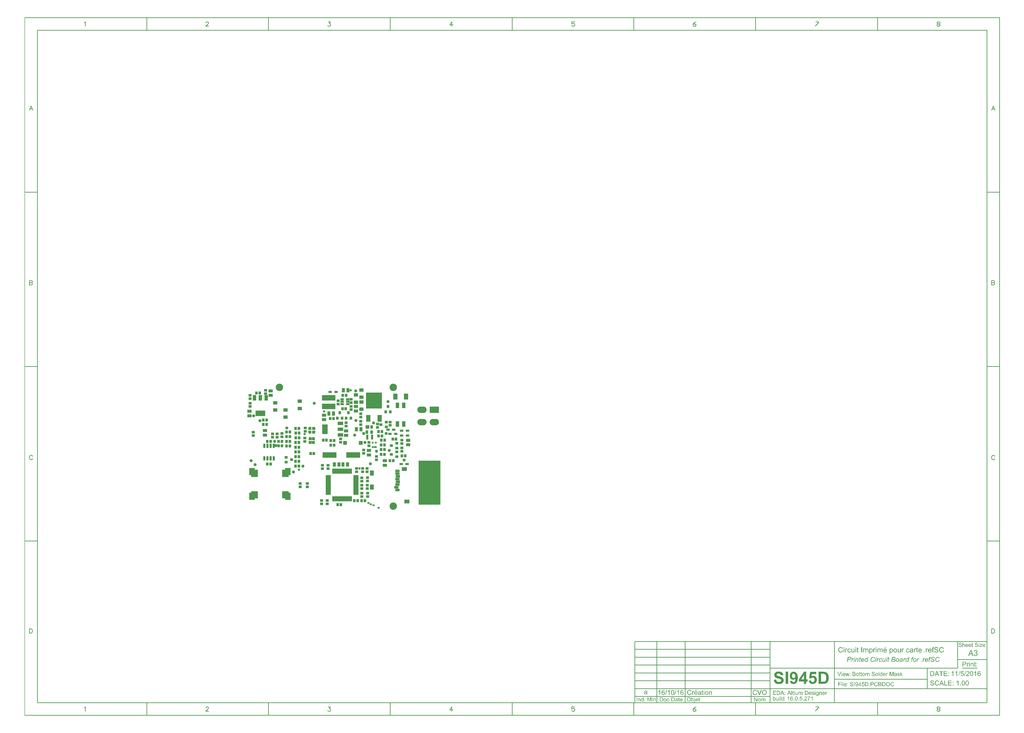
<source format=gbs>
G04 Layer_Color=16711935*
%FSLAX25Y25*%
%MOIN*%
G70*
G01*
G75*
%ADD16C,0.01000*%
%ADD21C,0.00500*%
%ADD87O,0.14800X0.10300*%
%ADD89C,0.03700*%
%ADD90R,0.35000X0.70000*%
%ADD91R,0.07100X0.05500*%
%ADD92R,0.04200X0.04800*%
%ADD93R,0.04000X0.04800*%
%ADD94R,0.04300X0.04800*%
%ADD95R,0.06500X0.04950*%
%ADD96R,0.04950X0.06500*%
%ADD97R,0.06500X0.05100*%
%ADD98R,0.04800X0.04300*%
%ADD99R,0.05100X0.06500*%
%ADD100R,0.05800X0.03200*%
%ADD101R,0.04800X0.04000*%
%ADD102R,0.04800X0.04200*%
%ADD103R,0.08800X0.05800*%
%ADD104R,0.08800X0.15800*%
%ADD105C,0.11811*%
%ADD106C,0.04800*%
%ADD107O,0.03800X0.02800*%
%ADD108R,0.06900X0.09800*%
%ADD109R,0.22453X0.07099*%
%ADD110R,0.06312X0.07887*%
%ADD111R,0.08280X0.06312*%
%ADD112R,0.06706X0.03950*%
%ADD113R,0.21666X0.08674*%
%ADD114R,0.05524X0.08674*%
%ADD115R,0.22400X0.08500*%
%ADD116R,0.08674X0.11430*%
%ADD117R,0.07100X0.11000*%
%ADD118R,0.25200X0.25200*%
%ADD119R,0.05200X0.03200*%
%ADD120R,0.05800X0.08800*%
%ADD121R,0.15800X0.08800*%
%ADD122R,0.03200X0.07100*%
%ADD123R,0.06115X0.05721*%
%ADD124R,0.04343X0.05721*%
%ADD125R,0.02375X0.03162*%
%ADD126R,0.03162X0.03162*%
%ADD127R,0.03800X0.02600*%
%ADD128R,0.08300X0.02100*%
%ADD129R,0.02100X0.08300*%
%ADD130R,0.06115X0.06312*%
%ADD131R,0.14800X0.10300*%
G36*
X-163511Y60712D02*
X-163459Y60702D01*
X-163410Y60685D01*
X-163363Y60662D01*
X-163319Y60633D01*
X-163280Y60598D01*
X-163245Y60559D01*
X-163216Y60515D01*
X-163193Y60468D01*
X-163176Y60419D01*
X-163166Y60367D01*
X-163162Y60315D01*
Y49685D01*
X-163166Y49633D01*
X-163176Y49581D01*
X-163193Y49532D01*
X-163216Y49485D01*
X-163245Y49441D01*
X-163280Y49402D01*
X-163319Y49367D01*
X-163363Y49338D01*
X-163410Y49315D01*
X-163459Y49298D01*
X-163511Y49288D01*
X-163563Y49284D01*
X-166115D01*
Y46929D01*
X-166118Y46877D01*
X-166129Y46825D01*
X-166146Y46776D01*
X-166169Y46729D01*
X-166198Y46685D01*
X-166232Y46646D01*
X-166272Y46611D01*
X-166315Y46582D01*
X-166362Y46559D01*
X-166412Y46542D01*
X-166463Y46532D01*
X-166516Y46528D01*
X-176358D01*
X-176411Y46532D01*
X-176462Y46542D01*
X-176512Y46559D01*
X-176559Y46582D01*
X-176602Y46611D01*
X-176642Y46646D01*
X-176676Y46685D01*
X-176706Y46729D01*
X-176729Y46776D01*
X-176746Y46825D01*
X-176756Y46877D01*
X-176759Y46929D01*
Y57559D01*
X-176756Y57611D01*
X-176746Y57663D01*
X-176729Y57713D01*
X-176706Y57759D01*
X-176676Y57803D01*
X-176642Y57842D01*
X-176602Y57877D01*
X-176559Y57906D01*
X-176512Y57929D01*
X-176462Y57946D01*
X-176411Y57956D01*
X-176358Y57960D01*
X-171838D01*
Y60315D01*
X-171835Y60367D01*
X-171824Y60419D01*
X-171808Y60468D01*
X-171784Y60515D01*
X-171755Y60559D01*
X-171721Y60598D01*
X-171681Y60633D01*
X-171637Y60662D01*
X-171590Y60685D01*
X-171541Y60702D01*
X-171489Y60712D01*
X-171437Y60716D01*
X-163563D01*
X-163511Y60712D01*
D02*
G37*
G36*
X-220597D02*
X-220546Y60702D01*
X-220496Y60685D01*
X-220449Y60662D01*
X-220406Y60633D01*
X-220366Y60598D01*
X-220332Y60559D01*
X-220303Y60515D01*
X-220279Y60468D01*
X-220263Y60419D01*
X-220252Y60367D01*
X-220249Y60315D01*
Y57960D01*
X-215728D01*
X-215676Y57956D01*
X-215625Y57946D01*
X-215575Y57929D01*
X-215528Y57906D01*
X-215484Y57877D01*
X-215445Y57842D01*
X-215410Y57803D01*
X-215381Y57759D01*
X-215358Y57713D01*
X-215341Y57663D01*
X-215331Y57611D01*
X-215328Y57559D01*
Y46929D01*
X-215331Y46877D01*
X-215341Y46825D01*
X-215358Y46776D01*
X-215381Y46729D01*
X-215410Y46685D01*
X-215445Y46646D01*
X-215484Y46611D01*
X-215528Y46582D01*
X-215575Y46559D01*
X-215625Y46542D01*
X-215676Y46532D01*
X-215728Y46528D01*
X-225571D01*
X-225623Y46532D01*
X-225675Y46542D01*
X-225724Y46559D01*
X-225771Y46582D01*
X-225815Y46611D01*
X-225854Y46646D01*
X-225889Y46685D01*
X-225918Y46729D01*
X-225941Y46776D01*
X-225958Y46825D01*
X-225968Y46877D01*
X-225972Y46929D01*
Y49284D01*
X-228524D01*
X-228576Y49288D01*
X-228627Y49298D01*
X-228677Y49315D01*
X-228724Y49338D01*
X-228768Y49367D01*
X-228807Y49402D01*
X-228842Y49441D01*
X-228871Y49485D01*
X-228894Y49532D01*
X-228911Y49581D01*
X-228921Y49633D01*
X-228925Y49685D01*
Y60315D01*
X-228921Y60367D01*
X-228911Y60419D01*
X-228894Y60468D01*
X-228871Y60515D01*
X-228842Y60559D01*
X-228807Y60598D01*
X-228768Y60633D01*
X-228724Y60662D01*
X-228677Y60685D01*
X-228627Y60702D01*
X-228576Y60712D01*
X-228524Y60716D01*
X-220650D01*
X-220597Y60712D01*
D02*
G37*
G36*
X-166463Y23705D02*
X-166412Y23694D01*
X-166362Y23677D01*
X-166315Y23654D01*
X-166272Y23625D01*
X-166232Y23591D01*
X-166198Y23551D01*
X-166169Y23507D01*
X-166146Y23460D01*
X-166129Y23411D01*
X-166118Y23359D01*
X-166115Y23307D01*
Y21346D01*
X-163563D01*
X-163511Y21342D01*
X-163459Y21332D01*
X-163410Y21315D01*
X-163363Y21292D01*
X-163319Y21263D01*
X-163280Y21228D01*
X-163245Y21189D01*
X-163216Y21145D01*
X-163193Y21098D01*
X-163176Y21049D01*
X-163166Y20997D01*
X-163162Y20945D01*
Y10315D01*
X-163166Y10263D01*
X-163176Y10211D01*
X-163193Y10162D01*
X-163216Y10114D01*
X-163245Y10071D01*
X-163280Y10031D01*
X-163319Y9997D01*
X-163363Y9968D01*
X-163410Y9945D01*
X-163459Y9928D01*
X-163511Y9917D01*
X-163563Y9914D01*
X-171437D01*
X-171489Y9917D01*
X-171541Y9928D01*
X-171590Y9945D01*
X-171637Y9968D01*
X-171681Y9997D01*
X-171721Y10031D01*
X-171755Y10071D01*
X-171784Y10114D01*
X-171808Y10162D01*
X-171824Y10211D01*
X-171835Y10263D01*
X-171838Y10315D01*
Y12276D01*
X-176358D01*
X-176411Y12280D01*
X-176462Y12290D01*
X-176512Y12307D01*
X-176559Y12330D01*
X-176602Y12359D01*
X-176642Y12394D01*
X-176676Y12433D01*
X-176706Y12477D01*
X-176729Y12524D01*
X-176746Y12573D01*
X-176756Y12625D01*
X-176759Y12677D01*
Y23307D01*
X-176756Y23359D01*
X-176746Y23411D01*
X-176729Y23460D01*
X-176706Y23507D01*
X-176676Y23551D01*
X-176642Y23591D01*
X-176602Y23625D01*
X-176559Y23654D01*
X-176512Y23677D01*
X-176462Y23694D01*
X-176411Y23705D01*
X-176358Y23708D01*
X-166516D01*
X-166463Y23705D01*
D02*
G37*
G36*
X-215676D02*
X-215625Y23694D01*
X-215575Y23677D01*
X-215528Y23654D01*
X-215484Y23625D01*
X-215445Y23591D01*
X-215410Y23551D01*
X-215381Y23507D01*
X-215358Y23460D01*
X-215341Y23411D01*
X-215331Y23359D01*
X-215328Y23307D01*
Y12677D01*
X-215331Y12625D01*
X-215341Y12573D01*
X-215358Y12524D01*
X-215381Y12477D01*
X-215410Y12433D01*
X-215445Y12394D01*
X-215484Y12359D01*
X-215528Y12330D01*
X-215575Y12307D01*
X-215625Y12290D01*
X-215676Y12280D01*
X-215728Y12276D01*
X-220249D01*
Y10315D01*
X-220252Y10263D01*
X-220263Y10211D01*
X-220279Y10162D01*
X-220303Y10114D01*
X-220332Y10071D01*
X-220366Y10031D01*
X-220406Y9997D01*
X-220449Y9968D01*
X-220496Y9945D01*
X-220546Y9928D01*
X-220597Y9917D01*
X-220650Y9914D01*
X-228524D01*
X-228576Y9917D01*
X-228627Y9928D01*
X-228677Y9945D01*
X-228724Y9968D01*
X-228768Y9997D01*
X-228807Y10031D01*
X-228842Y10071D01*
X-228871Y10114D01*
X-228894Y10162D01*
X-228911Y10211D01*
X-228921Y10263D01*
X-228925Y10315D01*
Y20945D01*
X-228921Y20997D01*
X-228911Y21049D01*
X-228894Y21098D01*
X-228871Y21145D01*
X-228842Y21189D01*
X-228807Y21228D01*
X-228768Y21263D01*
X-228724Y21292D01*
X-228677Y21315D01*
X-228627Y21332D01*
X-228576Y21342D01*
X-228524Y21346D01*
X-225972D01*
Y23307D01*
X-225968Y23359D01*
X-225958Y23411D01*
X-225941Y23460D01*
X-225918Y23507D01*
X-225889Y23551D01*
X-225854Y23591D01*
X-225815Y23625D01*
X-225771Y23654D01*
X-225724Y23677D01*
X-225675Y23694D01*
X-225623Y23705D01*
X-225571Y23708D01*
X-215728D01*
X-215676Y23705D01*
D02*
G37*
G36*
X931837Y-218386D02*
X931046D01*
Y-217488D01*
X931837D01*
Y-218386D01*
D02*
G37*
G36*
X927562Y-217390D02*
X927630D01*
X927796Y-217410D01*
X927991Y-217439D01*
X928206Y-217478D01*
X928421Y-217536D01*
X928626Y-217615D01*
X928636D01*
X928645Y-217624D01*
X928675Y-217634D01*
X928714Y-217654D01*
X928811Y-217712D01*
X928938Y-217780D01*
X929075Y-217878D01*
X929211Y-217995D01*
X929348Y-218132D01*
X929465Y-218288D01*
X929475Y-218307D01*
X929514Y-218366D01*
X929563Y-218464D01*
X929611Y-218581D01*
X929670Y-218727D01*
X929729Y-218903D01*
X929768Y-219088D01*
X929787Y-219293D01*
X928977Y-219352D01*
Y-219342D01*
Y-219323D01*
X928967Y-219293D01*
X928958Y-219254D01*
X928938Y-219147D01*
X928899Y-219010D01*
X928841Y-218864D01*
X928762Y-218717D01*
X928655Y-218571D01*
X928528Y-218444D01*
X928509Y-218434D01*
X928460Y-218395D01*
X928372Y-218347D01*
X928255Y-218288D01*
X928099Y-218229D01*
X927903Y-218181D01*
X927679Y-218142D01*
X927415Y-218132D01*
X927289D01*
X927230Y-218142D01*
X927152D01*
X926986Y-218171D01*
X926801Y-218200D01*
X926615Y-218249D01*
X926439Y-218317D01*
X926361Y-218366D01*
X926293Y-218415D01*
X926283Y-218425D01*
X926244Y-218464D01*
X926186Y-218522D01*
X926127Y-218610D01*
X926059Y-218708D01*
X926010Y-218825D01*
X925971Y-218952D01*
X925951Y-219098D01*
Y-219118D01*
Y-219157D01*
X925961Y-219225D01*
X925981Y-219303D01*
X926010Y-219391D01*
X926059Y-219489D01*
X926117Y-219576D01*
X926196Y-219664D01*
X926205Y-219674D01*
X926254Y-219703D01*
X926283Y-219723D01*
X926322Y-219752D01*
X926381Y-219772D01*
X926449Y-219801D01*
X926527Y-219840D01*
X926615Y-219879D01*
X926713Y-219908D01*
X926830Y-219947D01*
X926966Y-219996D01*
X927113Y-220035D01*
X927279Y-220074D01*
X927464Y-220123D01*
X927474D01*
X927513Y-220133D01*
X927562Y-220142D01*
X927630Y-220162D01*
X927718Y-220181D01*
X927816Y-220211D01*
X928030Y-220259D01*
X928265Y-220328D01*
X928499Y-220396D01*
X928616Y-220425D01*
X928714Y-220464D01*
X928811Y-220503D01*
X928889Y-220533D01*
X928899D01*
X928918Y-220543D01*
X928938Y-220562D01*
X928977Y-220582D01*
X929075Y-220640D01*
X929202Y-220708D01*
X929338Y-220806D01*
X929475Y-220923D01*
X929602Y-221050D01*
X929709Y-221187D01*
X929719Y-221206D01*
X929748Y-221255D01*
X929797Y-221333D01*
X929846Y-221450D01*
X929895Y-221577D01*
X929943Y-221733D01*
X929973Y-221909D01*
X929982Y-222094D01*
Y-222104D01*
Y-222114D01*
Y-222143D01*
Y-222182D01*
X929963Y-222280D01*
X929943Y-222407D01*
X929914Y-222553D01*
X929856Y-222719D01*
X929787Y-222895D01*
X929690Y-223061D01*
X929680Y-223080D01*
X929631Y-223139D01*
X929572Y-223217D01*
X929475Y-223314D01*
X929358Y-223431D01*
X929211Y-223549D01*
X929036Y-223656D01*
X928841Y-223763D01*
X928831D01*
X928811Y-223773D01*
X928782Y-223783D01*
X928743Y-223802D01*
X928694Y-223822D01*
X928636Y-223841D01*
X928479Y-223881D01*
X928304Y-223929D01*
X928089Y-223968D01*
X927864Y-223998D01*
X927611Y-224007D01*
X927464D01*
X927396Y-223998D01*
X927308D01*
X927211Y-223988D01*
X927103Y-223978D01*
X926879Y-223949D01*
X926635Y-223900D01*
X926391Y-223841D01*
X926157Y-223763D01*
X926147D01*
X926127Y-223754D01*
X926098Y-223734D01*
X926059Y-223715D01*
X925951Y-223656D01*
X925825Y-223568D01*
X925668Y-223461D01*
X925522Y-223334D01*
X925366Y-223178D01*
X925229Y-223002D01*
Y-222992D01*
X925220Y-222983D01*
X925200Y-222953D01*
X925181Y-222914D01*
X925151Y-222865D01*
X925122Y-222807D01*
X925063Y-222660D01*
X925005Y-222495D01*
X924946Y-222290D01*
X924907Y-222075D01*
X924888Y-221841D01*
X925688Y-221772D01*
Y-221782D01*
Y-221792D01*
X925698Y-221850D01*
X925717Y-221938D01*
X925737Y-222055D01*
X925776Y-222182D01*
X925815Y-222319D01*
X925873Y-222446D01*
X925942Y-222573D01*
X925951Y-222582D01*
X925981Y-222621D01*
X926030Y-222680D01*
X926108Y-222748D01*
X926196Y-222826D01*
X926303Y-222914D01*
X926439Y-222992D01*
X926586Y-223070D01*
X926596D01*
X926605Y-223080D01*
X926664Y-223100D01*
X926752Y-223129D01*
X926879Y-223158D01*
X927015Y-223197D01*
X927191Y-223227D01*
X927376Y-223246D01*
X927572Y-223256D01*
X927650D01*
X927747Y-223246D01*
X927855Y-223236D01*
X927991Y-223227D01*
X928128Y-223197D01*
X928274Y-223168D01*
X928421Y-223119D01*
X928440Y-223109D01*
X928479Y-223090D01*
X928548Y-223061D01*
X928626Y-223012D01*
X928723Y-222953D01*
X928811Y-222885D01*
X928899Y-222807D01*
X928977Y-222719D01*
X928987Y-222709D01*
X929006Y-222670D01*
X929036Y-222621D01*
X929075Y-222553D01*
X929104Y-222475D01*
X929133Y-222377D01*
X929153Y-222280D01*
X929163Y-222172D01*
Y-222163D01*
Y-222124D01*
X929153Y-222065D01*
X929143Y-221997D01*
X929123Y-221909D01*
X929084Y-221821D01*
X929045Y-221733D01*
X928987Y-221645D01*
X928977Y-221636D01*
X928958Y-221606D01*
X928909Y-221567D01*
X928850Y-221509D01*
X928772Y-221450D01*
X928675Y-221392D01*
X928548Y-221323D01*
X928411Y-221265D01*
X928401Y-221255D01*
X928362Y-221245D01*
X928284Y-221226D01*
X928235Y-221206D01*
X928177Y-221187D01*
X928099Y-221167D01*
X928021Y-221148D01*
X927923Y-221118D01*
X927825Y-221089D01*
X927708Y-221060D01*
X927572Y-221031D01*
X927425Y-220991D01*
X927269Y-220953D01*
X927259D01*
X927230Y-220943D01*
X927181Y-220933D01*
X927123Y-220913D01*
X927054Y-220894D01*
X926976Y-220874D01*
X926791Y-220826D01*
X926586Y-220757D01*
X926381Y-220689D01*
X926196Y-220621D01*
X926108Y-220591D01*
X926039Y-220552D01*
X926030D01*
X926020Y-220543D01*
X925961Y-220503D01*
X925883Y-220455D01*
X925786Y-220386D01*
X925668Y-220299D01*
X925561Y-220201D01*
X925454Y-220084D01*
X925356Y-219957D01*
X925346Y-219937D01*
X925317Y-219889D01*
X925288Y-219820D01*
X925249Y-219723D01*
X925200Y-219606D01*
X925171Y-219469D01*
X925141Y-219313D01*
X925132Y-219157D01*
Y-219147D01*
Y-219137D01*
Y-219108D01*
Y-219069D01*
X925151Y-218981D01*
X925171Y-218864D01*
X925200Y-218717D01*
X925249Y-218571D01*
X925317Y-218405D01*
X925405Y-218249D01*
Y-218239D01*
X925415Y-218229D01*
X925454Y-218181D01*
X925522Y-218103D01*
X925610Y-218005D01*
X925717Y-217907D01*
X925854Y-217800D01*
X926020Y-217693D01*
X926205Y-217605D01*
X926215D01*
X926225Y-217595D01*
X926254Y-217585D01*
X926303Y-217566D01*
X926352Y-217556D01*
X926410Y-217536D01*
X926547Y-217488D01*
X926723Y-217449D01*
X926918Y-217419D01*
X927142Y-217390D01*
X927376Y-217380D01*
X927494D01*
X927562Y-217390D01*
D02*
G37*
G36*
X901678D02*
X901747D01*
X901913Y-217410D01*
X902108Y-217439D01*
X902322Y-217478D01*
X902537Y-217536D01*
X902742Y-217615D01*
X902752D01*
X902762Y-217624D01*
X902791Y-217634D01*
X902830Y-217654D01*
X902928Y-217712D01*
X903055Y-217780D01*
X903191Y-217878D01*
X903328Y-217995D01*
X903465Y-218132D01*
X903582Y-218288D01*
X903591Y-218307D01*
X903630Y-218366D01*
X903679Y-218464D01*
X903728Y-218581D01*
X903786Y-218727D01*
X903845Y-218903D01*
X903884Y-219088D01*
X903904Y-219293D01*
X903094Y-219352D01*
Y-219342D01*
Y-219323D01*
X903084Y-219293D01*
X903074Y-219254D01*
X903055Y-219147D01*
X903016Y-219010D01*
X902957Y-218864D01*
X902879Y-218717D01*
X902771Y-218571D01*
X902645Y-218444D01*
X902625Y-218434D01*
X902576Y-218395D01*
X902489Y-218347D01*
X902371Y-218288D01*
X902215Y-218229D01*
X902020Y-218181D01*
X901795Y-218142D01*
X901532Y-218132D01*
X901405D01*
X901346Y-218142D01*
X901268D01*
X901103Y-218171D01*
X900917Y-218200D01*
X900732Y-218249D01*
X900556Y-218317D01*
X900478Y-218366D01*
X900410Y-218415D01*
X900400Y-218425D01*
X900361Y-218464D01*
X900302Y-218522D01*
X900244Y-218610D01*
X900175Y-218708D01*
X900126Y-218825D01*
X900088Y-218952D01*
X900068Y-219098D01*
Y-219118D01*
Y-219157D01*
X900078Y-219225D01*
X900097Y-219303D01*
X900126Y-219391D01*
X900175Y-219489D01*
X900234Y-219576D01*
X900312Y-219664D01*
X900322Y-219674D01*
X900371Y-219703D01*
X900400Y-219723D01*
X900439Y-219752D01*
X900497Y-219772D01*
X900566Y-219801D01*
X900644Y-219840D01*
X900732Y-219879D01*
X900829Y-219908D01*
X900946Y-219947D01*
X901083Y-219996D01*
X901229Y-220035D01*
X901395Y-220074D01*
X901581Y-220123D01*
X901591D01*
X901630Y-220133D01*
X901678Y-220142D01*
X901747Y-220162D01*
X901834Y-220181D01*
X901932Y-220211D01*
X902147Y-220259D01*
X902381Y-220328D01*
X902615Y-220396D01*
X902732Y-220425D01*
X902830Y-220464D01*
X902928Y-220503D01*
X903006Y-220533D01*
X903016D01*
X903035Y-220543D01*
X903055Y-220562D01*
X903094Y-220582D01*
X903191Y-220640D01*
X903318Y-220708D01*
X903455Y-220806D01*
X903591Y-220923D01*
X903718Y-221050D01*
X903826Y-221187D01*
X903835Y-221206D01*
X903865Y-221255D01*
X903913Y-221333D01*
X903962Y-221450D01*
X904011Y-221577D01*
X904060Y-221733D01*
X904089Y-221909D01*
X904099Y-222094D01*
Y-222104D01*
Y-222114D01*
Y-222143D01*
Y-222182D01*
X904079Y-222280D01*
X904060Y-222407D01*
X904031Y-222553D01*
X903972Y-222719D01*
X903904Y-222895D01*
X903806Y-223061D01*
X903796Y-223080D01*
X903747Y-223139D01*
X903689Y-223217D01*
X903591Y-223314D01*
X903474Y-223431D01*
X903328Y-223549D01*
X903152Y-223656D01*
X902957Y-223763D01*
X902947D01*
X902928Y-223773D01*
X902898Y-223783D01*
X902859Y-223802D01*
X902810Y-223822D01*
X902752Y-223841D01*
X902596Y-223881D01*
X902420Y-223929D01*
X902205Y-223968D01*
X901981Y-223998D01*
X901727Y-224007D01*
X901581D01*
X901512Y-223998D01*
X901425D01*
X901327Y-223988D01*
X901220Y-223978D01*
X900995Y-223949D01*
X900751Y-223900D01*
X900507Y-223841D01*
X900273Y-223763D01*
X900263D01*
X900244Y-223754D01*
X900214Y-223734D01*
X900175Y-223715D01*
X900068Y-223656D01*
X899941Y-223568D01*
X899785Y-223461D01*
X899638Y-223334D01*
X899482Y-223178D01*
X899346Y-223002D01*
Y-222992D01*
X899336Y-222983D01*
X899317Y-222953D01*
X899297Y-222914D01*
X899268Y-222865D01*
X899238Y-222807D01*
X899180Y-222660D01*
X899121Y-222495D01*
X899063Y-222290D01*
X899024Y-222075D01*
X899004Y-221841D01*
X899804Y-221772D01*
Y-221782D01*
Y-221792D01*
X899814Y-221850D01*
X899834Y-221938D01*
X899853Y-222055D01*
X899892Y-222182D01*
X899931Y-222319D01*
X899990Y-222446D01*
X900058Y-222573D01*
X900068Y-222582D01*
X900097Y-222621D01*
X900146Y-222680D01*
X900224Y-222748D01*
X900312Y-222826D01*
X900419Y-222914D01*
X900556Y-222992D01*
X900702Y-223070D01*
X900712D01*
X900722Y-223080D01*
X900780Y-223100D01*
X900868Y-223129D01*
X900995Y-223158D01*
X901132Y-223197D01*
X901307Y-223227D01*
X901493Y-223246D01*
X901688Y-223256D01*
X901766D01*
X901864Y-223246D01*
X901971Y-223236D01*
X902108Y-223227D01*
X902244Y-223197D01*
X902391Y-223168D01*
X902537Y-223119D01*
X902557Y-223109D01*
X902596Y-223090D01*
X902664Y-223061D01*
X902742Y-223012D01*
X902840Y-222953D01*
X902928Y-222885D01*
X903016Y-222807D01*
X903094Y-222719D01*
X903103Y-222709D01*
X903123Y-222670D01*
X903152Y-222621D01*
X903191Y-222553D01*
X903220Y-222475D01*
X903250Y-222377D01*
X903269Y-222280D01*
X903279Y-222172D01*
Y-222163D01*
Y-222124D01*
X903269Y-222065D01*
X903259Y-221997D01*
X903240Y-221909D01*
X903201Y-221821D01*
X903162Y-221733D01*
X903103Y-221645D01*
X903094Y-221636D01*
X903074Y-221606D01*
X903025Y-221567D01*
X902967Y-221509D01*
X902889Y-221450D01*
X902791Y-221392D01*
X902664Y-221323D01*
X902528Y-221265D01*
X902518Y-221255D01*
X902479Y-221245D01*
X902401Y-221226D01*
X902352Y-221206D01*
X902293Y-221187D01*
X902215Y-221167D01*
X902137Y-221148D01*
X902040Y-221118D01*
X901942Y-221089D01*
X901825Y-221060D01*
X901688Y-221031D01*
X901542Y-220991D01*
X901386Y-220953D01*
X901376D01*
X901346Y-220943D01*
X901298Y-220933D01*
X901239Y-220913D01*
X901171Y-220894D01*
X901093Y-220874D01*
X900907Y-220826D01*
X900702Y-220757D01*
X900497Y-220689D01*
X900312Y-220621D01*
X900224Y-220591D01*
X900156Y-220552D01*
X900146D01*
X900136Y-220543D01*
X900078Y-220503D01*
X900000Y-220455D01*
X899902Y-220386D01*
X899785Y-220299D01*
X899678Y-220201D01*
X899570Y-220084D01*
X899473Y-219957D01*
X899463Y-219937D01*
X899434Y-219889D01*
X899404Y-219820D01*
X899365Y-219723D01*
X899317Y-219606D01*
X899287Y-219469D01*
X899258Y-219313D01*
X899248Y-219157D01*
Y-219147D01*
Y-219137D01*
Y-219108D01*
Y-219069D01*
X899268Y-218981D01*
X899287Y-218864D01*
X899317Y-218717D01*
X899365Y-218571D01*
X899434Y-218405D01*
X899521Y-218249D01*
Y-218239D01*
X899531Y-218229D01*
X899570Y-218181D01*
X899638Y-218103D01*
X899726Y-218005D01*
X899834Y-217907D01*
X899970Y-217800D01*
X900136Y-217693D01*
X900322Y-217605D01*
X900331D01*
X900341Y-217595D01*
X900371Y-217585D01*
X900419Y-217566D01*
X900468Y-217556D01*
X900527Y-217536D01*
X900663Y-217488D01*
X900839Y-217449D01*
X901034Y-217419D01*
X901259Y-217390D01*
X901493Y-217380D01*
X901610D01*
X901678Y-217390D01*
D02*
G37*
G36*
X936580Y-219772D02*
X934062Y-222729D01*
X933574Y-223275D01*
X933623D01*
X933662Y-223266D01*
X933769Y-223256D01*
X933896Y-223246D01*
X934052D01*
X934218Y-223236D01*
X934570Y-223227D01*
X936717D01*
Y-223900D01*
X932608D01*
Y-223266D01*
X935565Y-219859D01*
X935477D01*
X935389Y-219869D01*
X935262D01*
X935126Y-219879D01*
X934980D01*
X934823Y-219889D01*
X932784D01*
Y-219254D01*
X936580D01*
Y-219772D01*
D02*
G37*
G36*
X931837Y-223900D02*
X931046D01*
Y-219254D01*
X931837D01*
Y-223900D01*
D02*
G37*
G36*
X905943Y-219781D02*
X905953Y-219772D01*
X905973Y-219752D01*
X906002Y-219723D01*
X906041Y-219684D01*
X906100Y-219635D01*
X906158Y-219576D01*
X906236Y-219528D01*
X906324Y-219459D01*
X906422Y-219401D01*
X906519Y-219352D01*
X906763Y-219245D01*
X906890Y-219205D01*
X907027Y-219176D01*
X907173Y-219157D01*
X907329Y-219147D01*
X907417D01*
X907515Y-219157D01*
X907632Y-219176D01*
X907769Y-219196D01*
X907915Y-219235D01*
X908071Y-219284D01*
X908218Y-219352D01*
X908237Y-219362D01*
X908276Y-219391D01*
X908344Y-219440D01*
X908432Y-219498D01*
X908520Y-219576D01*
X908608Y-219674D01*
X908696Y-219791D01*
X908764Y-219918D01*
X908774Y-219937D01*
X908793Y-219986D01*
X908813Y-220064D01*
X908852Y-220181D01*
X908881Y-220328D01*
X908901Y-220513D01*
X908920Y-220718D01*
X908930Y-220962D01*
Y-223900D01*
X908140D01*
Y-220953D01*
Y-220943D01*
Y-220923D01*
Y-220894D01*
Y-220855D01*
X908130Y-220757D01*
X908110Y-220621D01*
X908071Y-220484D01*
X908032Y-220347D01*
X907964Y-220211D01*
X907876Y-220094D01*
X907866Y-220084D01*
X907827Y-220055D01*
X907769Y-220006D01*
X907691Y-219957D01*
X907593Y-219908D01*
X907466Y-219859D01*
X907329Y-219830D01*
X907164Y-219820D01*
X907105D01*
X907037Y-219830D01*
X906949Y-219840D01*
X906851Y-219869D01*
X906734Y-219898D01*
X906617Y-219947D01*
X906500Y-220006D01*
X906490Y-220016D01*
X906451Y-220035D01*
X906402Y-220084D01*
X906334Y-220133D01*
X906266Y-220211D01*
X906188Y-220289D01*
X906129Y-220396D01*
X906070Y-220503D01*
X906061Y-220513D01*
X906051Y-220562D01*
X906031Y-220630D01*
X906012Y-220728D01*
X905982Y-220855D01*
X905963Y-221001D01*
X905953Y-221167D01*
X905943Y-221362D01*
Y-223900D01*
X905153D01*
Y-217488D01*
X905943D01*
Y-219781D01*
D02*
G37*
G36*
X921013Y-219254D02*
X921803D01*
Y-219869D01*
X921013D01*
Y-222592D01*
Y-222602D01*
Y-222641D01*
Y-222699D01*
X921023Y-222768D01*
X921033Y-222914D01*
X921042Y-222973D01*
X921052Y-223022D01*
X921062Y-223041D01*
X921081Y-223080D01*
X921120Y-223129D01*
X921179Y-223178D01*
X921198Y-223187D01*
X921247Y-223197D01*
X921335Y-223217D01*
X921452Y-223227D01*
X921550D01*
X921599Y-223217D01*
X921657D01*
X921803Y-223197D01*
X921911Y-223890D01*
X921891D01*
X921852Y-223900D01*
X921794Y-223910D01*
X921706Y-223920D01*
X921618Y-223939D01*
X921520Y-223949D01*
X921315Y-223959D01*
X921247D01*
X921169Y-223949D01*
X921072Y-223939D01*
X920964Y-223929D01*
X920847Y-223900D01*
X920740Y-223871D01*
X920642Y-223832D01*
X920632Y-223822D01*
X920603Y-223802D01*
X920564Y-223773D01*
X920515Y-223734D01*
X920457Y-223685D01*
X920408Y-223627D01*
X920349Y-223558D01*
X920310Y-223480D01*
Y-223471D01*
X920300Y-223431D01*
X920281Y-223373D01*
X920271Y-223275D01*
X920252Y-223148D01*
X920242Y-223080D01*
X920232Y-222992D01*
Y-222895D01*
X920222Y-222787D01*
Y-222670D01*
Y-222543D01*
Y-219869D01*
X919637D01*
Y-219254D01*
X920222D01*
Y-218112D01*
X921013Y-217634D01*
Y-219254D01*
D02*
G37*
G36*
X939567Y-219157D02*
X939645Y-219166D01*
X939742Y-219176D01*
X939840Y-219196D01*
X939957Y-219225D01*
X940191Y-219303D01*
X940318Y-219352D01*
X940445Y-219420D01*
X940572Y-219489D01*
X940699Y-219576D01*
X940816Y-219674D01*
X940933Y-219791D01*
X940943Y-219801D01*
X940962Y-219820D01*
X940992Y-219859D01*
X941031Y-219908D01*
X941070Y-219976D01*
X941119Y-220055D01*
X941177Y-220142D01*
X941236Y-220250D01*
X941284Y-220377D01*
X941343Y-220503D01*
X941392Y-220650D01*
X941441Y-220816D01*
X941470Y-220982D01*
X941499Y-221167D01*
X941519Y-221362D01*
X941528Y-221577D01*
Y-221587D01*
Y-221626D01*
Y-221694D01*
X941519Y-221782D01*
X938064D01*
Y-221792D01*
Y-221811D01*
X938073Y-221860D01*
Y-221909D01*
X938083Y-221977D01*
X938093Y-222046D01*
X938132Y-222221D01*
X938190Y-222407D01*
X938259Y-222602D01*
X938366Y-222797D01*
X938493Y-222963D01*
X938513Y-222983D01*
X938561Y-223022D01*
X938649Y-223090D01*
X938757Y-223158D01*
X938903Y-223236D01*
X939069Y-223305D01*
X939254Y-223344D01*
X939459Y-223363D01*
X939537D01*
X939616Y-223353D01*
X939713Y-223334D01*
X939830Y-223305D01*
X939957Y-223266D01*
X940084Y-223217D01*
X940201Y-223139D01*
X940211Y-223129D01*
X940250Y-223090D01*
X940308Y-223041D01*
X940377Y-222953D01*
X940455Y-222856D01*
X940533Y-222729D01*
X940611Y-222573D01*
X940689Y-222397D01*
X941499Y-222504D01*
Y-222514D01*
X941489Y-222534D01*
X941480Y-222573D01*
X941460Y-222621D01*
X941441Y-222680D01*
X941411Y-222748D01*
X941333Y-222914D01*
X941236Y-223090D01*
X941119Y-223275D01*
X940962Y-223461D01*
X940787Y-223617D01*
X940777D01*
X940767Y-223637D01*
X940738Y-223656D01*
X940689Y-223675D01*
X940640Y-223705D01*
X940582Y-223744D01*
X940513Y-223773D01*
X940426Y-223812D01*
X940240Y-223881D01*
X940006Y-223949D01*
X939752Y-223988D01*
X939459Y-224007D01*
X939362D01*
X939293Y-223998D01*
X939206Y-223988D01*
X939108Y-223978D01*
X939001Y-223959D01*
X938874Y-223929D01*
X938620Y-223851D01*
X938483Y-223802D01*
X938356Y-223744D01*
X938220Y-223675D01*
X938093Y-223588D01*
X937966Y-223490D01*
X937849Y-223383D01*
X937839Y-223373D01*
X937820Y-223353D01*
X937790Y-223314D01*
X937761Y-223266D01*
X937712Y-223207D01*
X937663Y-223129D01*
X937605Y-223031D01*
X937556Y-222924D01*
X937498Y-222807D01*
X937439Y-222680D01*
X937390Y-222534D01*
X937351Y-222377D01*
X937312Y-222212D01*
X937283Y-222026D01*
X937263Y-221831D01*
X937254Y-221626D01*
Y-221616D01*
Y-221577D01*
Y-221509D01*
X937263Y-221431D01*
X937273Y-221333D01*
X937283Y-221216D01*
X937302Y-221089D01*
X937332Y-220953D01*
X937400Y-220660D01*
X937449Y-220513D01*
X937507Y-220357D01*
X937576Y-220211D01*
X937654Y-220064D01*
X937742Y-219928D01*
X937849Y-219801D01*
X937859Y-219791D01*
X937878Y-219772D01*
X937908Y-219742D01*
X937956Y-219693D01*
X938015Y-219645D01*
X938093Y-219596D01*
X938171Y-219537D01*
X938269Y-219469D01*
X938376Y-219410D01*
X938493Y-219352D01*
X938620Y-219303D01*
X938766Y-219245D01*
X938913Y-219205D01*
X939069Y-219176D01*
X939235Y-219157D01*
X939410Y-219147D01*
X939498D01*
X939567Y-219157D01*
D02*
G37*
G36*
X917167D02*
X917246Y-219166D01*
X917343Y-219176D01*
X917441Y-219196D01*
X917558Y-219225D01*
X917792Y-219303D01*
X917919Y-219352D01*
X918046Y-219420D01*
X918173Y-219489D01*
X918300Y-219576D01*
X918417Y-219674D01*
X918534Y-219791D01*
X918544Y-219801D01*
X918563Y-219820D01*
X918592Y-219859D01*
X918631Y-219908D01*
X918670Y-219976D01*
X918719Y-220055D01*
X918778Y-220142D01*
X918836Y-220250D01*
X918885Y-220377D01*
X918944Y-220503D01*
X918993Y-220650D01*
X919041Y-220816D01*
X919071Y-220982D01*
X919100Y-221167D01*
X919119Y-221362D01*
X919129Y-221577D01*
Y-221587D01*
Y-221626D01*
Y-221694D01*
X919119Y-221782D01*
X915664D01*
Y-221792D01*
Y-221811D01*
X915674Y-221860D01*
Y-221909D01*
X915684Y-221977D01*
X915694Y-222046D01*
X915733Y-222221D01*
X915791Y-222407D01*
X915860Y-222602D01*
X915967Y-222797D01*
X916094Y-222963D01*
X916113Y-222983D01*
X916162Y-223022D01*
X916250Y-223090D01*
X916357Y-223158D01*
X916504Y-223236D01*
X916670Y-223305D01*
X916855Y-223344D01*
X917060Y-223363D01*
X917138D01*
X917216Y-223353D01*
X917314Y-223334D01*
X917431Y-223305D01*
X917558Y-223266D01*
X917685Y-223217D01*
X917802Y-223139D01*
X917812Y-223129D01*
X917851Y-223090D01*
X917909Y-223041D01*
X917978Y-222953D01*
X918056Y-222856D01*
X918134Y-222729D01*
X918212Y-222573D01*
X918290Y-222397D01*
X919100Y-222504D01*
Y-222514D01*
X919090Y-222534D01*
X919081Y-222573D01*
X919061Y-222621D01*
X919041Y-222680D01*
X919012Y-222748D01*
X918934Y-222914D01*
X918836Y-223090D01*
X918719Y-223275D01*
X918563Y-223461D01*
X918388Y-223617D01*
X918378D01*
X918368Y-223637D01*
X918339Y-223656D01*
X918290Y-223675D01*
X918241Y-223705D01*
X918182Y-223744D01*
X918114Y-223773D01*
X918026Y-223812D01*
X917841Y-223881D01*
X917607Y-223949D01*
X917353Y-223988D01*
X917060Y-224007D01*
X916963D01*
X916894Y-223998D01*
X916806Y-223988D01*
X916709Y-223978D01*
X916601Y-223959D01*
X916475Y-223929D01*
X916221Y-223851D01*
X916084Y-223802D01*
X915957Y-223744D01*
X915821Y-223675D01*
X915694Y-223588D01*
X915567Y-223490D01*
X915450Y-223383D01*
X915440Y-223373D01*
X915420Y-223353D01*
X915391Y-223314D01*
X915362Y-223266D01*
X915313Y-223207D01*
X915264Y-223129D01*
X915206Y-223031D01*
X915157Y-222924D01*
X915098Y-222807D01*
X915040Y-222680D01*
X914991Y-222534D01*
X914952Y-222377D01*
X914913Y-222212D01*
X914884Y-222026D01*
X914864Y-221831D01*
X914854Y-221626D01*
Y-221616D01*
Y-221577D01*
Y-221509D01*
X914864Y-221431D01*
X914874Y-221333D01*
X914884Y-221216D01*
X914903Y-221089D01*
X914933Y-220953D01*
X915001Y-220660D01*
X915050Y-220513D01*
X915108Y-220357D01*
X915176Y-220211D01*
X915254Y-220064D01*
X915342Y-219928D01*
X915450Y-219801D01*
X915460Y-219791D01*
X915479Y-219772D01*
X915508Y-219742D01*
X915557Y-219693D01*
X915616Y-219645D01*
X915694Y-219596D01*
X915772Y-219537D01*
X915869Y-219469D01*
X915977Y-219410D01*
X916094Y-219352D01*
X916221Y-219303D01*
X916367Y-219245D01*
X916514Y-219205D01*
X916670Y-219176D01*
X916836Y-219157D01*
X917011Y-219147D01*
X917099D01*
X917167Y-219157D01*
D02*
G37*
G36*
X912190D02*
X912268Y-219166D01*
X912366Y-219176D01*
X912463Y-219196D01*
X912580Y-219225D01*
X912815Y-219303D01*
X912941Y-219352D01*
X913068Y-219420D01*
X913195Y-219489D01*
X913322Y-219576D01*
X913439Y-219674D01*
X913556Y-219791D01*
X913566Y-219801D01*
X913586Y-219820D01*
X913615Y-219859D01*
X913654Y-219908D01*
X913693Y-219976D01*
X913742Y-220055D01*
X913800Y-220142D01*
X913859Y-220250D01*
X913908Y-220377D01*
X913966Y-220503D01*
X914015Y-220650D01*
X914064Y-220816D01*
X914093Y-220982D01*
X914122Y-221167D01*
X914142Y-221362D01*
X914152Y-221577D01*
Y-221587D01*
Y-221626D01*
Y-221694D01*
X914142Y-221782D01*
X910687D01*
Y-221792D01*
Y-221811D01*
X910697Y-221860D01*
Y-221909D01*
X910706Y-221977D01*
X910716Y-222046D01*
X910755Y-222221D01*
X910814Y-222407D01*
X910882Y-222602D01*
X910989Y-222797D01*
X911116Y-222963D01*
X911136Y-222983D01*
X911185Y-223022D01*
X911273Y-223090D01*
X911380Y-223158D01*
X911526Y-223236D01*
X911692Y-223305D01*
X911878Y-223344D01*
X912082Y-223363D01*
X912161D01*
X912239Y-223353D01*
X912336Y-223334D01*
X912453Y-223305D01*
X912580Y-223266D01*
X912707Y-223217D01*
X912824Y-223139D01*
X912834Y-223129D01*
X912873Y-223090D01*
X912932Y-223041D01*
X913000Y-222953D01*
X913078Y-222856D01*
X913156Y-222729D01*
X913234Y-222573D01*
X913312Y-222397D01*
X914122Y-222504D01*
Y-222514D01*
X914113Y-222534D01*
X914103Y-222573D01*
X914083Y-222621D01*
X914064Y-222680D01*
X914034Y-222748D01*
X913957Y-222914D01*
X913859Y-223090D01*
X913742Y-223275D01*
X913586Y-223461D01*
X913410Y-223617D01*
X913400D01*
X913390Y-223637D01*
X913361Y-223656D01*
X913312Y-223675D01*
X913264Y-223705D01*
X913205Y-223744D01*
X913137Y-223773D01*
X913049Y-223812D01*
X912863Y-223881D01*
X912629Y-223949D01*
X912375Y-223988D01*
X912082Y-224007D01*
X911985D01*
X911917Y-223998D01*
X911829Y-223988D01*
X911731Y-223978D01*
X911624Y-223959D01*
X911497Y-223929D01*
X911243Y-223851D01*
X911106Y-223802D01*
X910980Y-223744D01*
X910843Y-223675D01*
X910716Y-223588D01*
X910589Y-223490D01*
X910472Y-223383D01*
X910462Y-223373D01*
X910443Y-223353D01*
X910414Y-223314D01*
X910384Y-223266D01*
X910336Y-223207D01*
X910287Y-223129D01*
X910228Y-223031D01*
X910179Y-222924D01*
X910121Y-222807D01*
X910062Y-222680D01*
X910013Y-222534D01*
X909974Y-222377D01*
X909935Y-222212D01*
X909906Y-222026D01*
X909886Y-221831D01*
X909877Y-221626D01*
Y-221616D01*
Y-221577D01*
Y-221509D01*
X909886Y-221431D01*
X909896Y-221333D01*
X909906Y-221216D01*
X909926Y-221089D01*
X909955Y-220953D01*
X910023Y-220660D01*
X910072Y-220513D01*
X910131Y-220357D01*
X910199Y-220211D01*
X910277Y-220064D01*
X910365Y-219928D01*
X910472Y-219801D01*
X910482Y-219791D01*
X910501Y-219772D01*
X910531Y-219742D01*
X910579Y-219693D01*
X910638Y-219645D01*
X910716Y-219596D01*
X910794Y-219537D01*
X910892Y-219469D01*
X910999Y-219410D01*
X911116Y-219352D01*
X911243Y-219303D01*
X911390Y-219245D01*
X911536Y-219205D01*
X911692Y-219176D01*
X911858Y-219157D01*
X912034Y-219147D01*
X912122D01*
X912190Y-219157D01*
D02*
G37*
G36*
X859486Y-224186D02*
X859626Y-224199D01*
X859791Y-224224D01*
X859968Y-224249D01*
X860159Y-224287D01*
X860006Y-225176D01*
X859993D01*
X859956Y-225163D01*
X859892Y-225150D01*
X859816Y-225137D01*
X859714D01*
X859613Y-225125D01*
X859397Y-225112D01*
X859321D01*
X859245Y-225125D01*
X859143Y-225137D01*
X859042Y-225163D01*
X858928Y-225201D01*
X858826Y-225252D01*
X858737Y-225315D01*
X858724Y-225328D01*
X858712Y-225353D01*
X858674Y-225404D01*
X858648Y-225480D01*
X858610Y-225582D01*
X858572Y-225721D01*
X858560Y-225873D01*
X858547Y-226064D01*
Y-226610D01*
X859727D01*
Y-227409D01*
X858560D01*
Y-232650D01*
X857532D01*
Y-227409D01*
X856631D01*
Y-226610D01*
X857532D01*
Y-225975D01*
Y-225962D01*
Y-225950D01*
Y-225873D01*
X857544Y-225772D01*
Y-225632D01*
X857557Y-225493D01*
X857582Y-225341D01*
X857608Y-225201D01*
X857646Y-225074D01*
X857659Y-225061D01*
X857671Y-225011D01*
X857709Y-224935D01*
X857760Y-224846D01*
X857836Y-224731D01*
X857925Y-224630D01*
X858027Y-224528D01*
X858154Y-224427D01*
X858166Y-224414D01*
X858230Y-224389D01*
X858306Y-224351D01*
X858433Y-224300D01*
X858572Y-224249D01*
X858763Y-224211D01*
X858966Y-224186D01*
X859207Y-224173D01*
X859372D01*
X859486Y-224186D01*
D02*
G37*
G36*
X768463Y-225480D02*
X767435D01*
Y-224313D01*
X768463D01*
Y-225480D01*
D02*
G37*
G36*
X736129D02*
X735101D01*
Y-224313D01*
X736129D01*
Y-225480D01*
D02*
G37*
G36*
X717373D02*
X716345D01*
Y-224313D01*
X717373D01*
Y-225480D01*
D02*
G37*
G36*
X782194Y-225861D02*
X781343D01*
X782105Y-224275D01*
X783450D01*
X782194Y-225861D01*
D02*
G37*
G36*
X863775Y-224186D02*
X863864D01*
X864080Y-224211D01*
X864334Y-224249D01*
X864613Y-224300D01*
X864892Y-224376D01*
X865158Y-224478D01*
X865171D01*
X865184Y-224490D01*
X865222Y-224503D01*
X865273Y-224528D01*
X865399Y-224605D01*
X865564Y-224693D01*
X865742Y-224820D01*
X865920Y-224973D01*
X866097Y-225150D01*
X866250Y-225353D01*
X866262Y-225379D01*
X866313Y-225455D01*
X866377Y-225582D01*
X866440Y-225734D01*
X866516Y-225924D01*
X866592Y-226153D01*
X866643Y-226394D01*
X866669Y-226660D01*
X865615Y-226736D01*
Y-226724D01*
Y-226698D01*
X865602Y-226660D01*
X865590Y-226610D01*
X865564Y-226470D01*
X865514Y-226292D01*
X865438Y-226102D01*
X865336Y-225912D01*
X865196Y-225721D01*
X865032Y-225556D01*
X865006Y-225544D01*
X864943Y-225493D01*
X864828Y-225429D01*
X864676Y-225353D01*
X864473Y-225277D01*
X864219Y-225214D01*
X863927Y-225163D01*
X863585Y-225150D01*
X863420D01*
X863344Y-225163D01*
X863242D01*
X863026Y-225201D01*
X862785Y-225239D01*
X862544Y-225303D01*
X862316Y-225391D01*
X862214Y-225455D01*
X862125Y-225518D01*
X862113Y-225531D01*
X862062Y-225582D01*
X861986Y-225658D01*
X861910Y-225772D01*
X861821Y-225899D01*
X861757Y-226051D01*
X861707Y-226216D01*
X861681Y-226407D01*
Y-226432D01*
Y-226483D01*
X861694Y-226571D01*
X861719Y-226673D01*
X861757Y-226787D01*
X861821Y-226914D01*
X861897Y-227028D01*
X861999Y-227143D01*
X862011Y-227155D01*
X862075Y-227193D01*
X862113Y-227219D01*
X862164Y-227257D01*
X862240Y-227282D01*
X862329Y-227320D01*
X862430Y-227371D01*
X862544Y-227422D01*
X862671Y-227460D01*
X862823Y-227511D01*
X863001Y-227574D01*
X863191Y-227625D01*
X863407Y-227676D01*
X863648Y-227739D01*
X863661D01*
X863712Y-227752D01*
X863775Y-227764D01*
X863864Y-227790D01*
X863978Y-227815D01*
X864105Y-227853D01*
X864384Y-227917D01*
X864689Y-228006D01*
X864993Y-228094D01*
X865146Y-228132D01*
X865273Y-228183D01*
X865399Y-228234D01*
X865501Y-228272D01*
X865514D01*
X865539Y-228285D01*
X865564Y-228310D01*
X865615Y-228335D01*
X865742Y-228412D01*
X865907Y-228500D01*
X866085Y-228627D01*
X866262Y-228780D01*
X866427Y-228944D01*
X866567Y-229122D01*
X866580Y-229148D01*
X866618Y-229211D01*
X866681Y-229312D01*
X866745Y-229465D01*
X866808Y-229630D01*
X866871Y-229833D01*
X866910Y-230061D01*
X866922Y-230302D01*
Y-230315D01*
Y-230328D01*
Y-230366D01*
Y-230417D01*
X866897Y-230543D01*
X866871Y-230708D01*
X866833Y-230899D01*
X866757Y-231115D01*
X866669Y-231343D01*
X866542Y-231559D01*
X866529Y-231584D01*
X866465Y-231660D01*
X866389Y-231762D01*
X866262Y-231889D01*
X866110Y-232041D01*
X865920Y-232193D01*
X865691Y-232333D01*
X865438Y-232472D01*
X865425D01*
X865399Y-232485D01*
X865361Y-232498D01*
X865311Y-232523D01*
X865247Y-232548D01*
X865171Y-232574D01*
X864968Y-232625D01*
X864740Y-232688D01*
X864460Y-232739D01*
X864168Y-232777D01*
X863839Y-232790D01*
X863648D01*
X863559Y-232777D01*
X863445D01*
X863318Y-232764D01*
X863179Y-232751D01*
X862887Y-232714D01*
X862570Y-232650D01*
X862252Y-232574D01*
X861948Y-232472D01*
X861935D01*
X861910Y-232460D01*
X861872Y-232434D01*
X861821Y-232409D01*
X861681Y-232333D01*
X861516Y-232219D01*
X861313Y-232079D01*
X861123Y-231914D01*
X860920Y-231711D01*
X860742Y-231483D01*
Y-231470D01*
X860730Y-231457D01*
X860704Y-231419D01*
X860679Y-231368D01*
X860641Y-231305D01*
X860603Y-231229D01*
X860526Y-231038D01*
X860450Y-230823D01*
X860374Y-230556D01*
X860324Y-230277D01*
X860298Y-229972D01*
X861339Y-229884D01*
Y-229896D01*
Y-229909D01*
X861351Y-229985D01*
X861377Y-230099D01*
X861402Y-230252D01*
X861453Y-230417D01*
X861504Y-230594D01*
X861580Y-230759D01*
X861669Y-230924D01*
X861681Y-230937D01*
X861719Y-230988D01*
X861783Y-231064D01*
X861884Y-231153D01*
X861999Y-231254D01*
X862138Y-231368D01*
X862316Y-231470D01*
X862506Y-231571D01*
X862519D01*
X862531Y-231584D01*
X862608Y-231609D01*
X862722Y-231647D01*
X862887Y-231686D01*
X863064Y-231736D01*
X863293Y-231774D01*
X863534Y-231800D01*
X863788Y-231813D01*
X863889D01*
X864016Y-231800D01*
X864156Y-231787D01*
X864334Y-231774D01*
X864511Y-231736D01*
X864701Y-231698D01*
X864892Y-231635D01*
X864917Y-231622D01*
X864968Y-231597D01*
X865057Y-231559D01*
X865158Y-231495D01*
X865285Y-231419D01*
X865399Y-231330D01*
X865514Y-231229D01*
X865615Y-231115D01*
X865628Y-231102D01*
X865653Y-231051D01*
X865691Y-230988D01*
X865742Y-230899D01*
X865780Y-230797D01*
X865818Y-230670D01*
X865844Y-230543D01*
X865856Y-230404D01*
Y-230391D01*
Y-230340D01*
X865844Y-230264D01*
X865831Y-230175D01*
X865806Y-230061D01*
X865755Y-229947D01*
X865704Y-229833D01*
X865628Y-229719D01*
X865615Y-229706D01*
X865590Y-229668D01*
X865526Y-229617D01*
X865450Y-229541D01*
X865349Y-229465D01*
X865222Y-229389D01*
X865057Y-229300D01*
X864879Y-229224D01*
X864867Y-229211D01*
X864816Y-229198D01*
X864714Y-229173D01*
X864651Y-229148D01*
X864575Y-229122D01*
X864473Y-229097D01*
X864372Y-229071D01*
X864245Y-229033D01*
X864118Y-228995D01*
X863966Y-228957D01*
X863788Y-228919D01*
X863597Y-228868D01*
X863394Y-228818D01*
X863382D01*
X863344Y-228805D01*
X863280Y-228792D01*
X863204Y-228767D01*
X863115Y-228742D01*
X863014Y-228716D01*
X862773Y-228653D01*
X862506Y-228564D01*
X862240Y-228475D01*
X861999Y-228386D01*
X861884Y-228348D01*
X861796Y-228297D01*
X861783D01*
X861770Y-228285D01*
X861694Y-228234D01*
X861592Y-228170D01*
X861466Y-228082D01*
X861313Y-227967D01*
X861174Y-227840D01*
X861034Y-227688D01*
X860907Y-227523D01*
X860894Y-227498D01*
X860857Y-227434D01*
X860818Y-227346D01*
X860768Y-227219D01*
X860704Y-227066D01*
X860666Y-226889D01*
X860628Y-226686D01*
X860615Y-226483D01*
Y-226470D01*
Y-226457D01*
Y-226419D01*
Y-226368D01*
X860641Y-226254D01*
X860666Y-226102D01*
X860704Y-225912D01*
X860768Y-225721D01*
X860857Y-225505D01*
X860971Y-225303D01*
Y-225290D01*
X860983Y-225277D01*
X861034Y-225214D01*
X861123Y-225112D01*
X861237Y-224985D01*
X861377Y-224858D01*
X861554Y-224719D01*
X861770Y-224579D01*
X862011Y-224465D01*
X862024D01*
X862037Y-224452D01*
X862075Y-224440D01*
X862138Y-224414D01*
X862202Y-224401D01*
X862278Y-224376D01*
X862455Y-224313D01*
X862684Y-224262D01*
X862938Y-224224D01*
X863229Y-224186D01*
X863534Y-224173D01*
X863686D01*
X863775Y-224186D01*
D02*
G37*
G36*
X872252D02*
X872354Y-224199D01*
X872480Y-224211D01*
X872620Y-224224D01*
X872772Y-224249D01*
X873102Y-224325D01*
X873458Y-224440D01*
X873635Y-224516D01*
X873813Y-224605D01*
X873978Y-224706D01*
X874143Y-224820D01*
X874156Y-224833D01*
X874181Y-224846D01*
X874219Y-224884D01*
X874282Y-224935D01*
X874346Y-224998D01*
X874435Y-225087D01*
X874524Y-225176D01*
X874612Y-225277D01*
X874714Y-225404D01*
X874803Y-225531D01*
X874904Y-225683D01*
X875006Y-225848D01*
X875095Y-226013D01*
X875183Y-226203D01*
X875336Y-226610D01*
X874244Y-226863D01*
Y-226851D01*
X874232Y-226825D01*
X874219Y-226775D01*
X874194Y-226711D01*
X874156Y-226635D01*
X874117Y-226546D01*
X874029Y-226356D01*
X873915Y-226140D01*
X873762Y-225912D01*
X873597Y-225709D01*
X873394Y-225531D01*
X873369Y-225518D01*
X873293Y-225467D01*
X873178Y-225404D01*
X873013Y-225315D01*
X872823Y-225239D01*
X872582Y-225176D01*
X872316Y-225125D01*
X872011Y-225112D01*
X871922D01*
X871859Y-225125D01*
X871770D01*
X871681Y-225137D01*
X871453Y-225176D01*
X871199Y-225226D01*
X870932Y-225315D01*
X870666Y-225429D01*
X870412Y-225582D01*
X870399D01*
X870387Y-225607D01*
X870310Y-225671D01*
X870196Y-225772D01*
X870057Y-225912D01*
X869917Y-226089D01*
X869765Y-226292D01*
X869625Y-226546D01*
X869511Y-226825D01*
Y-226838D01*
X869498Y-226863D01*
X869486Y-226901D01*
X869473Y-226965D01*
X869448Y-227028D01*
X869435Y-227117D01*
X869384Y-227320D01*
X869333Y-227561D01*
X869295Y-227828D01*
X869270Y-228120D01*
X869257Y-228424D01*
Y-228437D01*
Y-228475D01*
Y-228526D01*
Y-228602D01*
X869270Y-228691D01*
Y-228805D01*
X869283Y-228919D01*
X869295Y-229046D01*
X869333Y-229338D01*
X869384Y-229655D01*
X869460Y-229972D01*
X869562Y-230277D01*
Y-230290D01*
X869575Y-230315D01*
X869600Y-230353D01*
X869625Y-230404D01*
X869689Y-230556D01*
X869790Y-230721D01*
X869930Y-230924D01*
X870095Y-231115D01*
X870285Y-231305D01*
X870514Y-231470D01*
X870526D01*
X870539Y-231483D01*
X870577Y-231508D01*
X870628Y-231533D01*
X870767Y-231584D01*
X870945Y-231660D01*
X871148Y-231724D01*
X871389Y-231787D01*
X871656Y-231838D01*
X871935Y-231851D01*
X872024D01*
X872087Y-231838D01*
X872163D01*
X872265Y-231825D01*
X872480Y-231787D01*
X872722Y-231724D01*
X872988Y-231622D01*
X873242Y-231495D01*
X873496Y-231317D01*
X873508Y-231305D01*
X873521Y-231292D01*
X873597Y-231216D01*
X873711Y-231089D01*
X873851Y-230924D01*
X873991Y-230696D01*
X874143Y-230429D01*
X874270Y-230099D01*
X874371Y-229731D01*
X875475Y-230011D01*
Y-230023D01*
X875463Y-230074D01*
X875437Y-230137D01*
X875412Y-230239D01*
X875361Y-230340D01*
X875310Y-230480D01*
X875260Y-230620D01*
X875183Y-230772D01*
X875019Y-231115D01*
X874790Y-231457D01*
X874536Y-231787D01*
X874384Y-231939D01*
X874219Y-232079D01*
X874206Y-232092D01*
X874181Y-232104D01*
X874130Y-232142D01*
X874054Y-232193D01*
X873965Y-232244D01*
X873864Y-232307D01*
X873750Y-232371D01*
X873610Y-232434D01*
X873458Y-232498D01*
X873293Y-232561D01*
X873102Y-232625D01*
X872912Y-232675D01*
X872493Y-232764D01*
X872265Y-232777D01*
X872024Y-232790D01*
X871897D01*
X871795Y-232777D01*
X871681D01*
X871554Y-232764D01*
X871402Y-232739D01*
X871250Y-232726D01*
X870894Y-232650D01*
X870526Y-232561D01*
X870171Y-232422D01*
X869993Y-232345D01*
X869828Y-232244D01*
X869816Y-232231D01*
X869790Y-232219D01*
X869752Y-232181D01*
X869689Y-232142D01*
X869536Y-232015D01*
X869359Y-231838D01*
X869143Y-231622D01*
X868940Y-231343D01*
X868724Y-231026D01*
X868547Y-230658D01*
Y-230645D01*
X868534Y-230607D01*
X868509Y-230556D01*
X868483Y-230480D01*
X868445Y-230379D01*
X868407Y-230264D01*
X868369Y-230137D01*
X868331Y-229985D01*
X868293Y-229833D01*
X868255Y-229655D01*
X868179Y-229275D01*
X868128Y-228868D01*
X868115Y-228424D01*
Y-228412D01*
Y-228361D01*
Y-228297D01*
X868128Y-228208D01*
Y-228094D01*
X868141Y-227955D01*
X868153Y-227815D01*
X868179Y-227650D01*
X868242Y-227295D01*
X868318Y-226914D01*
X868445Y-226521D01*
X868610Y-226153D01*
Y-226140D01*
X868635Y-226115D01*
X868661Y-226064D01*
X868699Y-225988D01*
X868750Y-225912D01*
X868813Y-225823D01*
X868978Y-225607D01*
X869168Y-225366D01*
X869409Y-225125D01*
X869701Y-224884D01*
X870019Y-224681D01*
X870031D01*
X870057Y-224655D01*
X870107Y-224630D01*
X870184Y-224605D01*
X870260Y-224567D01*
X870361Y-224516D01*
X870488Y-224478D01*
X870615Y-224427D01*
X870755Y-224376D01*
X870907Y-224338D01*
X871250Y-224249D01*
X871630Y-224199D01*
X872036Y-224173D01*
X872163D01*
X872252Y-224186D01*
D02*
G37*
G36*
X711891D02*
X711993Y-224199D01*
X712119Y-224211D01*
X712259Y-224224D01*
X712411Y-224249D01*
X712741Y-224325D01*
X713097Y-224440D01*
X713274Y-224516D01*
X713452Y-224605D01*
X713617Y-224706D01*
X713782Y-224820D01*
X713795Y-224833D01*
X713820Y-224846D01*
X713858Y-224884D01*
X713921Y-224935D01*
X713985Y-224998D01*
X714074Y-225087D01*
X714163Y-225176D01*
X714251Y-225277D01*
X714353Y-225404D01*
X714442Y-225531D01*
X714543Y-225683D01*
X714645Y-225848D01*
X714734Y-226013D01*
X714822Y-226203D01*
X714975Y-226610D01*
X713883Y-226863D01*
Y-226851D01*
X713871Y-226825D01*
X713858Y-226775D01*
X713833Y-226711D01*
X713795Y-226635D01*
X713757Y-226546D01*
X713668Y-226356D01*
X713553Y-226140D01*
X713401Y-225912D01*
X713236Y-225709D01*
X713033Y-225531D01*
X713008Y-225518D01*
X712932Y-225467D01*
X712817Y-225404D01*
X712652Y-225315D01*
X712462Y-225239D01*
X712221Y-225176D01*
X711954Y-225125D01*
X711650Y-225112D01*
X711561D01*
X711498Y-225125D01*
X711409D01*
X711320Y-225137D01*
X711092Y-225176D01*
X710838Y-225226D01*
X710571Y-225315D01*
X710305Y-225429D01*
X710051Y-225582D01*
X710038D01*
X710026Y-225607D01*
X709949Y-225671D01*
X709835Y-225772D01*
X709696Y-225912D01*
X709556Y-226089D01*
X709404Y-226292D01*
X709264Y-226546D01*
X709150Y-226825D01*
Y-226838D01*
X709137Y-226863D01*
X709125Y-226901D01*
X709112Y-226965D01*
X709087Y-227028D01*
X709074Y-227117D01*
X709023Y-227320D01*
X708972Y-227561D01*
X708934Y-227828D01*
X708909Y-228120D01*
X708896Y-228424D01*
Y-228437D01*
Y-228475D01*
Y-228526D01*
Y-228602D01*
X708909Y-228691D01*
Y-228805D01*
X708922Y-228919D01*
X708934Y-229046D01*
X708972Y-229338D01*
X709023Y-229655D01*
X709099Y-229972D01*
X709201Y-230277D01*
Y-230290D01*
X709213Y-230315D01*
X709239Y-230353D01*
X709264Y-230404D01*
X709328Y-230556D01*
X709429Y-230721D01*
X709569Y-230924D01*
X709734Y-231115D01*
X709924Y-231305D01*
X710152Y-231470D01*
X710165D01*
X710178Y-231483D01*
X710216Y-231508D01*
X710267Y-231533D01*
X710406Y-231584D01*
X710584Y-231660D01*
X710787Y-231724D01*
X711028Y-231787D01*
X711295Y-231838D01*
X711574Y-231851D01*
X711663D01*
X711726Y-231838D01*
X711802D01*
X711904Y-231825D01*
X712119Y-231787D01*
X712361Y-231724D01*
X712627Y-231622D01*
X712881Y-231495D01*
X713135Y-231317D01*
X713147Y-231305D01*
X713160Y-231292D01*
X713236Y-231216D01*
X713350Y-231089D01*
X713490Y-230924D01*
X713630Y-230696D01*
X713782Y-230429D01*
X713909Y-230099D01*
X714010Y-229731D01*
X715114Y-230011D01*
Y-230023D01*
X715102Y-230074D01*
X715076Y-230137D01*
X715051Y-230239D01*
X715000Y-230340D01*
X714949Y-230480D01*
X714899Y-230620D01*
X714822Y-230772D01*
X714657Y-231115D01*
X714429Y-231457D01*
X714175Y-231787D01*
X714023Y-231939D01*
X713858Y-232079D01*
X713845Y-232092D01*
X713820Y-232104D01*
X713769Y-232142D01*
X713693Y-232193D01*
X713604Y-232244D01*
X713503Y-232307D01*
X713388Y-232371D01*
X713249Y-232434D01*
X713097Y-232498D01*
X712932Y-232561D01*
X712741Y-232625D01*
X712551Y-232675D01*
X712132Y-232764D01*
X711904Y-232777D01*
X711663Y-232790D01*
X711536D01*
X711434Y-232777D01*
X711320D01*
X711193Y-232764D01*
X711041Y-232739D01*
X710889Y-232726D01*
X710533Y-232650D01*
X710165Y-232561D01*
X709810Y-232422D01*
X709632Y-232345D01*
X709467Y-232244D01*
X709455Y-232231D01*
X709429Y-232219D01*
X709391Y-232181D01*
X709328Y-232142D01*
X709175Y-232015D01*
X708998Y-231838D01*
X708782Y-231622D01*
X708579Y-231343D01*
X708363Y-231026D01*
X708186Y-230658D01*
Y-230645D01*
X708173Y-230607D01*
X708147Y-230556D01*
X708122Y-230480D01*
X708084Y-230379D01*
X708046Y-230264D01*
X708008Y-230137D01*
X707970Y-229985D01*
X707932Y-229833D01*
X707894Y-229655D01*
X707818Y-229275D01*
X707767Y-228868D01*
X707754Y-228424D01*
Y-228412D01*
Y-228361D01*
Y-228297D01*
X707767Y-228208D01*
Y-228094D01*
X707780Y-227955D01*
X707792Y-227815D01*
X707818Y-227650D01*
X707881Y-227295D01*
X707957Y-226914D01*
X708084Y-226521D01*
X708249Y-226153D01*
Y-226140D01*
X708274Y-226115D01*
X708300Y-226064D01*
X708338Y-225988D01*
X708389Y-225912D01*
X708452Y-225823D01*
X708617Y-225607D01*
X708807Y-225366D01*
X709049Y-225125D01*
X709340Y-224884D01*
X709658Y-224681D01*
X709670D01*
X709696Y-224655D01*
X709747Y-224630D01*
X709823Y-224605D01*
X709899Y-224567D01*
X710000Y-224516D01*
X710127Y-224478D01*
X710254Y-224427D01*
X710394Y-224376D01*
X710546Y-224338D01*
X710889Y-224249D01*
X711269Y-224199D01*
X711675Y-224173D01*
X711802D01*
X711891Y-224186D01*
D02*
G37*
G36*
X792371Y-226495D02*
X792549Y-226521D01*
X792764Y-226571D01*
X792993Y-226635D01*
X793221Y-226736D01*
X793450Y-226876D01*
X793462D01*
X793475Y-226889D01*
X793551Y-226952D01*
X793653Y-227041D01*
X793792Y-227168D01*
X793932Y-227320D01*
X794084Y-227523D01*
X794224Y-227739D01*
X794351Y-228006D01*
Y-228018D01*
X794363Y-228044D01*
X794376Y-228082D01*
X794402Y-228132D01*
X794427Y-228196D01*
X794452Y-228285D01*
X794503Y-228475D01*
X794554Y-228716D01*
X794604Y-228983D01*
X794643Y-229275D01*
X794655Y-229592D01*
Y-229604D01*
Y-229630D01*
Y-229680D01*
Y-229744D01*
X794643Y-229833D01*
Y-229922D01*
X794617Y-230150D01*
X794566Y-230404D01*
X794516Y-230683D01*
X794427Y-230975D01*
X794313Y-231267D01*
Y-231279D01*
X794300Y-231305D01*
X794275Y-231343D01*
X794249Y-231394D01*
X794173Y-231521D01*
X794071Y-231686D01*
X793932Y-231863D01*
X793767Y-232054D01*
X793577Y-232231D01*
X793348Y-232396D01*
X793335D01*
X793323Y-232409D01*
X793285Y-232434D01*
X793234Y-232460D01*
X793107Y-232523D01*
X792942Y-232587D01*
X792739Y-232663D01*
X792523Y-232726D01*
X792270Y-232777D01*
X792016Y-232790D01*
X791927D01*
X791838Y-232777D01*
X791711Y-232764D01*
X791572Y-232739D01*
X791419Y-232701D01*
X791254Y-232650D01*
X791102Y-232587D01*
X791089Y-232574D01*
X791039Y-232548D01*
X790963Y-232498D01*
X790874Y-232434D01*
X790759Y-232358D01*
X790658Y-232269D01*
X790544Y-232155D01*
X790442Y-232041D01*
Y-234960D01*
X789414D01*
Y-226610D01*
X790353D01*
Y-227396D01*
X790366Y-227371D01*
X790404Y-227320D01*
X790480Y-227244D01*
X790569Y-227143D01*
X790671Y-227028D01*
X790798Y-226914D01*
X790937Y-226800D01*
X791089Y-226711D01*
X791115Y-226698D01*
X791165Y-226673D01*
X791254Y-226635D01*
X791368Y-226584D01*
X791521Y-226546D01*
X791686Y-226508D01*
X791876Y-226483D01*
X792092Y-226470D01*
X792219D01*
X792371Y-226495D01*
D02*
G37*
G36*
X760037D02*
X760215Y-226521D01*
X760430Y-226571D01*
X760659Y-226635D01*
X760887Y-226736D01*
X761116Y-226876D01*
X761128D01*
X761141Y-226889D01*
X761217Y-226952D01*
X761319Y-227041D01*
X761458Y-227168D01*
X761598Y-227320D01*
X761750Y-227523D01*
X761890Y-227739D01*
X762017Y-228006D01*
Y-228018D01*
X762029Y-228044D01*
X762042Y-228082D01*
X762067Y-228132D01*
X762093Y-228196D01*
X762118Y-228285D01*
X762169Y-228475D01*
X762220Y-228716D01*
X762270Y-228983D01*
X762308Y-229275D01*
X762321Y-229592D01*
Y-229604D01*
Y-229630D01*
Y-229680D01*
Y-229744D01*
X762308Y-229833D01*
Y-229922D01*
X762283Y-230150D01*
X762232Y-230404D01*
X762182Y-230683D01*
X762093Y-230975D01*
X761978Y-231267D01*
Y-231279D01*
X761966Y-231305D01*
X761940Y-231343D01*
X761915Y-231394D01*
X761839Y-231521D01*
X761737Y-231686D01*
X761598Y-231863D01*
X761433Y-232054D01*
X761242Y-232231D01*
X761014Y-232396D01*
X761001D01*
X760989Y-232409D01*
X760951Y-232434D01*
X760900Y-232460D01*
X760773Y-232523D01*
X760608Y-232587D01*
X760405Y-232663D01*
X760189Y-232726D01*
X759935Y-232777D01*
X759682Y-232790D01*
X759593D01*
X759504Y-232777D01*
X759377Y-232764D01*
X759237Y-232739D01*
X759085Y-232701D01*
X758920Y-232650D01*
X758768Y-232587D01*
X758755Y-232574D01*
X758705Y-232548D01*
X758628Y-232498D01*
X758539Y-232434D01*
X758425Y-232358D01*
X758324Y-232269D01*
X758210Y-232155D01*
X758108Y-232041D01*
Y-234960D01*
X757080D01*
Y-226610D01*
X758019D01*
Y-227396D01*
X758032Y-227371D01*
X758070Y-227320D01*
X758146Y-227244D01*
X758235Y-227143D01*
X758336Y-227028D01*
X758463Y-226914D01*
X758603Y-226800D01*
X758755Y-226711D01*
X758781Y-226698D01*
X758831Y-226673D01*
X758920Y-226635D01*
X759034Y-226584D01*
X759187Y-226546D01*
X759352Y-226508D01*
X759542Y-226483D01*
X759758Y-226470D01*
X759885D01*
X760037Y-226495D01*
D02*
G37*
G36*
X849359Y-226483D02*
X849499Y-226508D01*
X849651Y-226559D01*
X849829Y-226610D01*
X850019Y-226698D01*
X850222Y-226813D01*
X849854Y-227752D01*
X849841Y-227739D01*
X849791Y-227714D01*
X849715Y-227676D01*
X849626Y-227637D01*
X849512Y-227599D01*
X849385Y-227561D01*
X849245Y-227536D01*
X849105Y-227523D01*
X849055D01*
X848991Y-227536D01*
X848903Y-227549D01*
X848814Y-227574D01*
X848712Y-227612D01*
X848611Y-227663D01*
X848509Y-227726D01*
X848496Y-227739D01*
X848471Y-227764D01*
X848420Y-227815D01*
X848370Y-227879D01*
X848306Y-227955D01*
X848243Y-228056D01*
X848192Y-228170D01*
X848141Y-228297D01*
X848128Y-228323D01*
X848116Y-228386D01*
X848090Y-228500D01*
X848065Y-228653D01*
X848027Y-228830D01*
X848001Y-229033D01*
X847989Y-229249D01*
X847976Y-229490D01*
Y-232650D01*
X846948D01*
Y-226610D01*
X847875D01*
Y-227511D01*
X847887Y-227498D01*
X847938Y-227422D01*
X848001Y-227308D01*
X848078Y-227181D01*
X848179Y-227041D01*
X848293Y-226901D01*
X848395Y-226775D01*
X848509Y-226686D01*
X848522Y-226673D01*
X848560Y-226648D01*
X848623Y-226622D01*
X848712Y-226571D01*
X848801Y-226533D01*
X848915Y-226508D01*
X849042Y-226483D01*
X849169Y-226470D01*
X849258D01*
X849359Y-226483D01*
D02*
G37*
G36*
X830644D02*
X830784Y-226508D01*
X830936Y-226559D01*
X831114Y-226610D01*
X831304Y-226698D01*
X831507Y-226813D01*
X831139Y-227752D01*
X831126Y-227739D01*
X831075Y-227714D01*
X830999Y-227676D01*
X830911Y-227637D01*
X830796Y-227599D01*
X830669Y-227561D01*
X830530Y-227536D01*
X830390Y-227523D01*
X830340D01*
X830276Y-227536D01*
X830187Y-227549D01*
X830098Y-227574D01*
X829997Y-227612D01*
X829895Y-227663D01*
X829794Y-227726D01*
X829781Y-227739D01*
X829756Y-227764D01*
X829705Y-227815D01*
X829654Y-227879D01*
X829591Y-227955D01*
X829527Y-228056D01*
X829477Y-228170D01*
X829426Y-228297D01*
X829413Y-228323D01*
X829401Y-228386D01*
X829375Y-228500D01*
X829350Y-228653D01*
X829312Y-228830D01*
X829286Y-229033D01*
X829274Y-229249D01*
X829261Y-229490D01*
Y-232650D01*
X828233D01*
Y-226610D01*
X829159D01*
Y-227511D01*
X829172Y-227498D01*
X829223Y-227422D01*
X829286Y-227308D01*
X829362Y-227181D01*
X829464Y-227041D01*
X829578Y-226901D01*
X829680Y-226775D01*
X829794Y-226686D01*
X829807Y-226673D01*
X829845Y-226648D01*
X829908Y-226622D01*
X829997Y-226571D01*
X830086Y-226533D01*
X830200Y-226508D01*
X830327Y-226483D01*
X830454Y-226470D01*
X830543D01*
X830644Y-226483D01*
D02*
G37*
G36*
X811241D02*
X811381Y-226508D01*
X811533Y-226559D01*
X811711Y-226610D01*
X811901Y-226698D01*
X812104Y-226813D01*
X811736Y-227752D01*
X811723Y-227739D01*
X811672Y-227714D01*
X811596Y-227676D01*
X811508Y-227637D01*
X811393Y-227599D01*
X811267Y-227561D01*
X811127Y-227536D01*
X810987Y-227523D01*
X810937D01*
X810873Y-227536D01*
X810784Y-227549D01*
X810695Y-227574D01*
X810594Y-227612D01*
X810492Y-227663D01*
X810391Y-227726D01*
X810378Y-227739D01*
X810353Y-227764D01*
X810302Y-227815D01*
X810251Y-227879D01*
X810188Y-227955D01*
X810124Y-228056D01*
X810074Y-228170D01*
X810023Y-228297D01*
X810010Y-228323D01*
X809997Y-228386D01*
X809972Y-228500D01*
X809947Y-228653D01*
X809909Y-228830D01*
X809883Y-229033D01*
X809871Y-229249D01*
X809858Y-229490D01*
Y-232650D01*
X808830D01*
Y-226610D01*
X809756D01*
Y-227511D01*
X809769Y-227498D01*
X809820Y-227422D01*
X809883Y-227308D01*
X809959Y-227181D01*
X810061Y-227041D01*
X810175Y-226901D01*
X810277Y-226775D01*
X810391Y-226686D01*
X810404Y-226673D01*
X810442Y-226648D01*
X810505Y-226622D01*
X810594Y-226571D01*
X810683Y-226533D01*
X810797Y-226508D01*
X810924Y-226483D01*
X811051Y-226470D01*
X811140D01*
X811241Y-226483D01*
D02*
G37*
G36*
X765963D02*
X766103Y-226508D01*
X766255Y-226559D01*
X766433Y-226610D01*
X766623Y-226698D01*
X766826Y-226813D01*
X766458Y-227752D01*
X766445Y-227739D01*
X766395Y-227714D01*
X766319Y-227676D01*
X766230Y-227637D01*
X766115Y-227599D01*
X765988Y-227561D01*
X765849Y-227536D01*
X765709Y-227523D01*
X765659D01*
X765595Y-227536D01*
X765506Y-227549D01*
X765417Y-227574D01*
X765316Y-227612D01*
X765214Y-227663D01*
X765113Y-227726D01*
X765100Y-227739D01*
X765075Y-227764D01*
X765024Y-227815D01*
X764973Y-227879D01*
X764910Y-227955D01*
X764846Y-228056D01*
X764796Y-228170D01*
X764745Y-228297D01*
X764732Y-228323D01*
X764719Y-228386D01*
X764694Y-228500D01*
X764669Y-228653D01*
X764631Y-228830D01*
X764605Y-229033D01*
X764593Y-229249D01*
X764580Y-229490D01*
Y-232650D01*
X763552D01*
Y-226610D01*
X764478D01*
Y-227511D01*
X764491Y-227498D01*
X764542Y-227422D01*
X764605Y-227308D01*
X764681Y-227181D01*
X764783Y-227041D01*
X764897Y-226901D01*
X764999Y-226775D01*
X765113Y-226686D01*
X765126Y-226673D01*
X765164Y-226648D01*
X765227Y-226622D01*
X765316Y-226571D01*
X765405Y-226533D01*
X765519Y-226508D01*
X765646Y-226483D01*
X765773Y-226470D01*
X765862D01*
X765963Y-226483D01*
D02*
G37*
G36*
X721332D02*
X721472Y-226508D01*
X721624Y-226559D01*
X721802Y-226610D01*
X721992Y-226698D01*
X722195Y-226813D01*
X721827Y-227752D01*
X721815Y-227739D01*
X721764Y-227714D01*
X721688Y-227676D01*
X721599Y-227637D01*
X721485Y-227599D01*
X721358Y-227561D01*
X721218Y-227536D01*
X721079Y-227523D01*
X721028D01*
X720964Y-227536D01*
X720876Y-227549D01*
X720787Y-227574D01*
X720685Y-227612D01*
X720584Y-227663D01*
X720482Y-227726D01*
X720470Y-227739D01*
X720444Y-227764D01*
X720393Y-227815D01*
X720343Y-227879D01*
X720279Y-227955D01*
X720216Y-228056D01*
X720165Y-228170D01*
X720114Y-228297D01*
X720101Y-228323D01*
X720089Y-228386D01*
X720063Y-228500D01*
X720038Y-228653D01*
X720000Y-228830D01*
X719975Y-229033D01*
X719962Y-229249D01*
X719949Y-229490D01*
Y-232650D01*
X718921D01*
Y-226610D01*
X719848D01*
Y-227511D01*
X719860Y-227498D01*
X719911Y-227422D01*
X719975Y-227308D01*
X720051Y-227181D01*
X720152Y-227041D01*
X720266Y-226901D01*
X720368Y-226775D01*
X720482Y-226686D01*
X720495Y-226673D01*
X720533Y-226648D01*
X720596Y-226622D01*
X720685Y-226571D01*
X720774Y-226533D01*
X720888Y-226508D01*
X721015Y-226483D01*
X721142Y-226470D01*
X721231D01*
X721332Y-226483D01*
D02*
G37*
G36*
X776496D02*
X776572D01*
X776661Y-226495D01*
X776851Y-226533D01*
X777080Y-226597D01*
X777308Y-226686D01*
X777524Y-226813D01*
X777727Y-226978D01*
X777752Y-227003D01*
X777803Y-227066D01*
X777879Y-227193D01*
X777981Y-227358D01*
X778069Y-227574D01*
X778146Y-227828D01*
X778196Y-228145D01*
X778222Y-228323D01*
Y-228513D01*
Y-232650D01*
X777194D01*
Y-228856D01*
Y-228843D01*
Y-228830D01*
Y-228754D01*
Y-228640D01*
X777181Y-228513D01*
X777156Y-228221D01*
X777130Y-228082D01*
X777092Y-227967D01*
Y-227955D01*
X777067Y-227917D01*
X777041Y-227866D01*
X777003Y-227802D01*
X776953Y-227739D01*
X776889Y-227663D01*
X776813Y-227587D01*
X776724Y-227523D01*
X776712Y-227511D01*
X776674Y-227498D01*
X776623Y-227472D01*
X776559Y-227434D01*
X776471Y-227409D01*
X776356Y-227384D01*
X776242Y-227371D01*
X776115Y-227358D01*
X776014D01*
X775887Y-227384D01*
X775747Y-227409D01*
X775582Y-227460D01*
X775405Y-227536D01*
X775214Y-227650D01*
X775049Y-227790D01*
X775036Y-227815D01*
X774986Y-227866D01*
X774922Y-227967D01*
X774846Y-228120D01*
X774757Y-228310D01*
X774694Y-228538D01*
X774643Y-228818D01*
X774630Y-229148D01*
Y-232650D01*
X773602D01*
Y-228729D01*
Y-228716D01*
Y-228703D01*
Y-228665D01*
Y-228615D01*
X773590Y-228488D01*
X773577Y-228348D01*
X773539Y-228170D01*
X773501Y-228006D01*
X773438Y-227840D01*
X773349Y-227701D01*
X773336Y-227688D01*
X773298Y-227650D01*
X773247Y-227587D01*
X773158Y-227523D01*
X773044Y-227472D01*
X772905Y-227409D01*
X772740Y-227371D01*
X772537Y-227358D01*
X772460D01*
X772384Y-227371D01*
X772270Y-227384D01*
X772156Y-227409D01*
X772016Y-227460D01*
X771877Y-227511D01*
X771737Y-227587D01*
X771724Y-227599D01*
X771674Y-227625D01*
X771610Y-227688D01*
X771534Y-227752D01*
X771445Y-227853D01*
X771356Y-227967D01*
X771280Y-228107D01*
X771204Y-228259D01*
X771191Y-228285D01*
X771179Y-228335D01*
X771153Y-228437D01*
X771128Y-228576D01*
X771090Y-228754D01*
X771065Y-228970D01*
X771052Y-229224D01*
X771039Y-229516D01*
Y-232650D01*
X770011D01*
Y-226610D01*
X770925D01*
Y-227460D01*
X770938Y-227434D01*
X770976Y-227384D01*
X771039Y-227308D01*
X771128Y-227206D01*
X771230Y-227092D01*
X771356Y-226978D01*
X771509Y-226851D01*
X771674Y-226749D01*
X771699Y-226736D01*
X771763Y-226711D01*
X771864Y-226660D01*
X771991Y-226610D01*
X772156Y-226559D01*
X772333Y-226508D01*
X772549Y-226483D01*
X772765Y-226470D01*
X772879D01*
X773006Y-226483D01*
X773158Y-226508D01*
X773323Y-226533D01*
X773514Y-226584D01*
X773691Y-226660D01*
X773856Y-226749D01*
X773882Y-226762D01*
X773933Y-226800D01*
X774009Y-226863D01*
X774097Y-226952D01*
X774199Y-227066D01*
X774300Y-227193D01*
X774389Y-227358D01*
X774466Y-227536D01*
X774478Y-227523D01*
X774504Y-227485D01*
X774542Y-227434D01*
X774592Y-227371D01*
X774669Y-227282D01*
X774757Y-227193D01*
X774859Y-227104D01*
X774973Y-227003D01*
X775100Y-226901D01*
X775240Y-226813D01*
X775569Y-226635D01*
X775747Y-226571D01*
X775938Y-226521D01*
X776128Y-226483D01*
X776344Y-226470D01*
X776432D01*
X776496Y-226483D01*
D02*
G37*
G36*
X753870D02*
X753946D01*
X754035Y-226495D01*
X754225Y-226533D01*
X754453Y-226597D01*
X754682Y-226686D01*
X754897Y-226813D01*
X755100Y-226978D01*
X755126Y-227003D01*
X755177Y-227066D01*
X755253Y-227193D01*
X755354Y-227358D01*
X755443Y-227574D01*
X755519Y-227828D01*
X755570Y-228145D01*
X755595Y-228323D01*
Y-228513D01*
Y-232650D01*
X754567D01*
Y-228856D01*
Y-228843D01*
Y-228830D01*
Y-228754D01*
Y-228640D01*
X754555Y-228513D01*
X754529Y-228221D01*
X754504Y-228082D01*
X754466Y-227967D01*
Y-227955D01*
X754441Y-227917D01*
X754415Y-227866D01*
X754377Y-227802D01*
X754326Y-227739D01*
X754263Y-227663D01*
X754187Y-227587D01*
X754098Y-227523D01*
X754085Y-227511D01*
X754047Y-227498D01*
X753997Y-227472D01*
X753933Y-227434D01*
X753844Y-227409D01*
X753730Y-227384D01*
X753616Y-227371D01*
X753489Y-227358D01*
X753387D01*
X753261Y-227384D01*
X753121Y-227409D01*
X752956Y-227460D01*
X752778Y-227536D01*
X752588Y-227650D01*
X752423Y-227790D01*
X752410Y-227815D01*
X752359Y-227866D01*
X752296Y-227967D01*
X752220Y-228120D01*
X752131Y-228310D01*
X752068Y-228538D01*
X752017Y-228818D01*
X752004Y-229148D01*
Y-232650D01*
X750976D01*
Y-228729D01*
Y-228716D01*
Y-228703D01*
Y-228665D01*
Y-228615D01*
X750964Y-228488D01*
X750951Y-228348D01*
X750913Y-228170D01*
X750875Y-228006D01*
X750811Y-227840D01*
X750723Y-227701D01*
X750710Y-227688D01*
X750672Y-227650D01*
X750621Y-227587D01*
X750532Y-227523D01*
X750418Y-227472D01*
X750278Y-227409D01*
X750113Y-227371D01*
X749910Y-227358D01*
X749834D01*
X749758Y-227371D01*
X749644Y-227384D01*
X749530Y-227409D01*
X749390Y-227460D01*
X749250Y-227511D01*
X749111Y-227587D01*
X749098Y-227599D01*
X749047Y-227625D01*
X748984Y-227688D01*
X748908Y-227752D01*
X748819Y-227853D01*
X748730Y-227967D01*
X748654Y-228107D01*
X748578Y-228259D01*
X748565Y-228285D01*
X748553Y-228335D01*
X748527Y-228437D01*
X748502Y-228576D01*
X748464Y-228754D01*
X748438Y-228970D01*
X748426Y-229224D01*
X748413Y-229516D01*
Y-232650D01*
X747385D01*
Y-226610D01*
X748299D01*
Y-227460D01*
X748311Y-227434D01*
X748349Y-227384D01*
X748413Y-227308D01*
X748502Y-227206D01*
X748603Y-227092D01*
X748730Y-226978D01*
X748882Y-226851D01*
X749047Y-226749D01*
X749073Y-226736D01*
X749136Y-226711D01*
X749238Y-226660D01*
X749365Y-226610D01*
X749530Y-226559D01*
X749707Y-226508D01*
X749923Y-226483D01*
X750139Y-226470D01*
X750253D01*
X750380Y-226483D01*
X750532Y-226508D01*
X750697Y-226533D01*
X750887Y-226584D01*
X751065Y-226660D01*
X751230Y-226749D01*
X751256Y-226762D01*
X751306Y-226800D01*
X751382Y-226863D01*
X751471Y-226952D01*
X751573Y-227066D01*
X751674Y-227193D01*
X751763Y-227358D01*
X751839Y-227536D01*
X751852Y-227523D01*
X751877Y-227485D01*
X751915Y-227434D01*
X751966Y-227371D01*
X752042Y-227282D01*
X752131Y-227193D01*
X752233Y-227104D01*
X752347Y-227003D01*
X752474Y-226901D01*
X752613Y-226813D01*
X752943Y-226635D01*
X753121Y-226571D01*
X753311Y-226521D01*
X753502Y-226483D01*
X753717Y-226470D01*
X753806D01*
X753870Y-226483D01*
D02*
G37*
G36*
X818538D02*
X818627D01*
X818715Y-226495D01*
X818944Y-226533D01*
X819198Y-226597D01*
X819477Y-226686D01*
X819743Y-226813D01*
X819985Y-226978D01*
X819997D01*
X820010Y-227003D01*
X820086Y-227066D01*
X820187Y-227181D01*
X820314Y-227333D01*
X820454Y-227536D01*
X820581Y-227777D01*
X820695Y-228069D01*
X820784Y-228386D01*
X819794Y-228538D01*
Y-228526D01*
X819781Y-228513D01*
X819769Y-228437D01*
X819731Y-228335D01*
X819680Y-228196D01*
X819604Y-228044D01*
X819515Y-227891D01*
X819413Y-227752D01*
X819287Y-227625D01*
X819274Y-227612D01*
X819223Y-227574D01*
X819147Y-227523D01*
X819045Y-227460D01*
X818919Y-227409D01*
X818779Y-227358D01*
X818601Y-227320D01*
X818424Y-227308D01*
X818347D01*
X818297Y-227320D01*
X818157Y-227333D01*
X817980Y-227371D01*
X817776Y-227447D01*
X817573Y-227549D01*
X817358Y-227676D01*
X817256Y-227764D01*
X817167Y-227866D01*
X817142Y-227891D01*
X817129Y-227929D01*
X817091Y-227967D01*
X817053Y-228031D01*
X817015Y-228107D01*
X816977Y-228196D01*
X816939Y-228297D01*
X816888Y-228412D01*
X816850Y-228538D01*
X816812Y-228691D01*
X816774Y-228843D01*
X816736Y-229021D01*
X816723Y-229211D01*
X816698Y-229414D01*
Y-229630D01*
Y-229643D01*
Y-229680D01*
Y-229744D01*
X816710Y-229833D01*
Y-229934D01*
X816723Y-230048D01*
X816761Y-230302D01*
X816812Y-230594D01*
X816888Y-230899D01*
X817002Y-231165D01*
X817078Y-231292D01*
X817155Y-231406D01*
X817180Y-231432D01*
X817243Y-231495D01*
X817345Y-231584D01*
X817485Y-231673D01*
X817649Y-231774D01*
X817865Y-231863D01*
X818094Y-231927D01*
X818221Y-231939D01*
X818360Y-231952D01*
X818462D01*
X818576Y-231927D01*
X818715Y-231901D01*
X818868Y-231863D01*
X819045Y-231800D01*
X819210Y-231711D01*
X819363Y-231584D01*
X819375Y-231571D01*
X819426Y-231508D01*
X819502Y-231432D01*
X819578Y-231305D01*
X819667Y-231140D01*
X819756Y-230949D01*
X819832Y-230708D01*
X819883Y-230442D01*
X820885Y-230581D01*
Y-230594D01*
X820873Y-230632D01*
X820860Y-230683D01*
X820847Y-230747D01*
X820822Y-230835D01*
X820797Y-230937D01*
X820720Y-231178D01*
X820606Y-231432D01*
X820454Y-231711D01*
X820264Y-231965D01*
X820035Y-232206D01*
X820023D01*
X820010Y-232231D01*
X819972Y-232257D01*
X819921Y-232295D01*
X819845Y-232345D01*
X819769Y-232396D01*
X819578Y-232498D01*
X819337Y-232599D01*
X819045Y-232701D01*
X818728Y-232764D01*
X818550Y-232777D01*
X818373Y-232790D01*
X818259D01*
X818170Y-232777D01*
X818068Y-232764D01*
X817941Y-232751D01*
X817815Y-232726D01*
X817662Y-232688D01*
X817345Y-232599D01*
X817180Y-232523D01*
X817015Y-232447D01*
X816850Y-232358D01*
X816698Y-232257D01*
X816545Y-232130D01*
X816393Y-231990D01*
X816381Y-231977D01*
X816355Y-231952D01*
X816330Y-231901D01*
X816279Y-231838D01*
X816216Y-231749D01*
X816152Y-231647D01*
X816089Y-231533D01*
X816025Y-231394D01*
X815949Y-231241D01*
X815886Y-231064D01*
X815822Y-230873D01*
X815759Y-230658D01*
X815708Y-230442D01*
X815683Y-230188D01*
X815657Y-229934D01*
X815644Y-229655D01*
Y-229643D01*
Y-229617D01*
Y-229554D01*
Y-229490D01*
X815657Y-229401D01*
Y-229312D01*
X815683Y-229071D01*
X815721Y-228805D01*
X815784Y-228526D01*
X815860Y-228221D01*
X815962Y-227942D01*
Y-227929D01*
X815974Y-227904D01*
X816000Y-227866D01*
X816025Y-227815D01*
X816101Y-227688D01*
X816203Y-227523D01*
X816343Y-227346D01*
X816507Y-227168D01*
X816710Y-226990D01*
X816939Y-226838D01*
X816952D01*
X816964Y-226825D01*
X817002Y-226800D01*
X817053Y-226775D01*
X817193Y-226724D01*
X817370Y-226648D01*
X817573Y-226584D01*
X817827Y-226521D01*
X818094Y-226483D01*
X818373Y-226470D01*
X818474D01*
X818538Y-226483D01*
D02*
G37*
G36*
X725393D02*
X725482D01*
X725571Y-226495D01*
X725799Y-226533D01*
X726053Y-226597D01*
X726332Y-226686D01*
X726599Y-226813D01*
X726840Y-226978D01*
X726853D01*
X726865Y-227003D01*
X726941Y-227066D01*
X727043Y-227181D01*
X727170Y-227333D01*
X727309Y-227536D01*
X727436Y-227777D01*
X727551Y-228069D01*
X727639Y-228386D01*
X726650Y-228538D01*
Y-228526D01*
X726637Y-228513D01*
X726624Y-228437D01*
X726586Y-228335D01*
X726535Y-228196D01*
X726459Y-228044D01*
X726370Y-227891D01*
X726269Y-227752D01*
X726142Y-227625D01*
X726129Y-227612D01*
X726079Y-227574D01*
X726002Y-227523D01*
X725901Y-227460D01*
X725774Y-227409D01*
X725634Y-227358D01*
X725457Y-227320D01*
X725279Y-227308D01*
X725203D01*
X725152Y-227320D01*
X725012Y-227333D01*
X724835Y-227371D01*
X724632Y-227447D01*
X724429Y-227549D01*
X724213Y-227676D01*
X724112Y-227764D01*
X724023Y-227866D01*
X723997Y-227891D01*
X723985Y-227929D01*
X723947Y-227967D01*
X723909Y-228031D01*
X723870Y-228107D01*
X723832Y-228196D01*
X723794Y-228297D01*
X723743Y-228412D01*
X723705Y-228538D01*
X723667Y-228691D01*
X723629Y-228843D01*
X723591Y-229021D01*
X723579Y-229211D01*
X723553Y-229414D01*
Y-229630D01*
Y-229643D01*
Y-229680D01*
Y-229744D01*
X723566Y-229833D01*
Y-229934D01*
X723579Y-230048D01*
X723617Y-230302D01*
X723667Y-230594D01*
X723743Y-230899D01*
X723858Y-231165D01*
X723934Y-231292D01*
X724010Y-231406D01*
X724035Y-231432D01*
X724099Y-231495D01*
X724200Y-231584D01*
X724340Y-231673D01*
X724505Y-231774D01*
X724721Y-231863D01*
X724949Y-231927D01*
X725076Y-231939D01*
X725216Y-231952D01*
X725317D01*
X725431Y-231927D01*
X725571Y-231901D01*
X725723Y-231863D01*
X725901Y-231800D01*
X726066Y-231711D01*
X726218Y-231584D01*
X726231Y-231571D01*
X726281Y-231508D01*
X726358Y-231432D01*
X726434Y-231305D01*
X726523Y-231140D01*
X726612Y-230949D01*
X726688Y-230708D01*
X726738Y-230442D01*
X727741Y-230581D01*
Y-230594D01*
X727728Y-230632D01*
X727715Y-230683D01*
X727703Y-230747D01*
X727677Y-230835D01*
X727652Y-230937D01*
X727576Y-231178D01*
X727462Y-231432D01*
X727309Y-231711D01*
X727119Y-231965D01*
X726891Y-232206D01*
X726878D01*
X726865Y-232231D01*
X726827Y-232257D01*
X726776Y-232295D01*
X726700Y-232345D01*
X726624Y-232396D01*
X726434Y-232498D01*
X726193Y-232599D01*
X725901Y-232701D01*
X725584Y-232764D01*
X725406Y-232777D01*
X725228Y-232790D01*
X725114D01*
X725025Y-232777D01*
X724924Y-232764D01*
X724797Y-232751D01*
X724670Y-232726D01*
X724518Y-232688D01*
X724200Y-232599D01*
X724035Y-232523D01*
X723870Y-232447D01*
X723705Y-232358D01*
X723553Y-232257D01*
X723401Y-232130D01*
X723249Y-231990D01*
X723236Y-231977D01*
X723210Y-231952D01*
X723185Y-231901D01*
X723134Y-231838D01*
X723071Y-231749D01*
X723007Y-231647D01*
X722944Y-231533D01*
X722881Y-231394D01*
X722804Y-231241D01*
X722741Y-231064D01*
X722678Y-230873D01*
X722614Y-230658D01*
X722563Y-230442D01*
X722538Y-230188D01*
X722513Y-229934D01*
X722500Y-229655D01*
Y-229643D01*
Y-229617D01*
Y-229554D01*
Y-229490D01*
X722513Y-229401D01*
Y-229312D01*
X722538Y-229071D01*
X722576Y-228805D01*
X722640Y-228526D01*
X722716Y-228221D01*
X722817Y-227942D01*
Y-227929D01*
X722830Y-227904D01*
X722855Y-227866D01*
X722881Y-227815D01*
X722957Y-227688D01*
X723058Y-227523D01*
X723198Y-227346D01*
X723363Y-227168D01*
X723566Y-226990D01*
X723794Y-226838D01*
X723807D01*
X723820Y-226825D01*
X723858Y-226800D01*
X723909Y-226775D01*
X724048Y-226724D01*
X724226Y-226648D01*
X724429Y-226584D01*
X724683Y-226521D01*
X724949Y-226483D01*
X725228Y-226470D01*
X725330D01*
X725393Y-226483D01*
D02*
G37*
G36*
X807231Y-232650D02*
X806317D01*
Y-231774D01*
X806305Y-231787D01*
X806279Y-231813D01*
X806241Y-231863D01*
X806190Y-231927D01*
X806114Y-232015D01*
X806026Y-232092D01*
X805924Y-232193D01*
X805810Y-232282D01*
X805683Y-232371D01*
X805543Y-232472D01*
X805378Y-232548D01*
X805213Y-232625D01*
X805023Y-232701D01*
X804833Y-232751D01*
X804617Y-232777D01*
X804401Y-232790D01*
X804312D01*
X804211Y-232777D01*
X804071Y-232764D01*
X803919Y-232739D01*
X803754Y-232701D01*
X803576Y-232650D01*
X803399Y-232587D01*
X803373Y-232574D01*
X803323Y-232548D01*
X803246Y-232510D01*
X803145Y-232447D01*
X803031Y-232371D01*
X802916Y-232282D01*
X802815Y-232193D01*
X802713Y-232079D01*
X802701Y-232066D01*
X802675Y-232028D01*
X802637Y-231952D01*
X802599Y-231863D01*
X802536Y-231749D01*
X802485Y-231622D01*
X802434Y-231483D01*
X802396Y-231317D01*
Y-231305D01*
X802384Y-231254D01*
Y-231191D01*
X802371Y-231089D01*
X802358Y-230949D01*
Y-230785D01*
X802345Y-230594D01*
Y-230366D01*
Y-226610D01*
X803373D01*
Y-229972D01*
Y-229985D01*
Y-230011D01*
Y-230048D01*
Y-230099D01*
Y-230239D01*
X803386Y-230404D01*
Y-230581D01*
X803399Y-230759D01*
X803411Y-230924D01*
X803424Y-231051D01*
Y-231064D01*
X803449Y-231115D01*
X803475Y-231191D01*
X803513Y-231279D01*
X803564Y-231381D01*
X803640Y-231495D01*
X803729Y-231597D01*
X803830Y-231686D01*
X803843Y-231698D01*
X803894Y-231724D01*
X803957Y-231762D01*
X804046Y-231800D01*
X804160Y-231838D01*
X804287Y-231876D01*
X804439Y-231901D01*
X804604Y-231914D01*
X804680D01*
X804769Y-231901D01*
X804883Y-231889D01*
X805010Y-231863D01*
X805150Y-231813D01*
X805302Y-231762D01*
X805454Y-231686D01*
X805467Y-231673D01*
X805518Y-231635D01*
X805594Y-231584D01*
X805683Y-231508D01*
X805772Y-231419D01*
X805873Y-231305D01*
X805949Y-231178D01*
X806026Y-231038D01*
X806038Y-231013D01*
X806051Y-230962D01*
X806076Y-230873D01*
X806114Y-230734D01*
X806152Y-230569D01*
X806178Y-230366D01*
X806190Y-230125D01*
X806203Y-229858D01*
Y-226610D01*
X807231D01*
Y-232650D01*
D02*
G37*
G36*
X733490D02*
X732576D01*
Y-231774D01*
X732563Y-231787D01*
X732538Y-231813D01*
X732500Y-231863D01*
X732449Y-231927D01*
X732373Y-232015D01*
X732284Y-232092D01*
X732182Y-232193D01*
X732068Y-232282D01*
X731941Y-232371D01*
X731802Y-232472D01*
X731637Y-232548D01*
X731472Y-232625D01*
X731281Y-232701D01*
X731091Y-232751D01*
X730875Y-232777D01*
X730660Y-232790D01*
X730571D01*
X730469Y-232777D01*
X730330Y-232764D01*
X730177Y-232739D01*
X730012Y-232701D01*
X729835Y-232650D01*
X729657Y-232587D01*
X729632Y-232574D01*
X729581Y-232548D01*
X729505Y-232510D01*
X729403Y-232447D01*
X729289Y-232371D01*
X729175Y-232282D01*
X729073Y-232193D01*
X728972Y-232079D01*
X728959Y-232066D01*
X728934Y-232028D01*
X728896Y-231952D01*
X728858Y-231863D01*
X728794Y-231749D01*
X728743Y-231622D01*
X728693Y-231483D01*
X728655Y-231317D01*
Y-231305D01*
X728642Y-231254D01*
Y-231191D01*
X728629Y-231089D01*
X728617Y-230949D01*
Y-230785D01*
X728604Y-230594D01*
Y-230366D01*
Y-226610D01*
X729632D01*
Y-229972D01*
Y-229985D01*
Y-230011D01*
Y-230048D01*
Y-230099D01*
Y-230239D01*
X729644Y-230404D01*
Y-230581D01*
X729657Y-230759D01*
X729670Y-230924D01*
X729682Y-231051D01*
Y-231064D01*
X729708Y-231115D01*
X729733Y-231191D01*
X729771Y-231279D01*
X729822Y-231381D01*
X729898Y-231495D01*
X729987Y-231597D01*
X730089Y-231686D01*
X730101Y-231698D01*
X730152Y-231724D01*
X730215Y-231762D01*
X730304Y-231800D01*
X730418Y-231838D01*
X730545Y-231876D01*
X730698Y-231901D01*
X730863Y-231914D01*
X730939D01*
X731028Y-231901D01*
X731142Y-231889D01*
X731269Y-231863D01*
X731408Y-231813D01*
X731561Y-231762D01*
X731713Y-231686D01*
X731726Y-231673D01*
X731776Y-231635D01*
X731852Y-231584D01*
X731941Y-231508D01*
X732030Y-231419D01*
X732132Y-231305D01*
X732208Y-231178D01*
X732284Y-231038D01*
X732297Y-231013D01*
X732309Y-230962D01*
X732335Y-230873D01*
X732373Y-230734D01*
X732411Y-230569D01*
X732436Y-230366D01*
X732449Y-230125D01*
X732462Y-229858D01*
Y-226610D01*
X733490D01*
Y-232650D01*
D02*
G37*
G36*
X845172D02*
X844004D01*
Y-231483D01*
X845172D01*
Y-232650D01*
D02*
G37*
G36*
X824578Y-226483D02*
X824756Y-226495D01*
X824959Y-226521D01*
X825175Y-226546D01*
X825378Y-226597D01*
X825568Y-226660D01*
X825593Y-226673D01*
X825644Y-226686D01*
X825733Y-226736D01*
X825835Y-226787D01*
X825949Y-226851D01*
X826076Y-226927D01*
X826177Y-227016D01*
X826279Y-227117D01*
X826291Y-227130D01*
X826317Y-227168D01*
X826355Y-227219D01*
X826406Y-227308D01*
X826456Y-227409D01*
X826507Y-227523D01*
X826558Y-227663D01*
X826596Y-227815D01*
Y-227828D01*
X826609Y-227866D01*
X826621Y-227929D01*
X826634Y-228031D01*
Y-228158D01*
X826647Y-228323D01*
X826659Y-228513D01*
Y-228754D01*
Y-230125D01*
Y-230137D01*
Y-230188D01*
Y-230264D01*
Y-230353D01*
Y-230467D01*
Y-230594D01*
X826672Y-230886D01*
Y-231203D01*
X826685Y-231495D01*
X826698Y-231635D01*
Y-231749D01*
X826710Y-231851D01*
X826723Y-231939D01*
Y-231952D01*
X826736Y-232003D01*
X826748Y-232079D01*
X826774Y-232168D01*
X826812Y-232269D01*
X826863Y-232396D01*
X826977Y-232650D01*
X825911D01*
X825898Y-232637D01*
X825885Y-232599D01*
X825860Y-232523D01*
X825822Y-232434D01*
X825784Y-232320D01*
X825758Y-232193D01*
X825733Y-232054D01*
X825708Y-231889D01*
X825682Y-231914D01*
X825606Y-231965D01*
X825505Y-232054D01*
X825352Y-232155D01*
X825187Y-232282D01*
X824997Y-232396D01*
X824807Y-232498D01*
X824604Y-232587D01*
X824578Y-232599D01*
X824515Y-232612D01*
X824413Y-232650D01*
X824274Y-232688D01*
X824096Y-232726D01*
X823906Y-232751D01*
X823703Y-232777D01*
X823474Y-232790D01*
X823385D01*
X823309Y-232777D01*
X823233D01*
X823132Y-232764D01*
X822916Y-232726D01*
X822662Y-232675D01*
X822421Y-232587D01*
X822167Y-232472D01*
X821951Y-232307D01*
X821926Y-232282D01*
X821863Y-232219D01*
X821786Y-232117D01*
X821685Y-231965D01*
X821583Y-231787D01*
X821507Y-231584D01*
X821444Y-231330D01*
X821418Y-231064D01*
Y-231038D01*
Y-230988D01*
X821431Y-230899D01*
X821444Y-230797D01*
X821469Y-230670D01*
X821495Y-230531D01*
X821545Y-230391D01*
X821609Y-230252D01*
X821622Y-230239D01*
X821647Y-230188D01*
X821685Y-230125D01*
X821748Y-230036D01*
X821824Y-229947D01*
X821926Y-229845D01*
X822028Y-229757D01*
X822142Y-229668D01*
X822155Y-229655D01*
X822205Y-229630D01*
X822269Y-229592D01*
X822357Y-229541D01*
X822472Y-229478D01*
X822586Y-229427D01*
X822725Y-229376D01*
X822878Y-229325D01*
X822890D01*
X822941Y-229312D01*
X823005Y-229300D01*
X823106Y-229275D01*
X823233Y-229249D01*
X823398Y-229224D01*
X823576Y-229198D01*
X823792Y-229173D01*
X823804D01*
X823842Y-229160D01*
X823906D01*
X823995Y-229148D01*
X824096Y-229135D01*
X824210Y-229122D01*
X824489Y-229071D01*
X824781Y-229021D01*
X825086Y-228970D01*
X825378Y-228894D01*
X825505Y-228856D01*
X825619Y-228818D01*
Y-228805D01*
Y-228780D01*
X825632Y-228703D01*
Y-228615D01*
Y-228576D01*
Y-228551D01*
Y-228538D01*
Y-228526D01*
Y-228450D01*
X825619Y-228335D01*
X825593Y-228208D01*
X825555Y-228069D01*
X825505Y-227917D01*
X825441Y-227790D01*
X825340Y-227676D01*
X825327Y-227663D01*
X825264Y-227625D01*
X825175Y-227561D01*
X825048Y-227498D01*
X824883Y-227434D01*
X824680Y-227371D01*
X824439Y-227333D01*
X824172Y-227320D01*
X824058D01*
X823931Y-227333D01*
X823766Y-227346D01*
X823588Y-227384D01*
X823423Y-227422D01*
X823246Y-227485D01*
X823106Y-227574D01*
X823094Y-227587D01*
X823055Y-227625D01*
X822992Y-227688D01*
X822916Y-227777D01*
X822827Y-227904D01*
X822751Y-228056D01*
X822662Y-228247D01*
X822599Y-228462D01*
X821596Y-228323D01*
Y-228310D01*
X821609Y-228297D01*
X821622Y-228221D01*
X821660Y-228107D01*
X821698Y-227955D01*
X821761Y-227790D01*
X821837Y-227625D01*
X821926Y-227447D01*
X822040Y-227295D01*
X822053Y-227282D01*
X822104Y-227231D01*
X822167Y-227155D01*
X822269Y-227066D01*
X822396Y-226978D01*
X822561Y-226876D01*
X822738Y-226775D01*
X822941Y-226686D01*
X822954D01*
X822967Y-226673D01*
X823005Y-226660D01*
X823043Y-226648D01*
X823170Y-226622D01*
X823335Y-226571D01*
X823538Y-226533D01*
X823766Y-226508D01*
X824033Y-226483D01*
X824312Y-226470D01*
X824439D01*
X824578Y-226483D01*
D02*
G37*
G36*
X768463Y-232650D02*
X767435D01*
Y-226610D01*
X768463D01*
Y-232650D01*
D02*
G37*
G36*
X745583D02*
X744479D01*
Y-224313D01*
X745583D01*
Y-232650D01*
D02*
G37*
G36*
X736129D02*
X735101D01*
Y-226610D01*
X736129D01*
Y-232650D01*
D02*
G37*
G36*
X717373D02*
X716345D01*
Y-226610D01*
X717373D01*
Y-232650D01*
D02*
G37*
G36*
X833309Y-226610D02*
X834337D01*
Y-227409D01*
X833309D01*
Y-230949D01*
Y-230962D01*
Y-231013D01*
Y-231089D01*
X833322Y-231178D01*
X833334Y-231368D01*
X833347Y-231445D01*
X833360Y-231508D01*
X833372Y-231533D01*
X833398Y-231584D01*
X833449Y-231647D01*
X833525Y-231711D01*
X833550Y-231724D01*
X833614Y-231736D01*
X833728Y-231762D01*
X833880Y-231774D01*
X834007D01*
X834070Y-231762D01*
X834146D01*
X834337Y-231736D01*
X834476Y-232637D01*
X834451D01*
X834400Y-232650D01*
X834324Y-232663D01*
X834210Y-232675D01*
X834096Y-232701D01*
X833969Y-232714D01*
X833702Y-232726D01*
X833614D01*
X833512Y-232714D01*
X833385Y-232701D01*
X833245Y-232688D01*
X833093Y-232650D01*
X832954Y-232612D01*
X832827Y-232561D01*
X832814Y-232548D01*
X832776Y-232523D01*
X832725Y-232485D01*
X832662Y-232434D01*
X832586Y-232371D01*
X832522Y-232295D01*
X832446Y-232206D01*
X832395Y-232104D01*
Y-232092D01*
X832383Y-232041D01*
X832357Y-231965D01*
X832345Y-231838D01*
X832319Y-231673D01*
X832306Y-231584D01*
X832294Y-231470D01*
Y-231343D01*
X832281Y-231203D01*
Y-231051D01*
Y-230886D01*
Y-227409D01*
X831520D01*
Y-226610D01*
X832281D01*
Y-225125D01*
X833309Y-224503D01*
Y-226610D01*
D02*
G37*
G36*
X738883D02*
X739911D01*
Y-227409D01*
X738883D01*
Y-230949D01*
Y-230962D01*
Y-231013D01*
Y-231089D01*
X738895Y-231178D01*
X738908Y-231368D01*
X738921Y-231445D01*
X738934Y-231508D01*
X738946Y-231533D01*
X738972Y-231584D01*
X739022Y-231647D01*
X739098Y-231711D01*
X739124Y-231724D01*
X739187Y-231736D01*
X739301Y-231762D01*
X739454Y-231774D01*
X739581D01*
X739644Y-231762D01*
X739720D01*
X739911Y-231736D01*
X740050Y-232637D01*
X740025D01*
X739974Y-232650D01*
X739898Y-232663D01*
X739784Y-232675D01*
X739670Y-232701D01*
X739543Y-232714D01*
X739276Y-232726D01*
X739187D01*
X739086Y-232714D01*
X738959Y-232701D01*
X738819Y-232688D01*
X738667Y-232650D01*
X738527Y-232612D01*
X738401Y-232561D01*
X738388Y-232548D01*
X738350Y-232523D01*
X738299Y-232485D01*
X738236Y-232434D01*
X738159Y-232371D01*
X738096Y-232295D01*
X738020Y-232206D01*
X737969Y-232104D01*
Y-232092D01*
X737956Y-232041D01*
X737931Y-231965D01*
X737918Y-231838D01*
X737893Y-231673D01*
X737880Y-231584D01*
X737867Y-231470D01*
Y-231343D01*
X737855Y-231203D01*
Y-231051D01*
Y-230886D01*
Y-227409D01*
X737093D01*
Y-226610D01*
X737855D01*
Y-225125D01*
X738883Y-224503D01*
Y-226610D01*
D02*
G37*
G36*
X853496Y-226483D02*
X853598Y-226495D01*
X853725Y-226508D01*
X853852Y-226533D01*
X854004Y-226571D01*
X854308Y-226673D01*
X854473Y-226736D01*
X854638Y-226825D01*
X854803Y-226914D01*
X854968Y-227028D01*
X855121Y-227155D01*
X855273Y-227308D01*
X855285Y-227320D01*
X855311Y-227346D01*
X855349Y-227396D01*
X855400Y-227460D01*
X855451Y-227549D01*
X855514Y-227650D01*
X855590Y-227764D01*
X855666Y-227904D01*
X855730Y-228069D01*
X855806Y-228234D01*
X855869Y-228424D01*
X855933Y-228640D01*
X855971Y-228856D01*
X856009Y-229097D01*
X856034Y-229351D01*
X856047Y-229630D01*
Y-229643D01*
Y-229693D01*
Y-229782D01*
X856034Y-229896D01*
X851542D01*
Y-229909D01*
Y-229934D01*
X851555Y-229998D01*
Y-230061D01*
X851567Y-230150D01*
X851580Y-230239D01*
X851631Y-230467D01*
X851707Y-230708D01*
X851796Y-230962D01*
X851935Y-231216D01*
X852100Y-231432D01*
X852126Y-231457D01*
X852189Y-231508D01*
X852303Y-231597D01*
X852443Y-231686D01*
X852633Y-231787D01*
X852849Y-231876D01*
X853090Y-231927D01*
X853357Y-231952D01*
X853458D01*
X853560Y-231939D01*
X853687Y-231914D01*
X853839Y-231876D01*
X854004Y-231825D01*
X854169Y-231762D01*
X854321Y-231660D01*
X854334Y-231647D01*
X854385Y-231597D01*
X854461Y-231533D01*
X854550Y-231419D01*
X854651Y-231292D01*
X854753Y-231127D01*
X854854Y-230924D01*
X854956Y-230696D01*
X856009Y-230835D01*
Y-230848D01*
X855996Y-230873D01*
X855984Y-230924D01*
X855958Y-230988D01*
X855933Y-231064D01*
X855895Y-231153D01*
X855793Y-231368D01*
X855666Y-231597D01*
X855514Y-231838D01*
X855311Y-232079D01*
X855083Y-232282D01*
X855070D01*
X855057Y-232307D01*
X855019Y-232333D01*
X854956Y-232358D01*
X854892Y-232396D01*
X854816Y-232447D01*
X854727Y-232485D01*
X854613Y-232536D01*
X854372Y-232625D01*
X854067Y-232714D01*
X853737Y-232764D01*
X853357Y-232790D01*
X853230D01*
X853141Y-232777D01*
X853027Y-232764D01*
X852900Y-232751D01*
X852760Y-232726D01*
X852595Y-232688D01*
X852265Y-232587D01*
X852088Y-232523D01*
X851923Y-232447D01*
X851745Y-232358D01*
X851580Y-232244D01*
X851415Y-232117D01*
X851263Y-231977D01*
X851250Y-231965D01*
X851225Y-231939D01*
X851187Y-231889D01*
X851149Y-231825D01*
X851085Y-231749D01*
X851022Y-231647D01*
X850946Y-231521D01*
X850882Y-231381D01*
X850806Y-231229D01*
X850730Y-231064D01*
X850666Y-230873D01*
X850616Y-230670D01*
X850565Y-230455D01*
X850527Y-230213D01*
X850501Y-229960D01*
X850489Y-229693D01*
Y-229680D01*
Y-229630D01*
Y-229541D01*
X850501Y-229439D01*
X850514Y-229312D01*
X850527Y-229160D01*
X850552Y-228995D01*
X850590Y-228818D01*
X850679Y-228437D01*
X850743Y-228247D01*
X850819Y-228044D01*
X850908Y-227853D01*
X851009Y-227663D01*
X851123Y-227485D01*
X851263Y-227320D01*
X851276Y-227308D01*
X851301Y-227282D01*
X851339Y-227244D01*
X851402Y-227181D01*
X851478Y-227117D01*
X851580Y-227054D01*
X851682Y-226978D01*
X851808Y-226889D01*
X851948Y-226813D01*
X852100Y-226736D01*
X852265Y-226673D01*
X852456Y-226597D01*
X852646Y-226546D01*
X852849Y-226508D01*
X853065Y-226483D01*
X853293Y-226470D01*
X853407D01*
X853496Y-226483D01*
D02*
G37*
G36*
X838017D02*
X838118Y-226495D01*
X838245Y-226508D01*
X838372Y-226533D01*
X838525Y-226571D01*
X838829Y-226673D01*
X838994Y-226736D01*
X839159Y-226825D01*
X839324Y-226914D01*
X839489Y-227028D01*
X839641Y-227155D01*
X839794Y-227308D01*
X839806Y-227320D01*
X839832Y-227346D01*
X839870Y-227396D01*
X839921Y-227460D01*
X839971Y-227549D01*
X840035Y-227650D01*
X840111Y-227764D01*
X840187Y-227904D01*
X840250Y-228069D01*
X840327Y-228234D01*
X840390Y-228424D01*
X840454Y-228640D01*
X840491Y-228856D01*
X840530Y-229097D01*
X840555Y-229351D01*
X840568Y-229630D01*
Y-229643D01*
Y-229693D01*
Y-229782D01*
X840555Y-229896D01*
X836063D01*
Y-229909D01*
Y-229934D01*
X836075Y-229998D01*
Y-230061D01*
X836088Y-230150D01*
X836101Y-230239D01*
X836152Y-230467D01*
X836228Y-230708D01*
X836316Y-230962D01*
X836456Y-231216D01*
X836621Y-231432D01*
X836646Y-231457D01*
X836710Y-231508D01*
X836824Y-231597D01*
X836964Y-231686D01*
X837154Y-231787D01*
X837370Y-231876D01*
X837611Y-231927D01*
X837877Y-231952D01*
X837979D01*
X838080Y-231939D01*
X838207Y-231914D01*
X838360Y-231876D01*
X838525Y-231825D01*
X838690Y-231762D01*
X838842Y-231660D01*
X838855Y-231647D01*
X838905Y-231597D01*
X838981Y-231533D01*
X839070Y-231419D01*
X839172Y-231292D01*
X839273Y-231127D01*
X839375Y-230924D01*
X839476Y-230696D01*
X840530Y-230835D01*
Y-230848D01*
X840517Y-230873D01*
X840504Y-230924D01*
X840479Y-230988D01*
X840454Y-231064D01*
X840415Y-231153D01*
X840314Y-231368D01*
X840187Y-231597D01*
X840035Y-231838D01*
X839832Y-232079D01*
X839603Y-232282D01*
X839590D01*
X839578Y-232307D01*
X839540Y-232333D01*
X839476Y-232358D01*
X839413Y-232396D01*
X839337Y-232447D01*
X839248Y-232485D01*
X839134Y-232536D01*
X838893Y-232625D01*
X838588Y-232714D01*
X838258Y-232764D01*
X837877Y-232790D01*
X837751D01*
X837662Y-232777D01*
X837547Y-232764D01*
X837421Y-232751D01*
X837281Y-232726D01*
X837116Y-232688D01*
X836786Y-232587D01*
X836608Y-232523D01*
X836443Y-232447D01*
X836266Y-232358D01*
X836101Y-232244D01*
X835936Y-232117D01*
X835783Y-231977D01*
X835771Y-231965D01*
X835746Y-231939D01*
X835707Y-231889D01*
X835669Y-231825D01*
X835606Y-231749D01*
X835542Y-231647D01*
X835466Y-231521D01*
X835403Y-231381D01*
X835327Y-231229D01*
X835251Y-231064D01*
X835187Y-230873D01*
X835136Y-230670D01*
X835086Y-230455D01*
X835048Y-230213D01*
X835022Y-229960D01*
X835009Y-229693D01*
Y-229680D01*
Y-229630D01*
Y-229541D01*
X835022Y-229439D01*
X835035Y-229312D01*
X835048Y-229160D01*
X835073Y-228995D01*
X835111Y-228818D01*
X835200Y-228437D01*
X835263Y-228247D01*
X835339Y-228044D01*
X835428Y-227853D01*
X835530Y-227663D01*
X835644Y-227485D01*
X835783Y-227320D01*
X835796Y-227308D01*
X835822Y-227282D01*
X835860Y-227244D01*
X835923Y-227181D01*
X835999Y-227117D01*
X836101Y-227054D01*
X836202Y-226978D01*
X836329Y-226889D01*
X836469Y-226813D01*
X836621Y-226736D01*
X836786Y-226673D01*
X836976Y-226597D01*
X837167Y-226546D01*
X837370Y-226508D01*
X837586Y-226483D01*
X837814Y-226470D01*
X837928D01*
X838017Y-226483D01*
D02*
G37*
G36*
X798538D02*
X798653Y-226495D01*
X798767Y-226508D01*
X798906Y-226533D01*
X799059Y-226571D01*
X799376Y-226673D01*
X799541Y-226736D01*
X799719Y-226813D01*
X799884Y-226914D01*
X800049Y-227028D01*
X800214Y-227155D01*
X800366Y-227295D01*
X800378Y-227308D01*
X800404Y-227333D01*
X800442Y-227384D01*
X800493Y-227447D01*
X800556Y-227523D01*
X800620Y-227625D01*
X800696Y-227752D01*
X800772Y-227879D01*
X800835Y-228031D01*
X800911Y-228208D01*
X800975Y-228386D01*
X801038Y-228589D01*
X801089Y-228805D01*
X801127Y-229046D01*
X801153Y-229287D01*
X801165Y-229554D01*
Y-229566D01*
Y-229604D01*
Y-229668D01*
Y-229744D01*
X801153Y-229845D01*
Y-229960D01*
X801140Y-230087D01*
X801127Y-230226D01*
X801076Y-230518D01*
X801013Y-230823D01*
X800924Y-231127D01*
X800810Y-231394D01*
Y-231406D01*
X800797Y-231419D01*
X800747Y-231508D01*
X800658Y-231622D01*
X800543Y-231774D01*
X800404Y-231939D01*
X800226Y-232104D01*
X800023Y-232269D01*
X799782Y-232422D01*
X799769D01*
X799757Y-232434D01*
X799719Y-232460D01*
X799668Y-232472D01*
X799528Y-232536D01*
X799351Y-232599D01*
X799135Y-232675D01*
X798894Y-232726D01*
X798627Y-232777D01*
X798335Y-232790D01*
X798208D01*
X798120Y-232777D01*
X798018Y-232764D01*
X797891Y-232751D01*
X797752Y-232726D01*
X797599Y-232688D01*
X797282Y-232587D01*
X797104Y-232523D01*
X796940Y-232447D01*
X796762Y-232358D01*
X796597Y-232244D01*
X796432Y-232117D01*
X796280Y-231977D01*
X796267Y-231965D01*
X796242Y-231939D01*
X796203Y-231889D01*
X796165Y-231825D01*
X796102Y-231736D01*
X796038Y-231635D01*
X795962Y-231521D01*
X795899Y-231381D01*
X795823Y-231216D01*
X795747Y-231051D01*
X795683Y-230848D01*
X795632Y-230645D01*
X795582Y-230417D01*
X795543Y-230175D01*
X795518Y-229909D01*
X795506Y-229630D01*
Y-229604D01*
Y-229554D01*
X795518Y-229465D01*
Y-229351D01*
X795531Y-229211D01*
X795556Y-229059D01*
X795582Y-228881D01*
X795620Y-228691D01*
X795670Y-228488D01*
X795734Y-228285D01*
X795810Y-228082D01*
X795899Y-227879D01*
X796000Y-227676D01*
X796127Y-227485D01*
X796267Y-227308D01*
X796432Y-227143D01*
X796445Y-227130D01*
X796470Y-227117D01*
X796508Y-227079D01*
X796571Y-227041D01*
X796648Y-226990D01*
X796736Y-226927D01*
X796838Y-226863D01*
X796965Y-226800D01*
X797092Y-226749D01*
X797231Y-226686D01*
X797561Y-226571D01*
X797929Y-226495D01*
X798132Y-226483D01*
X798335Y-226470D01*
X798450D01*
X798538Y-226483D01*
D02*
G37*
G36*
X782384D02*
X782485Y-226495D01*
X782612Y-226508D01*
X782739Y-226533D01*
X782892Y-226571D01*
X783196Y-226673D01*
X783361Y-226736D01*
X783526Y-226825D01*
X783691Y-226914D01*
X783856Y-227028D01*
X784008Y-227155D01*
X784161Y-227308D01*
X784173Y-227320D01*
X784199Y-227346D01*
X784237Y-227396D01*
X784288Y-227460D01*
X784338Y-227549D01*
X784402Y-227650D01*
X784478Y-227764D01*
X784554Y-227904D01*
X784618Y-228069D01*
X784694Y-228234D01*
X784757Y-228424D01*
X784821Y-228640D01*
X784859Y-228856D01*
X784897Y-229097D01*
X784922Y-229351D01*
X784935Y-229630D01*
Y-229643D01*
Y-229693D01*
Y-229782D01*
X784922Y-229896D01*
X780430D01*
Y-229909D01*
Y-229934D01*
X780442Y-229998D01*
Y-230061D01*
X780455Y-230150D01*
X780468Y-230239D01*
X780519Y-230467D01*
X780595Y-230708D01*
X780684Y-230962D01*
X780823Y-231216D01*
X780988Y-231432D01*
X781013Y-231457D01*
X781077Y-231508D01*
X781191Y-231597D01*
X781331Y-231686D01*
X781521Y-231787D01*
X781737Y-231876D01*
X781978Y-231927D01*
X782244Y-231952D01*
X782346D01*
X782447Y-231939D01*
X782574Y-231914D01*
X782727Y-231876D01*
X782892Y-231825D01*
X783057Y-231762D01*
X783209Y-231660D01*
X783222Y-231647D01*
X783272Y-231597D01*
X783349Y-231533D01*
X783437Y-231419D01*
X783539Y-231292D01*
X783640Y-231127D01*
X783742Y-230924D01*
X783843Y-230696D01*
X784897Y-230835D01*
Y-230848D01*
X784884Y-230873D01*
X784871Y-230924D01*
X784846Y-230988D01*
X784821Y-231064D01*
X784782Y-231153D01*
X784681Y-231368D01*
X784554Y-231597D01*
X784402Y-231838D01*
X784199Y-232079D01*
X783970Y-232282D01*
X783958D01*
X783945Y-232307D01*
X783907Y-232333D01*
X783843Y-232358D01*
X783780Y-232396D01*
X783704Y-232447D01*
X783615Y-232485D01*
X783501Y-232536D01*
X783260Y-232625D01*
X782955Y-232714D01*
X782625Y-232764D01*
X782244Y-232790D01*
X782118D01*
X782029Y-232777D01*
X781915Y-232764D01*
X781788Y-232751D01*
X781648Y-232726D01*
X781483Y-232688D01*
X781153Y-232587D01*
X780975Y-232523D01*
X780810Y-232447D01*
X780633Y-232358D01*
X780468Y-232244D01*
X780303Y-232117D01*
X780151Y-231977D01*
X780138Y-231965D01*
X780113Y-231939D01*
X780074Y-231889D01*
X780036Y-231825D01*
X779973Y-231749D01*
X779910Y-231647D01*
X779833Y-231521D01*
X779770Y-231381D01*
X779694Y-231229D01*
X779618Y-231064D01*
X779554Y-230873D01*
X779503Y-230670D01*
X779453Y-230455D01*
X779415Y-230213D01*
X779389Y-229960D01*
X779377Y-229693D01*
Y-229680D01*
Y-229630D01*
Y-229541D01*
X779389Y-229439D01*
X779402Y-229312D01*
X779415Y-229160D01*
X779440Y-228995D01*
X779478Y-228818D01*
X779567Y-228437D01*
X779630Y-228247D01*
X779706Y-228044D01*
X779795Y-227853D01*
X779897Y-227663D01*
X780011Y-227485D01*
X780151Y-227320D01*
X780163Y-227308D01*
X780189Y-227282D01*
X780227Y-227244D01*
X780290Y-227181D01*
X780366Y-227117D01*
X780468Y-227054D01*
X780569Y-226978D01*
X780696Y-226889D01*
X780836Y-226813D01*
X780988Y-226736D01*
X781153Y-226673D01*
X781343Y-226597D01*
X781534Y-226546D01*
X781737Y-226508D01*
X781953Y-226483D01*
X782181Y-226470D01*
X782295D01*
X782384Y-226483D01*
D02*
G37*
G36*
X926479Y-229141D02*
X926657Y-229169D01*
X926862Y-229210D01*
X927094Y-229264D01*
X927327Y-229346D01*
X927559Y-229456D01*
X927573D01*
X927586Y-229469D01*
X927668Y-229511D01*
X927778Y-229579D01*
X927914Y-229675D01*
X928065Y-229798D01*
X928229Y-229948D01*
X928379Y-230126D01*
X928516Y-230317D01*
X928530Y-230344D01*
X928571Y-230413D01*
X928625Y-230522D01*
X928680Y-230659D01*
X928735Y-230837D01*
X928789Y-231028D01*
X928830Y-231233D01*
X928844Y-231465D01*
Y-231493D01*
Y-231561D01*
X928830Y-231670D01*
X928803Y-231807D01*
X928762Y-231971D01*
X928707Y-232149D01*
X928639Y-232340D01*
X928530Y-232518D01*
X928516Y-232545D01*
X928475Y-232600D01*
X928393Y-232682D01*
X928297Y-232791D01*
X928160Y-232914D01*
X928010Y-233037D01*
X927819Y-233174D01*
X927600Y-233283D01*
X927614D01*
X927641Y-233297D01*
X927682D01*
X927737Y-233325D01*
X927873Y-233366D01*
X928051Y-233448D01*
X928242Y-233543D01*
X928448Y-233680D01*
X928653Y-233844D01*
X928830Y-234049D01*
X928844Y-234076D01*
X928899Y-234158D01*
X928967Y-234281D01*
X929063Y-234445D01*
X929145Y-234650D01*
X929213Y-234896D01*
X929268Y-235184D01*
X929281Y-235498D01*
Y-235512D01*
Y-235553D01*
Y-235607D01*
X929268Y-235689D01*
X929254Y-235799D01*
X929240Y-235908D01*
X929213Y-236045D01*
X929172Y-236181D01*
X929076Y-236496D01*
X929008Y-236674D01*
X928912Y-236838D01*
X928817Y-237002D01*
X928707Y-237166D01*
X928571Y-237330D01*
X928420Y-237494D01*
X928407Y-237508D01*
X928379Y-237535D01*
X928338Y-237562D01*
X928270Y-237617D01*
X928188Y-237685D01*
X928078Y-237754D01*
X927955Y-237822D01*
X927832Y-237890D01*
X927682Y-237972D01*
X927518Y-238041D01*
X927340Y-238109D01*
X927149Y-238177D01*
X926944Y-238232D01*
X926725Y-238259D01*
X926493Y-238287D01*
X926260Y-238300D01*
X926151D01*
X926069Y-238287D01*
X925960Y-238273D01*
X925850Y-238259D01*
X925714Y-238246D01*
X925577Y-238218D01*
X925262Y-238136D01*
X924934Y-238000D01*
X924770Y-237931D01*
X924620Y-237836D01*
X924456Y-237726D01*
X924306Y-237603D01*
X924292Y-237590D01*
X924278Y-237576D01*
X924237Y-237535D01*
X924183Y-237480D01*
X924128Y-237398D01*
X924059Y-237316D01*
X923977Y-237220D01*
X923909Y-237111D01*
X923745Y-236838D01*
X923608Y-236523D01*
X923485Y-236168D01*
X923444Y-235977D01*
X923417Y-235771D01*
X924524Y-235621D01*
Y-235635D01*
X924538Y-235662D01*
Y-235717D01*
X924565Y-235771D01*
X924606Y-235935D01*
X924675Y-236140D01*
X924757Y-236359D01*
X924866Y-236592D01*
X925003Y-236797D01*
X925153Y-236974D01*
X925180Y-236988D01*
X925235Y-237043D01*
X925331Y-237097D01*
X925467Y-237179D01*
X925618Y-237248D01*
X925809Y-237316D01*
X926028Y-237371D01*
X926260Y-237385D01*
X926342D01*
X926397Y-237371D01*
X926534Y-237357D01*
X926711Y-237316D01*
X926930Y-237248D01*
X927149Y-237166D01*
X927368Y-237029D01*
X927573Y-236851D01*
X927600Y-236824D01*
X927655Y-236756D01*
X927737Y-236646D01*
X927846Y-236482D01*
X927942Y-236291D01*
X928024Y-236058D01*
X928078Y-235799D01*
X928106Y-235512D01*
Y-235498D01*
Y-235484D01*
Y-235443D01*
X928092Y-235389D01*
X928078Y-235252D01*
X928037Y-235074D01*
X927983Y-234883D01*
X927887Y-234664D01*
X927764Y-234459D01*
X927600Y-234268D01*
X927573Y-234240D01*
X927518Y-234186D01*
X927409Y-234117D01*
X927258Y-234022D01*
X927081Y-233926D01*
X926862Y-233858D01*
X926629Y-233803D01*
X926356Y-233776D01*
X926233D01*
X926137Y-233789D01*
X926028Y-233803D01*
X925891Y-233817D01*
X925741Y-233844D01*
X925577Y-233885D01*
X925700Y-232914D01*
X925768D01*
X925823Y-232928D01*
X926001D01*
X926124Y-232914D01*
X926301Y-232887D01*
X926493Y-232846D01*
X926698Y-232778D01*
X926917Y-232696D01*
X927135Y-232573D01*
X927163Y-232559D01*
X927231Y-232504D01*
X927313Y-232409D01*
X927422Y-232286D01*
X927532Y-232135D01*
X927614Y-231944D01*
X927682Y-231711D01*
X927709Y-231438D01*
Y-231424D01*
Y-231411D01*
Y-231342D01*
X927682Y-231233D01*
X927655Y-231083D01*
X927614Y-230932D01*
X927532Y-230768D01*
X927436Y-230591D01*
X927299Y-230440D01*
X927286Y-230427D01*
X927231Y-230372D01*
X927135Y-230303D01*
X927012Y-230235D01*
X926862Y-230153D01*
X926684Y-230098D01*
X926479Y-230044D01*
X926247Y-230030D01*
X926137D01*
X926014Y-230057D01*
X925878Y-230085D01*
X925700Y-230126D01*
X925522Y-230208D01*
X925344Y-230303D01*
X925167Y-230440D01*
X925153Y-230454D01*
X925098Y-230508D01*
X925030Y-230604D01*
X924948Y-230741D01*
X924852Y-230905D01*
X924770Y-231110D01*
X924688Y-231356D01*
X924634Y-231643D01*
X923526Y-231452D01*
Y-231438D01*
X923540Y-231397D01*
X923554Y-231342D01*
X923567Y-231274D01*
X923595Y-231178D01*
X923622Y-231069D01*
X923718Y-230823D01*
X923827Y-230550D01*
X923991Y-230262D01*
X924183Y-229989D01*
X924428Y-229743D01*
X924442Y-229729D01*
X924456Y-229716D01*
X924497Y-229688D01*
X924565Y-229647D01*
X924634Y-229606D01*
X924716Y-229552D01*
X924921Y-229429D01*
X925180Y-229319D01*
X925495Y-229223D01*
X925837Y-229155D01*
X926028Y-229128D01*
X926342D01*
X926479Y-229141D01*
D02*
G37*
G36*
X922884Y-238150D02*
X921544D01*
X920505Y-235430D01*
X916732D01*
X915762Y-238150D01*
X914504D01*
X917935Y-229169D01*
X919234D01*
X922884Y-238150D01*
D02*
G37*
G36*
X854379Y-239839D02*
X854496Y-239851D01*
X854649Y-239863D01*
X854824Y-239886D01*
X855035Y-239933D01*
X855281Y-239980D01*
X855105Y-240811D01*
X855082Y-240800D01*
X855023Y-240788D01*
X854941Y-240764D01*
X854824Y-240741D01*
X854696Y-240718D01*
X854567Y-240706D01*
X854426Y-240683D01*
X854251D01*
X854204Y-240694D01*
X854145D01*
X854005Y-240741D01*
X853934Y-240776D01*
X853876Y-240823D01*
X853864Y-240835D01*
X853852Y-240858D01*
X853829Y-240893D01*
X853794Y-240964D01*
X853759Y-241046D01*
X853712Y-241163D01*
X853677Y-241315D01*
X853630Y-241491D01*
X853501Y-242076D01*
X854578D01*
X854426Y-242814D01*
X853337D01*
X852307Y-247650D01*
X851370D01*
X852400Y-242814D01*
X851569D01*
X851721Y-242076D01*
X852553D01*
X852717Y-241291D01*
Y-241280D01*
X852728Y-241268D01*
X852740Y-241198D01*
X852763Y-241092D01*
X852798Y-240964D01*
X852834Y-240823D01*
X852880Y-240683D01*
X852927Y-240542D01*
X852974Y-240437D01*
X852986Y-240425D01*
X852998Y-240390D01*
X853033Y-240343D01*
X853080Y-240284D01*
X853138Y-240214D01*
X853208Y-240144D01*
X853302Y-240074D01*
X853407Y-240003D01*
X853419Y-239992D01*
X853466Y-239980D01*
X853536Y-239945D01*
X853630Y-239910D01*
X853747Y-239886D01*
X853887Y-239851D01*
X854040Y-239839D01*
X854227Y-239828D01*
X854297D01*
X854379Y-239839D01*
D02*
G37*
G36*
X826590D02*
X826707Y-239851D01*
X826859Y-239863D01*
X827035Y-239886D01*
X827245Y-239933D01*
X827491Y-239980D01*
X827316Y-240811D01*
X827292Y-240800D01*
X827234Y-240788D01*
X827152Y-240764D01*
X827035Y-240741D01*
X826906Y-240718D01*
X826777Y-240706D01*
X826637Y-240683D01*
X826461D01*
X826414Y-240694D01*
X826355D01*
X826215Y-240741D01*
X826145Y-240776D01*
X826086Y-240823D01*
X826074Y-240835D01*
X826063Y-240858D01*
X826039Y-240893D01*
X826004Y-240964D01*
X825969Y-241046D01*
X825922Y-241163D01*
X825887Y-241315D01*
X825840Y-241491D01*
X825711Y-242076D01*
X826789D01*
X826637Y-242814D01*
X825548D01*
X824517Y-247650D01*
X823580D01*
X824611Y-242814D01*
X823779D01*
X823932Y-242076D01*
X824763D01*
X824927Y-241291D01*
Y-241280D01*
X824939Y-241268D01*
X824950Y-241198D01*
X824974Y-241092D01*
X825009Y-240964D01*
X825044Y-240823D01*
X825091Y-240683D01*
X825138Y-240542D01*
X825185Y-240437D01*
X825196Y-240425D01*
X825208Y-240390D01*
X825243Y-240343D01*
X825290Y-240284D01*
X825348Y-240214D01*
X825419Y-240144D01*
X825512Y-240074D01*
X825618Y-240003D01*
X825629Y-239992D01*
X825676Y-239980D01*
X825747Y-239945D01*
X825840Y-239910D01*
X825957Y-239886D01*
X826098Y-239851D01*
X826250Y-239839D01*
X826437Y-239828D01*
X826508D01*
X826590Y-239839D01*
D02*
G37*
G36*
X785780Y-241034D02*
X784832D01*
X785066Y-239956D01*
X786003D01*
X785780Y-241034D01*
D02*
G37*
G36*
X768473D02*
X767524D01*
X767759Y-239956D01*
X768695D01*
X768473Y-241034D01*
D02*
G37*
G36*
X734444D02*
X733495D01*
X733729Y-239956D01*
X734666D01*
X734444Y-241034D01*
D02*
G37*
G36*
X858525Y-239839D02*
X858630D01*
X858841Y-239863D01*
X859099Y-239910D01*
X859368Y-239956D01*
X859625Y-240038D01*
X859883Y-240144D01*
X859895D01*
X859906Y-240156D01*
X859942Y-240179D01*
X859988Y-240202D01*
X860106Y-240273D01*
X860246Y-240366D01*
X860398Y-240483D01*
X860550Y-240636D01*
X860691Y-240800D01*
X860820Y-240987D01*
X860832Y-241010D01*
X860867Y-241081D01*
X860913Y-241174D01*
X860972Y-241315D01*
X861019Y-241467D01*
X861066Y-241631D01*
X861101Y-241818D01*
X861113Y-241994D01*
Y-242006D01*
Y-242029D01*
Y-242088D01*
Y-242158D01*
X860106Y-242228D01*
Y-242217D01*
Y-242170D01*
Y-242111D01*
X860094Y-242041D01*
X860082Y-241877D01*
X860070Y-241795D01*
X860047Y-241725D01*
Y-241713D01*
X860024Y-241666D01*
X860000Y-241608D01*
X859965Y-241537D01*
X859860Y-241350D01*
X859719Y-241174D01*
X859707Y-241163D01*
X859684Y-241139D01*
X859625Y-241092D01*
X859555Y-241046D01*
X859473Y-240987D01*
X859368Y-240929D01*
X859251Y-240870D01*
X859110Y-240823D01*
X859099Y-240811D01*
X859040Y-240800D01*
X858970Y-240776D01*
X858864Y-240753D01*
X858735Y-240729D01*
X858595Y-240706D01*
X858443Y-240683D01*
X858127D01*
X858056Y-240694D01*
X857974Y-240706D01*
X857787Y-240729D01*
X857576Y-240776D01*
X857365Y-240846D01*
X857155Y-240940D01*
X856967Y-241069D01*
X856956Y-241081D01*
X856909Y-241116D01*
X856862Y-241186D01*
X856792Y-241268D01*
X856733Y-241373D01*
X856674Y-241514D01*
X856628Y-241654D01*
X856616Y-241830D01*
Y-241842D01*
Y-241877D01*
X856628Y-241935D01*
X856639Y-241994D01*
X856674Y-242158D01*
X856710Y-242252D01*
X856756Y-242334D01*
X856768Y-242345D01*
X856780Y-242369D01*
X856827Y-242416D01*
X856874Y-242474D01*
X856944Y-242544D01*
X857038Y-242615D01*
X857155Y-242697D01*
X857283Y-242779D01*
X857295Y-242790D01*
X857342Y-242814D01*
X857424Y-242849D01*
X857483Y-242872D01*
X857541Y-242908D01*
X857623Y-242943D01*
X857717Y-242989D01*
X857822Y-243036D01*
X857939Y-243095D01*
X858080Y-243153D01*
X858220Y-243224D01*
X858384Y-243294D01*
X858572Y-243376D01*
X858583D01*
X858607Y-243388D01*
X858654Y-243411D01*
X858700Y-243434D01*
X858853Y-243505D01*
X859017Y-243587D01*
X859204Y-243680D01*
X859391Y-243786D01*
X859567Y-243879D01*
X859637Y-243915D01*
X859707Y-243961D01*
X859731Y-243973D01*
X859778Y-244008D01*
X859848Y-244067D01*
X859942Y-244149D01*
X860047Y-244242D01*
X860152Y-244359D01*
X860246Y-244488D01*
X860340Y-244629D01*
X860351Y-244652D01*
X860375Y-244699D01*
X860410Y-244781D01*
X860457Y-244886D01*
X860504Y-245027D01*
X860539Y-245179D01*
X860562Y-245343D01*
X860574Y-245531D01*
Y-245542D01*
Y-245554D01*
Y-245589D01*
Y-245636D01*
X860550Y-245753D01*
X860527Y-245905D01*
X860480Y-246081D01*
X860410Y-246280D01*
X860316Y-246479D01*
X860188Y-246678D01*
X860176Y-246702D01*
X860117Y-246760D01*
X860035Y-246865D01*
X859918Y-246983D01*
X859766Y-247111D01*
X859590Y-247240D01*
X859379Y-247381D01*
X859134Y-247498D01*
X859122D01*
X859099Y-247510D01*
X859063Y-247521D01*
X859017Y-247545D01*
X858958Y-247568D01*
X858876Y-247591D01*
X858689Y-247638D01*
X858466Y-247685D01*
X858208Y-247732D01*
X857928Y-247767D01*
X857611Y-247779D01*
X857483D01*
X857401Y-247767D01*
X857283D01*
X857155Y-247744D01*
X857014Y-247732D01*
X856862Y-247709D01*
X856522Y-247638D01*
X856159Y-247545D01*
X855808Y-247404D01*
X855644Y-247310D01*
X855480Y-247217D01*
X855468Y-247205D01*
X855445Y-247193D01*
X855410Y-247158D01*
X855351Y-247100D01*
X855293Y-247041D01*
X855223Y-246959D01*
X855152Y-246854D01*
X855070Y-246748D01*
X855000Y-246608D01*
X854918Y-246456D01*
X854848Y-246292D01*
X854789Y-246104D01*
X854731Y-245894D01*
X854696Y-245671D01*
X854672Y-245425D01*
X854660Y-245156D01*
X855667Y-245062D01*
X855656Y-245331D01*
Y-245355D01*
Y-245413D01*
X855667Y-245495D01*
X855679Y-245601D01*
X855703Y-245730D01*
X855738Y-245870D01*
X855785Y-246022D01*
X855855Y-246163D01*
X855867Y-246175D01*
X855890Y-246221D01*
X855949Y-246292D01*
X856019Y-246374D01*
X856101Y-246456D01*
X856218Y-246549D01*
X856358Y-246643D01*
X856522Y-246725D01*
X856546Y-246737D01*
X856604Y-246760D01*
X856710Y-246783D01*
X856839Y-246819D01*
X857002Y-246865D01*
X857201Y-246889D01*
X857412Y-246912D01*
X857646Y-246924D01*
X857728D01*
X857799Y-246912D01*
X857869D01*
X857963Y-246901D01*
X858162Y-246877D01*
X858384Y-246830D01*
X858618Y-246760D01*
X858841Y-246655D01*
X859040Y-246526D01*
X859063Y-246502D01*
X859122Y-246456D01*
X859192Y-246374D01*
X859286Y-246256D01*
X859379Y-246128D01*
X859450Y-245964D01*
X859508Y-245788D01*
X859532Y-245601D01*
Y-245589D01*
Y-245542D01*
X859520Y-245472D01*
X859497Y-245378D01*
X859473Y-245285D01*
X859426Y-245167D01*
X859356Y-245062D01*
X859274Y-244945D01*
X859262Y-244933D01*
X859216Y-244886D01*
X859181Y-244863D01*
X859134Y-244828D01*
X859063Y-244781D01*
X858993Y-244734D01*
X858911Y-244676D01*
X858806Y-244617D01*
X858689Y-244559D01*
X858560Y-244488D01*
X858408Y-244406D01*
X858244Y-244324D01*
X858056Y-244242D01*
X857845Y-244149D01*
X857834D01*
X857810Y-244125D01*
X857764Y-244114D01*
X857705Y-244078D01*
X857623Y-244055D01*
X857541Y-244008D01*
X857354Y-243926D01*
X857155Y-243821D01*
X856944Y-243727D01*
X856768Y-243622D01*
X856686Y-243587D01*
X856616Y-243540D01*
X856592Y-243528D01*
X856534Y-243481D01*
X856440Y-243411D01*
X856323Y-243317D01*
X856194Y-243212D01*
X856066Y-243083D01*
X855949Y-242943D01*
X855843Y-242802D01*
X855831Y-242779D01*
X855808Y-242732D01*
X855773Y-242650D01*
X855726Y-242533D01*
X855679Y-242404D01*
X855644Y-242252D01*
X855621Y-242076D01*
X855609Y-241889D01*
Y-241877D01*
Y-241865D01*
Y-241830D01*
Y-241783D01*
X855621Y-241678D01*
X855644Y-241526D01*
X855691Y-241362D01*
X855738Y-241186D01*
X855820Y-240999D01*
X855925Y-240811D01*
X855937Y-240788D01*
X855984Y-240729D01*
X856066Y-240647D01*
X856171Y-240542D01*
X856300Y-240425D01*
X856464Y-240308D01*
X856651Y-240191D01*
X856874Y-240085D01*
X856885D01*
X856897Y-240074D01*
X856932Y-240062D01*
X856991Y-240050D01*
X857049Y-240027D01*
X857119Y-240003D01*
X857283Y-239956D01*
X857494Y-239910D01*
X857740Y-239863D01*
X858010Y-239839D01*
X858290Y-239828D01*
X858454D01*
X858525Y-239839D01*
D02*
G37*
G36*
X866253D02*
X866359Y-239851D01*
X866476Y-239863D01*
X866616Y-239886D01*
X866757Y-239910D01*
X867073Y-239992D01*
X867401Y-240109D01*
X867565Y-240179D01*
X867717Y-240261D01*
X867881Y-240366D01*
X868021Y-240483D01*
X868033Y-240495D01*
X868057Y-240519D01*
X868092Y-240554D01*
X868139Y-240601D01*
X868197Y-240671D01*
X868267Y-240753D01*
X868338Y-240846D01*
X868420Y-240952D01*
X868502Y-241069D01*
X868572Y-241198D01*
X868654Y-241350D01*
X868724Y-241502D01*
X868841Y-241853D01*
X868876Y-242041D01*
X868911Y-242240D01*
X867951Y-242334D01*
Y-242322D01*
X867939Y-242299D01*
Y-242252D01*
X867916Y-242193D01*
X867904Y-242135D01*
X867881Y-242053D01*
X867811Y-241877D01*
X867729Y-241678D01*
X867623Y-241467D01*
X867483Y-241280D01*
X867319Y-241104D01*
X867295Y-241081D01*
X867237Y-241034D01*
X867132Y-240975D01*
X866991Y-240893D01*
X866815Y-240811D01*
X866605Y-240753D01*
X866370Y-240706D01*
X866101Y-240683D01*
X866043D01*
X865961Y-240694D01*
X865867Y-240706D01*
X865750Y-240718D01*
X865609Y-240753D01*
X865457Y-240788D01*
X865281Y-240835D01*
X865106Y-240905D01*
X864918Y-240987D01*
X864731Y-241092D01*
X864544Y-241210D01*
X864356Y-241350D01*
X864169Y-241526D01*
X863982Y-241713D01*
X863818Y-241935D01*
X863806Y-241947D01*
X863783Y-241982D01*
X863747Y-242041D01*
X863700Y-242123D01*
X863642Y-242228D01*
X863583Y-242357D01*
X863513Y-242498D01*
X863443Y-242661D01*
X863373Y-242837D01*
X863302Y-243036D01*
X863244Y-243247D01*
X863185Y-243470D01*
X863138Y-243715D01*
X863103Y-243961D01*
X863080Y-244231D01*
X863068Y-244500D01*
Y-244512D01*
Y-244547D01*
Y-244617D01*
X863080Y-244699D01*
X863092Y-244793D01*
X863103Y-244910D01*
X863115Y-245027D01*
X863138Y-245167D01*
X863209Y-245460D01*
X863314Y-245765D01*
X863373Y-245905D01*
X863455Y-246046D01*
X863537Y-246186D01*
X863642Y-246303D01*
X863654Y-246315D01*
X863665Y-246327D01*
X863700Y-246362D01*
X863747Y-246397D01*
X863806Y-246444D01*
X863876Y-246502D01*
X864052Y-246608D01*
X864263Y-246725D01*
X864532Y-246830D01*
X864825Y-246901D01*
X864989Y-246912D01*
X865153Y-246924D01*
X865234D01*
X865293Y-246912D01*
X865352D01*
X865434Y-246901D01*
X865633Y-246854D01*
X865855Y-246795D01*
X866101Y-246702D01*
X866347Y-246573D01*
X866476Y-246502D01*
X866593Y-246409D01*
X866605Y-246397D01*
X866616Y-246385D01*
X866651Y-246350D01*
X866698Y-246315D01*
X866815Y-246198D01*
X866956Y-246034D01*
X867108Y-245823D01*
X867260Y-245577D01*
X867413Y-245285D01*
X867541Y-244945D01*
X868560Y-245086D01*
Y-245097D01*
X868537Y-245144D01*
X868513Y-245214D01*
X868466Y-245308D01*
X868420Y-245413D01*
X868361Y-245542D01*
X868279Y-245683D01*
X868197Y-245835D01*
X867998Y-246163D01*
X867752Y-246502D01*
X867471Y-246819D01*
X867307Y-246959D01*
X867143Y-247100D01*
X867132Y-247111D01*
X867096Y-247123D01*
X867050Y-247158D01*
X866979Y-247205D01*
X866897Y-247252D01*
X866792Y-247310D01*
X866675Y-247381D01*
X866546Y-247439D01*
X866394Y-247498D01*
X866242Y-247568D01*
X865890Y-247673D01*
X865703Y-247720D01*
X865504Y-247744D01*
X865293Y-247767D01*
X865082Y-247779D01*
X865024D01*
X864954Y-247767D01*
X864848D01*
X864731Y-247755D01*
X864602Y-247732D01*
X864450Y-247709D01*
X864286Y-247673D01*
X864110Y-247627D01*
X863935Y-247568D01*
X863747Y-247498D01*
X863560Y-247416D01*
X863373Y-247322D01*
X863197Y-247205D01*
X863033Y-247076D01*
X862869Y-246924D01*
X862857Y-246912D01*
X862834Y-246889D01*
X862799Y-246830D01*
X862740Y-246760D01*
X862682Y-246678D01*
X862611Y-246573D01*
X862541Y-246444D01*
X862459Y-246292D01*
X862389Y-246128D01*
X862307Y-245952D01*
X862237Y-245753D01*
X862178Y-245531D01*
X862120Y-245296D01*
X862084Y-245039D01*
X862061Y-244769D01*
X862049Y-244477D01*
Y-244465D01*
Y-244453D01*
Y-244383D01*
X862061Y-244278D01*
X862073Y-244125D01*
X862084Y-243950D01*
X862120Y-243751D01*
X862155Y-243516D01*
X862202Y-243270D01*
X862272Y-243001D01*
X862354Y-242732D01*
X862448Y-242439D01*
X862576Y-242158D01*
X862717Y-241865D01*
X862881Y-241584D01*
X863068Y-241303D01*
X863291Y-241046D01*
X863302Y-241034D01*
X863338Y-240987D01*
X863408Y-240929D01*
X863490Y-240858D01*
X863595Y-240764D01*
X863736Y-240659D01*
X863876Y-240554D01*
X864052Y-240437D01*
X864239Y-240319D01*
X864450Y-240214D01*
X864684Y-240109D01*
X864930Y-240015D01*
X865188Y-239945D01*
X865457Y-239875D01*
X865750Y-239839D01*
X866054Y-239828D01*
X866171D01*
X866253Y-239839D01*
D02*
G37*
G36*
X763250D02*
X763356Y-239851D01*
X763473Y-239863D01*
X763613Y-239886D01*
X763754Y-239910D01*
X764070Y-239992D01*
X764398Y-240109D01*
X764562Y-240179D01*
X764714Y-240261D01*
X764878Y-240366D01*
X765019Y-240483D01*
X765030Y-240495D01*
X765054Y-240519D01*
X765089Y-240554D01*
X765136Y-240601D01*
X765194Y-240671D01*
X765264Y-240753D01*
X765335Y-240846D01*
X765417Y-240952D01*
X765499Y-241069D01*
X765569Y-241198D01*
X765651Y-241350D01*
X765721Y-241502D01*
X765838Y-241853D01*
X765873Y-242041D01*
X765908Y-242240D01*
X764948Y-242334D01*
Y-242322D01*
X764936Y-242299D01*
Y-242252D01*
X764913Y-242193D01*
X764901Y-242135D01*
X764878Y-242053D01*
X764808Y-241877D01*
X764726Y-241678D01*
X764620Y-241467D01*
X764480Y-241280D01*
X764316Y-241104D01*
X764292Y-241081D01*
X764234Y-241034D01*
X764128Y-240975D01*
X763988Y-240893D01*
X763812Y-240811D01*
X763602Y-240753D01*
X763367Y-240706D01*
X763098Y-240683D01*
X763039D01*
X762957Y-240694D01*
X762864Y-240706D01*
X762747Y-240718D01*
X762606Y-240753D01*
X762454Y-240788D01*
X762278Y-240835D01*
X762103Y-240905D01*
X761915Y-240987D01*
X761728Y-241092D01*
X761541Y-241210D01*
X761353Y-241350D01*
X761166Y-241526D01*
X760979Y-241713D01*
X760815Y-241935D01*
X760803Y-241947D01*
X760779Y-241982D01*
X760744Y-242041D01*
X760698Y-242123D01*
X760639Y-242228D01*
X760580Y-242357D01*
X760510Y-242498D01*
X760440Y-242661D01*
X760370Y-242837D01*
X760299Y-243036D01*
X760241Y-243247D01*
X760182Y-243470D01*
X760135Y-243715D01*
X760100Y-243961D01*
X760077Y-244231D01*
X760065Y-244500D01*
Y-244512D01*
Y-244547D01*
Y-244617D01*
X760077Y-244699D01*
X760089Y-244793D01*
X760100Y-244910D01*
X760112Y-245027D01*
X760135Y-245167D01*
X760206Y-245460D01*
X760311Y-245765D01*
X760370Y-245905D01*
X760452Y-246046D01*
X760534Y-246186D01*
X760639Y-246303D01*
X760651Y-246315D01*
X760662Y-246327D01*
X760698Y-246362D01*
X760744Y-246397D01*
X760803Y-246444D01*
X760873Y-246502D01*
X761049Y-246608D01*
X761260Y-246725D01*
X761529Y-246830D01*
X761822Y-246901D01*
X761986Y-246912D01*
X762149Y-246924D01*
X762231D01*
X762290Y-246912D01*
X762349D01*
X762431Y-246901D01*
X762630Y-246854D01*
X762852Y-246795D01*
X763098Y-246702D01*
X763344Y-246573D01*
X763473Y-246502D01*
X763590Y-246409D01*
X763602Y-246397D01*
X763613Y-246385D01*
X763648Y-246350D01*
X763695Y-246315D01*
X763812Y-246198D01*
X763953Y-246034D01*
X764105Y-245823D01*
X764257Y-245577D01*
X764410Y-245285D01*
X764538Y-244945D01*
X765557Y-245086D01*
Y-245097D01*
X765534Y-245144D01*
X765510Y-245214D01*
X765463Y-245308D01*
X765417Y-245413D01*
X765358Y-245542D01*
X765276Y-245683D01*
X765194Y-245835D01*
X764995Y-246163D01*
X764749Y-246502D01*
X764468Y-246819D01*
X764304Y-246959D01*
X764140Y-247100D01*
X764128Y-247111D01*
X764093Y-247123D01*
X764047Y-247158D01*
X763976Y-247205D01*
X763894Y-247252D01*
X763789Y-247310D01*
X763672Y-247381D01*
X763543Y-247439D01*
X763391Y-247498D01*
X763239Y-247568D01*
X762887Y-247673D01*
X762700Y-247720D01*
X762501Y-247744D01*
X762290Y-247767D01*
X762079Y-247779D01*
X762021D01*
X761950Y-247767D01*
X761845D01*
X761728Y-247755D01*
X761599Y-247732D01*
X761447Y-247709D01*
X761283Y-247673D01*
X761107Y-247627D01*
X760932Y-247568D01*
X760744Y-247498D01*
X760557Y-247416D01*
X760370Y-247322D01*
X760194Y-247205D01*
X760030Y-247076D01*
X759866Y-246924D01*
X759854Y-246912D01*
X759831Y-246889D01*
X759796Y-246830D01*
X759737Y-246760D01*
X759679Y-246678D01*
X759609Y-246573D01*
X759538Y-246444D01*
X759456Y-246292D01*
X759386Y-246128D01*
X759304Y-245952D01*
X759234Y-245753D01*
X759175Y-245531D01*
X759117Y-245296D01*
X759082Y-245039D01*
X759058Y-244769D01*
X759046Y-244477D01*
Y-244465D01*
Y-244453D01*
Y-244383D01*
X759058Y-244278D01*
X759070Y-244125D01*
X759082Y-243950D01*
X759117Y-243751D01*
X759152Y-243516D01*
X759199Y-243270D01*
X759269Y-243001D01*
X759351Y-242732D01*
X759445Y-242439D01*
X759573Y-242158D01*
X759714Y-241865D01*
X759878Y-241584D01*
X760065Y-241303D01*
X760288Y-241046D01*
X760299Y-241034D01*
X760334Y-240987D01*
X760405Y-240929D01*
X760487Y-240858D01*
X760592Y-240764D01*
X760733Y-240659D01*
X760873Y-240554D01*
X761049Y-240437D01*
X761236Y-240319D01*
X761447Y-240214D01*
X761681Y-240109D01*
X761927Y-240015D01*
X762185Y-239945D01*
X762454Y-239875D01*
X762747Y-239839D01*
X763051Y-239828D01*
X763168D01*
X763250Y-239839D01*
D02*
G37*
G36*
X818990Y-247650D02*
X818112D01*
X818276Y-246854D01*
X818264Y-246865D01*
X818240Y-246889D01*
X818194Y-246936D01*
X818135Y-246994D01*
X818053Y-247064D01*
X817971Y-247147D01*
X817866Y-247228D01*
X817760Y-247310D01*
X817503Y-247486D01*
X817210Y-247638D01*
X817058Y-247697D01*
X816894Y-247744D01*
X816730Y-247767D01*
X816566Y-247779D01*
X816496D01*
X816437Y-247767D01*
X816367Y-247755D01*
X816285Y-247744D01*
X816109Y-247709D01*
X815898Y-247638D01*
X815688Y-247533D01*
X815571Y-247463D01*
X815465Y-247381D01*
X815360Y-247299D01*
X815254Y-247193D01*
Y-247182D01*
X815231Y-247170D01*
X815207Y-247135D01*
X815172Y-247088D01*
X815137Y-247018D01*
X815090Y-246947D01*
X815044Y-246865D01*
X814997Y-246760D01*
X814938Y-246643D01*
X814891Y-246526D01*
X814845Y-246385D01*
X814809Y-246233D01*
X814774Y-246069D01*
X814751Y-245882D01*
X814739Y-245694D01*
X814727Y-245495D01*
Y-245484D01*
Y-245448D01*
Y-245390D01*
X814739Y-245320D01*
Y-245238D01*
X814751Y-245132D01*
X814763Y-245015D01*
X814774Y-244875D01*
X814833Y-244594D01*
X814903Y-244278D01*
X814997Y-243950D01*
X815137Y-243634D01*
Y-243622D01*
X815161Y-243598D01*
X815184Y-243551D01*
X815207Y-243493D01*
X815254Y-243423D01*
X815301Y-243341D01*
X815430Y-243153D01*
X815582Y-242954D01*
X815758Y-242743D01*
X815957Y-242544D01*
X816179Y-242369D01*
X816191D01*
X816203Y-242345D01*
X816238Y-242334D01*
X816285Y-242299D01*
X816414Y-242240D01*
X816578Y-242158D01*
X816765Y-242076D01*
X816976Y-242018D01*
X817210Y-241971D01*
X817444Y-241947D01*
X817491D01*
X817538Y-241959D01*
X817620D01*
X817702Y-241982D01*
X817795Y-242006D01*
X817913Y-242029D01*
X818030Y-242076D01*
X818147Y-242123D01*
X818276Y-242193D01*
X818416Y-242275D01*
X818545Y-242369D01*
X818674Y-242486D01*
X818791Y-242626D01*
X818908Y-242779D01*
X819013Y-242954D01*
X819646Y-239956D01*
X820594D01*
X818990Y-247650D01*
D02*
G37*
G36*
X753929D02*
X753051D01*
X753215Y-246854D01*
X753203Y-246865D01*
X753180Y-246889D01*
X753133Y-246936D01*
X753074Y-246994D01*
X752992Y-247064D01*
X752910Y-247147D01*
X752805Y-247228D01*
X752700Y-247310D01*
X752442Y-247486D01*
X752149Y-247638D01*
X751997Y-247697D01*
X751833Y-247744D01*
X751669Y-247767D01*
X751505Y-247779D01*
X751435D01*
X751376Y-247767D01*
X751306Y-247755D01*
X751224Y-247744D01*
X751049Y-247709D01*
X750838Y-247638D01*
X750627Y-247533D01*
X750510Y-247463D01*
X750404Y-247381D01*
X750299Y-247299D01*
X750194Y-247193D01*
Y-247182D01*
X750170Y-247170D01*
X750147Y-247135D01*
X750112Y-247088D01*
X750076Y-247018D01*
X750030Y-246947D01*
X749983Y-246865D01*
X749936Y-246760D01*
X749878Y-246643D01*
X749831Y-246526D01*
X749784Y-246385D01*
X749749Y-246233D01*
X749714Y-246069D01*
X749690Y-245882D01*
X749678Y-245694D01*
X749667Y-245495D01*
Y-245484D01*
Y-245448D01*
Y-245390D01*
X749678Y-245320D01*
Y-245238D01*
X749690Y-245132D01*
X749702Y-245015D01*
X749714Y-244875D01*
X749772Y-244594D01*
X749842Y-244278D01*
X749936Y-243950D01*
X750076Y-243634D01*
Y-243622D01*
X750100Y-243598D01*
X750123Y-243551D01*
X750147Y-243493D01*
X750194Y-243423D01*
X750241Y-243341D01*
X750369Y-243153D01*
X750522Y-242954D01*
X750697Y-242743D01*
X750896Y-242544D01*
X751119Y-242369D01*
X751130D01*
X751142Y-242345D01*
X751177Y-242334D01*
X751224Y-242299D01*
X751353Y-242240D01*
X751517Y-242158D01*
X751704Y-242076D01*
X751915Y-242018D01*
X752149Y-241971D01*
X752383Y-241947D01*
X752430D01*
X752477Y-241959D01*
X752559D01*
X752641Y-241982D01*
X752735Y-242006D01*
X752852Y-242029D01*
X752969Y-242076D01*
X753086Y-242123D01*
X753215Y-242193D01*
X753355Y-242275D01*
X753484Y-242369D01*
X753613Y-242486D01*
X753730Y-242626D01*
X753847Y-242779D01*
X753953Y-242954D01*
X754585Y-239956D01*
X755533D01*
X753929Y-247650D01*
D02*
G37*
G36*
X738648Y-241971D02*
X738811Y-241994D01*
X738975Y-242041D01*
X739163Y-242099D01*
X739338Y-242193D01*
X739491Y-242322D01*
X739502Y-242334D01*
X739549Y-242392D01*
X739608Y-242474D01*
X739690Y-242591D01*
X739760Y-242732D01*
X739819Y-242896D01*
X739865Y-243095D01*
X739877Y-243317D01*
Y-243329D01*
Y-243376D01*
X739865Y-243446D01*
Y-243551D01*
X739842Y-243692D01*
X739819Y-243856D01*
X739783Y-244055D01*
X739737Y-244289D01*
X738987Y-247650D01*
X738050D01*
X738823Y-244125D01*
Y-244114D01*
Y-244102D01*
X738847Y-244043D01*
X738858Y-243950D01*
X738882Y-243832D01*
X738917Y-243587D01*
X738940Y-243470D01*
Y-243364D01*
Y-243352D01*
Y-243317D01*
X738929Y-243270D01*
X738917Y-243200D01*
X738894Y-243130D01*
X738858Y-243048D01*
X738811Y-242978D01*
X738741Y-242908D01*
X738729Y-242896D01*
X738706Y-242884D01*
X738659Y-242849D01*
X738601Y-242814D01*
X738519Y-242790D01*
X738425Y-242755D01*
X738308Y-242743D01*
X738179Y-242732D01*
X738109D01*
X738050Y-242743D01*
X737992D01*
X737910Y-242755D01*
X737734Y-242802D01*
X737535Y-242861D01*
X737313Y-242954D01*
X737078Y-243083D01*
X736973Y-243165D01*
X736856Y-243259D01*
X736844Y-243270D01*
X736833Y-243282D01*
X736797Y-243317D01*
X736762Y-243364D01*
X736715Y-243423D01*
X736657Y-243493D01*
X736598Y-243575D01*
X736528Y-243680D01*
X736458Y-243797D01*
X736387Y-243926D01*
X736317Y-244078D01*
X736247Y-244242D01*
X736177Y-244418D01*
X736118Y-244617D01*
X736060Y-244828D01*
X736001Y-245062D01*
X735462Y-247650D01*
X734526D01*
X735685Y-242076D01*
X736540D01*
X736341Y-243048D01*
X736352Y-243036D01*
X736364Y-243024D01*
X736434Y-242954D01*
X736552Y-242849D01*
X736692Y-242732D01*
X736856Y-242591D01*
X737032Y-242451D01*
X737219Y-242322D01*
X737406Y-242217D01*
X737430Y-242205D01*
X737488Y-242170D01*
X737594Y-242135D01*
X737722Y-242076D01*
X737863Y-242029D01*
X738039Y-241994D01*
X738226Y-241959D01*
X738413Y-241947D01*
X738530D01*
X738648Y-241971D01*
D02*
G37*
G36*
X845304Y-241959D02*
X845386Y-241971D01*
X845480Y-241994D01*
X845597Y-242041D01*
X845737Y-242088D01*
X845890Y-242158D01*
X845492Y-243036D01*
X845480Y-243024D01*
X845445Y-243001D01*
X845398Y-242978D01*
X845327Y-242943D01*
X845257Y-242908D01*
X845164Y-242872D01*
X845058Y-242861D01*
X844953Y-242849D01*
X844929D01*
X844871Y-242861D01*
X844765Y-242872D01*
X844637Y-242919D01*
X844484Y-242989D01*
X844320Y-243083D01*
X844133Y-243224D01*
X844028Y-243317D01*
X843934Y-243411D01*
Y-243423D01*
X843911Y-243434D01*
X843887Y-243470D01*
X843852Y-243516D01*
X843805Y-243587D01*
X843747Y-243669D01*
X843700Y-243762D01*
X843630Y-243868D01*
X843571Y-244008D01*
X843501Y-244149D01*
X843431Y-244313D01*
X843360Y-244500D01*
X843290Y-244699D01*
X843231Y-244922D01*
X843161Y-245167D01*
X843103Y-245425D01*
X842634Y-247650D01*
X841733D01*
X842892Y-242076D01*
X843735D01*
X843503Y-243199D01*
X843501Y-243200D01*
Y-243212D01*
X843503Y-243199D01*
X843524Y-243189D01*
X843548Y-243153D01*
X843571Y-243107D01*
X843665Y-242989D01*
X843770Y-242849D01*
X843899Y-242697D01*
X844039Y-242544D01*
X844192Y-242392D01*
X844344Y-242263D01*
X844367Y-242252D01*
X844414Y-242217D01*
X844496Y-242158D01*
X844602Y-242099D01*
X844730Y-242053D01*
X844871Y-241994D01*
X845023Y-241959D01*
X845187Y-241947D01*
X845234D01*
X845304Y-241959D01*
D02*
G37*
G36*
X836016D02*
X836098Y-241971D01*
X836192Y-241994D01*
X836309Y-242041D01*
X836450Y-242088D01*
X836602Y-242158D01*
X836204Y-243036D01*
X836192Y-243024D01*
X836157Y-243001D01*
X836110Y-242978D01*
X836040Y-242943D01*
X835969Y-242908D01*
X835876Y-242872D01*
X835770Y-242861D01*
X835665Y-242849D01*
X835641D01*
X835583Y-242861D01*
X835478Y-242872D01*
X835349Y-242919D01*
X835196Y-242989D01*
X835033Y-243083D01*
X834845Y-243224D01*
X834740Y-243317D01*
X834646Y-243411D01*
Y-243423D01*
X834623Y-243434D01*
X834599Y-243470D01*
X834564Y-243516D01*
X834517Y-243587D01*
X834459Y-243669D01*
X834412Y-243762D01*
X834342Y-243868D01*
X834283Y-244008D01*
X834213Y-244149D01*
X834143Y-244313D01*
X834072Y-244500D01*
X834002Y-244699D01*
X833943Y-244922D01*
X833873Y-245167D01*
X833815Y-245425D01*
X833346Y-247650D01*
X832445D01*
X833604Y-242076D01*
X834447D01*
X834216Y-243199D01*
X834213Y-243200D01*
Y-243212D01*
X834216Y-243199D01*
X834236Y-243189D01*
X834260Y-243153D01*
X834283Y-243107D01*
X834377Y-242989D01*
X834482Y-242849D01*
X834611Y-242697D01*
X834752Y-242544D01*
X834904Y-242392D01*
X835056Y-242263D01*
X835079Y-242252D01*
X835126Y-242217D01*
X835208Y-242158D01*
X835314Y-242099D01*
X835442Y-242053D01*
X835583Y-241994D01*
X835735Y-241959D01*
X835899Y-241947D01*
X835946D01*
X836016Y-241959D01*
D02*
G37*
G36*
X814528D02*
X814610Y-241971D01*
X814704Y-241994D01*
X814821Y-242041D01*
X814962Y-242088D01*
X815114Y-242158D01*
X814716Y-243036D01*
X814704Y-243024D01*
X814669Y-243001D01*
X814622Y-242978D01*
X814552Y-242943D01*
X814482Y-242908D01*
X814388Y-242872D01*
X814283Y-242861D01*
X814177Y-242849D01*
X814154D01*
X814095Y-242861D01*
X813990Y-242872D01*
X813861Y-242919D01*
X813709Y-242989D01*
X813545Y-243083D01*
X813357Y-243224D01*
X813252Y-243317D01*
X813158Y-243411D01*
Y-243423D01*
X813135Y-243434D01*
X813111Y-243470D01*
X813076Y-243516D01*
X813029Y-243587D01*
X812971Y-243669D01*
X812924Y-243762D01*
X812854Y-243868D01*
X812795Y-244008D01*
X812725Y-244149D01*
X812655Y-244313D01*
X812584Y-244500D01*
X812514Y-244699D01*
X812456Y-244922D01*
X812385Y-245167D01*
X812327Y-245425D01*
X811858Y-247650D01*
X810957D01*
X812116Y-242076D01*
X812959D01*
X812728Y-243199D01*
X812725Y-243200D01*
Y-243212D01*
X812728Y-243199D01*
X812748Y-243189D01*
X812772Y-243153D01*
X812795Y-243107D01*
X812889Y-242989D01*
X812994Y-242849D01*
X813123Y-242697D01*
X813264Y-242544D01*
X813416Y-242392D01*
X813568Y-242263D01*
X813592Y-242252D01*
X813638Y-242217D01*
X813720Y-242158D01*
X813826Y-242099D01*
X813955Y-242053D01*
X814095Y-241994D01*
X814247Y-241959D01*
X814411Y-241947D01*
X814458D01*
X814528Y-241959D01*
D02*
G37*
G36*
X772138D02*
X772220Y-241971D01*
X772314Y-241994D01*
X772431Y-242041D01*
X772571Y-242088D01*
X772724Y-242158D01*
X772326Y-243036D01*
X772314Y-243024D01*
X772279Y-243001D01*
X772232Y-242978D01*
X772162Y-242943D01*
X772091Y-242908D01*
X771998Y-242872D01*
X771892Y-242861D01*
X771787Y-242849D01*
X771764D01*
X771705Y-242861D01*
X771599Y-242872D01*
X771471Y-242919D01*
X771318Y-242989D01*
X771154Y-243083D01*
X770967Y-243224D01*
X770862Y-243317D01*
X770768Y-243411D01*
Y-243423D01*
X770745Y-243434D01*
X770721Y-243470D01*
X770686Y-243516D01*
X770639Y-243587D01*
X770581Y-243669D01*
X770534Y-243762D01*
X770464Y-243868D01*
X770405Y-244008D01*
X770335Y-244149D01*
X770265Y-244313D01*
X770194Y-244500D01*
X770124Y-244699D01*
X770065Y-244922D01*
X769995Y-245167D01*
X769937Y-245425D01*
X769468Y-247650D01*
X768567D01*
X769726Y-242076D01*
X770569D01*
X770337Y-243199D01*
X770335Y-243200D01*
Y-243212D01*
X770337Y-243199D01*
X770358Y-243189D01*
X770382Y-243153D01*
X770405Y-243107D01*
X770499Y-242989D01*
X770604Y-242849D01*
X770733Y-242697D01*
X770873Y-242544D01*
X771026Y-242392D01*
X771178Y-242263D01*
X771201Y-242252D01*
X771248Y-242217D01*
X771330Y-242158D01*
X771436Y-242099D01*
X771564Y-242053D01*
X771705Y-241994D01*
X771857Y-241959D01*
X772021Y-241947D01*
X772068D01*
X772138Y-241959D01*
D02*
G37*
G36*
X732149D02*
X732231Y-241971D01*
X732324Y-241994D01*
X732441Y-242041D01*
X732582Y-242088D01*
X732734Y-242158D01*
X732336Y-243036D01*
X732324Y-243024D01*
X732289Y-243001D01*
X732242Y-242978D01*
X732172Y-242943D01*
X732102Y-242908D01*
X732008Y-242872D01*
X731903Y-242861D01*
X731797Y-242849D01*
X731774D01*
X731715Y-242861D01*
X731610Y-242872D01*
X731481Y-242919D01*
X731329Y-242989D01*
X731165Y-243083D01*
X730977Y-243224D01*
X730872Y-243317D01*
X730778Y-243411D01*
Y-243423D01*
X730755Y-243434D01*
X730732Y-243470D01*
X730696Y-243516D01*
X730650Y-243587D01*
X730591Y-243669D01*
X730544Y-243762D01*
X730474Y-243868D01*
X730415Y-244008D01*
X730345Y-244149D01*
X730275Y-244313D01*
X730205Y-244500D01*
X730134Y-244699D01*
X730076Y-244922D01*
X730006Y-245167D01*
X729947Y-245425D01*
X729479Y-247650D01*
X728577D01*
X729736Y-242076D01*
X730579D01*
X730348Y-243199D01*
X730345Y-243200D01*
Y-243212D01*
X730348Y-243199D01*
X730369Y-243189D01*
X730392Y-243153D01*
X730415Y-243107D01*
X730509Y-242989D01*
X730615Y-242849D01*
X730743Y-242697D01*
X730884Y-242544D01*
X731036Y-242392D01*
X731188Y-242263D01*
X731212Y-242252D01*
X731259Y-242217D01*
X731341Y-242158D01*
X731446Y-242099D01*
X731575Y-242053D01*
X731715Y-241994D01*
X731868Y-241959D01*
X732031Y-241947D01*
X732078D01*
X732149Y-241959D01*
D02*
G37*
G36*
X775464D02*
X775534D01*
X775628Y-241971D01*
X775827Y-242006D01*
X776061Y-242076D01*
X776295Y-242170D01*
X776529Y-242287D01*
X776635Y-242369D01*
X776740Y-242462D01*
X776752D01*
X776764Y-242486D01*
X776822Y-242556D01*
X776904Y-242661D01*
X777009Y-242814D01*
X777103Y-243013D01*
X777185Y-243235D01*
X777244Y-243505D01*
X777267Y-243645D01*
Y-243797D01*
X776330Y-243856D01*
Y-243844D01*
Y-243832D01*
X776319Y-243774D01*
X776307Y-243669D01*
X776284Y-243551D01*
X776248Y-243423D01*
X776190Y-243282D01*
X776120Y-243153D01*
X776014Y-243036D01*
X776003Y-243024D01*
X775956Y-242989D01*
X775897Y-242943D01*
X775803Y-242884D01*
X775686Y-242826D01*
X775546Y-242779D01*
X775393Y-242743D01*
X775218Y-242732D01*
X775124D01*
X775019Y-242755D01*
X774878Y-242779D01*
X774726Y-242826D01*
X774562Y-242884D01*
X774387Y-242978D01*
X774223Y-243095D01*
X774199Y-243107D01*
X774152Y-243165D01*
X774082Y-243247D01*
X773988Y-243364D01*
X773883Y-243528D01*
X773766Y-243715D01*
X773661Y-243938D01*
X773567Y-244196D01*
Y-244207D01*
X773555Y-244231D01*
X773543Y-244266D01*
X773532Y-244324D01*
X773508Y-244383D01*
X773496Y-244465D01*
X773450Y-244652D01*
X773403Y-244863D01*
X773368Y-245109D01*
X773344Y-245367D01*
X773333Y-245624D01*
Y-245636D01*
Y-245659D01*
Y-245694D01*
Y-245741D01*
X773344Y-245870D01*
X773368Y-246022D01*
X773403Y-246198D01*
X773461Y-246374D01*
X773532Y-246538D01*
X773637Y-246690D01*
X773649Y-246702D01*
X773696Y-246748D01*
X773766Y-246795D01*
X773860Y-246865D01*
X773965Y-246924D01*
X774106Y-246983D01*
X774258Y-247029D01*
X774422Y-247041D01*
X774504D01*
X774597Y-247018D01*
X774714Y-246994D01*
X774843Y-246959D01*
X774995Y-246901D01*
X775148Y-246819D01*
X775312Y-246702D01*
X775335Y-246690D01*
X775382Y-246631D01*
X775464Y-246549D01*
X775558Y-246432D01*
X775663Y-246280D01*
X775768Y-246093D01*
X775885Y-245882D01*
X775979Y-245624D01*
X776928Y-245706D01*
Y-245718D01*
X776916Y-245753D01*
X776892Y-245812D01*
X776857Y-245882D01*
X776822Y-245964D01*
X776775Y-246069D01*
X776658Y-246292D01*
X776518Y-246549D01*
X776342Y-246807D01*
X776131Y-247064D01*
X776014Y-247170D01*
X775897Y-247275D01*
X775885D01*
X775862Y-247299D01*
X775827Y-247322D01*
X775780Y-247357D01*
X775721Y-247392D01*
X775651Y-247439D01*
X775464Y-247521D01*
X775241Y-247615D01*
X774995Y-247697D01*
X774714Y-247755D01*
X774562Y-247767D01*
X774410Y-247779D01*
X774328D01*
X774258Y-247767D01*
X774176Y-247755D01*
X774094Y-247744D01*
X773883Y-247709D01*
X773649Y-247638D01*
X773403Y-247533D01*
X773274Y-247463D01*
X773157Y-247381D01*
X773040Y-247299D01*
X772934Y-247193D01*
X772923Y-247182D01*
X772911Y-247170D01*
X772888Y-247135D01*
X772853Y-247088D01*
X772806Y-247029D01*
X772759Y-246947D01*
X772712Y-246865D01*
X772653Y-246772D01*
X772607Y-246655D01*
X772548Y-246538D01*
X772501Y-246397D01*
X772466Y-246256D01*
X772396Y-245929D01*
X772384Y-245741D01*
X772372Y-245554D01*
Y-245542D01*
Y-245507D01*
Y-245460D01*
X772384Y-245402D01*
Y-245320D01*
X772396Y-245214D01*
X772407Y-245109D01*
X772419Y-244992D01*
X772454Y-244711D01*
X772525Y-244418D01*
X772607Y-244090D01*
X772724Y-243762D01*
Y-243751D01*
X772735Y-243727D01*
X772759Y-243680D01*
X772794Y-243610D01*
X772829Y-243540D01*
X772876Y-243458D01*
X772993Y-243259D01*
X773134Y-243036D01*
X773321Y-242814D01*
X773532Y-242603D01*
X773766Y-242416D01*
X773778D01*
X773801Y-242392D01*
X773836Y-242369D01*
X773883Y-242345D01*
X773953Y-242310D01*
X774023Y-242263D01*
X774211Y-242181D01*
X774445Y-242099D01*
X774703Y-242018D01*
X774995Y-241971D01*
X775312Y-241947D01*
X775393D01*
X775464Y-241959D01*
D02*
G37*
G36*
X781963Y-247650D02*
X781096D01*
X781295Y-246643D01*
X781284Y-246655D01*
X781249Y-246690D01*
X781202Y-246748D01*
X781120Y-246819D01*
X781038Y-246901D01*
X780921Y-247006D01*
X780804Y-247100D01*
X780663Y-247205D01*
X780522Y-247322D01*
X780359Y-247416D01*
X780195Y-247510D01*
X780019Y-247603D01*
X779832Y-247673D01*
X779644Y-247732D01*
X779457Y-247767D01*
X779258Y-247779D01*
X779199D01*
X779152Y-247767D01*
X779035Y-247755D01*
X778883Y-247732D01*
X778708Y-247685D01*
X778532Y-247627D01*
X778368Y-247533D01*
X778204Y-247416D01*
X778192Y-247404D01*
X778145Y-247345D01*
X778087Y-247264D01*
X778017Y-247158D01*
X777935Y-247029D01*
X777876Y-246877D01*
X777829Y-246702D01*
X777817Y-246502D01*
Y-246491D01*
Y-246432D01*
X777829Y-246350D01*
X777841Y-246221D01*
X777864Y-246057D01*
X777900Y-245847D01*
X777946Y-245589D01*
X777982Y-245448D01*
X778017Y-245296D01*
X778743Y-242076D01*
X779691D01*
X778883Y-245694D01*
Y-245718D01*
X778871Y-245765D01*
X778860Y-245847D01*
X778836Y-245952D01*
X778825Y-246057D01*
X778801Y-246175D01*
X778790Y-246292D01*
Y-246397D01*
Y-246409D01*
Y-246444D01*
X778801Y-246502D01*
X778813Y-246561D01*
X778836Y-246631D01*
X778871Y-246713D01*
X778918Y-246783D01*
X778977Y-246854D01*
X778989Y-246865D01*
X779012Y-246877D01*
X779059Y-246901D01*
X779129Y-246924D01*
X779199Y-246959D01*
X779305Y-246983D01*
X779422Y-246994D01*
X779551Y-247006D01*
X779621D01*
X779703Y-246994D01*
X779797Y-246983D01*
X779914Y-246959D01*
X780054Y-246924D01*
X780195Y-246877D01*
X780335Y-246819D01*
X780347Y-246807D01*
X780405Y-246783D01*
X780476Y-246737D01*
X780569Y-246678D01*
X780663Y-246608D01*
X780780Y-246514D01*
X780897Y-246409D01*
X781003Y-246292D01*
X781014Y-246280D01*
X781049Y-246233D01*
X781096Y-246163D01*
X781167Y-246069D01*
X781237Y-245964D01*
X781319Y-245823D01*
X781389Y-245683D01*
X781459Y-245519D01*
Y-245507D01*
X781483Y-245460D01*
X781506Y-245390D01*
X781530Y-245285D01*
X781576Y-245144D01*
X781623Y-244968D01*
X781670Y-244758D01*
X781729Y-244500D01*
X782256Y-242076D01*
X783192D01*
X781963Y-247650D01*
D02*
G37*
G36*
X840070D02*
X838992D01*
X839227Y-246573D01*
X840304D01*
X840070Y-247650D01*
D02*
G37*
G36*
X808357Y-241959D02*
X808439D01*
X808545Y-241971D01*
X808767Y-242006D01*
X809036Y-242064D01*
X809306Y-242158D01*
X809563Y-242287D01*
X809692Y-242357D01*
X809809Y-242451D01*
X809833Y-242462D01*
X809879Y-242521D01*
X809962Y-242591D01*
X810043Y-242708D01*
X810125Y-242837D01*
X810207Y-243001D01*
X810254Y-243189D01*
X810278Y-243399D01*
Y-243423D01*
Y-243481D01*
X810266Y-243575D01*
Y-243692D01*
X810242Y-243844D01*
X810219Y-244032D01*
X810184Y-244231D01*
X810137Y-244442D01*
X809833Y-245823D01*
Y-245835D01*
Y-245847D01*
X809821Y-245882D01*
X809809Y-245929D01*
X809786Y-246057D01*
X809762Y-246198D01*
X809739Y-246374D01*
X809716Y-246549D01*
X809704Y-246737D01*
X809692Y-246901D01*
Y-246912D01*
Y-246947D01*
X809704Y-247006D01*
Y-247088D01*
X809716Y-247193D01*
X809739Y-247322D01*
X809762Y-247474D01*
X809797Y-247650D01*
X808849D01*
Y-247638D01*
X808837Y-247603D01*
X808826Y-247545D01*
X808802Y-247463D01*
X808790Y-247357D01*
X808767Y-247240D01*
X808755Y-247111D01*
X808744Y-246959D01*
X808720Y-246983D01*
X808662Y-247029D01*
X808556Y-247111D01*
X808439Y-247205D01*
X808287Y-247299D01*
X808123Y-247404D01*
X807959Y-247510D01*
X807783Y-247591D01*
X807760Y-247603D01*
X807701Y-247615D01*
X807608Y-247650D01*
X807491Y-247685D01*
X807350Y-247720D01*
X807186Y-247744D01*
X806999Y-247767D01*
X806812Y-247779D01*
X806741D01*
X806683Y-247767D01*
X806612D01*
X806542Y-247755D01*
X806367Y-247720D01*
X806156Y-247673D01*
X805957Y-247591D01*
X805746Y-247486D01*
X805558Y-247334D01*
X805535Y-247310D01*
X805488Y-247252D01*
X805406Y-247147D01*
X805324Y-247018D01*
X805242Y-246842D01*
X805160Y-246643D01*
X805114Y-246420D01*
X805090Y-246163D01*
Y-246139D01*
Y-246081D01*
X805102Y-245999D01*
X805114Y-245882D01*
X805137Y-245753D01*
X805184Y-245624D01*
X805231Y-245484D01*
X805301Y-245343D01*
X805313Y-245331D01*
X805336Y-245285D01*
X805383Y-245214D01*
X805453Y-245132D01*
X805535Y-245039D01*
X805629Y-244945D01*
X805734Y-244851D01*
X805863Y-244769D01*
X805875Y-244758D01*
X805921Y-244734D01*
X806003Y-244699D01*
X806109Y-244640D01*
X806226Y-244594D01*
X806378Y-244547D01*
X806542Y-244488D01*
X806730Y-244453D01*
X806741D01*
X806788Y-244442D01*
X806882Y-244430D01*
X806999Y-244418D01*
X807163Y-244395D01*
X807268Y-244383D01*
X807374D01*
X807502Y-244371D01*
X807631Y-244359D01*
X807783D01*
X807947Y-244348D01*
X808029D01*
X808100Y-244336D01*
X808170D01*
X808252Y-244324D01*
X808451Y-244313D01*
X808662Y-244289D01*
X808872Y-244254D01*
X809072Y-244207D01*
X809153Y-244184D01*
X809235Y-244160D01*
Y-244149D01*
X809259Y-244090D01*
X809271Y-244020D01*
X809294Y-243938D01*
X809317Y-243832D01*
X809329Y-243727D01*
X809352Y-243622D01*
Y-243516D01*
Y-243505D01*
Y-243458D01*
X809341Y-243399D01*
X809317Y-243317D01*
X809294Y-243235D01*
X809247Y-243153D01*
X809189Y-243060D01*
X809107Y-242989D01*
X809095Y-242978D01*
X809048Y-242943D01*
X808966Y-242908D01*
X808861Y-242849D01*
X808720Y-242802D01*
X808556Y-242767D01*
X808357Y-242732D01*
X808135Y-242720D01*
X808041D01*
X807924Y-242732D01*
X807783Y-242755D01*
X807631Y-242790D01*
X807467Y-242837D01*
X807303Y-242896D01*
X807151Y-242989D01*
X807139Y-243001D01*
X807092Y-243036D01*
X807022Y-243095D01*
X806940Y-243189D01*
X806847Y-243294D01*
X806753Y-243423D01*
X806671Y-243563D01*
X806601Y-243739D01*
X805652Y-243657D01*
Y-243645D01*
X805664Y-243622D01*
X805687Y-243575D01*
X805711Y-243516D01*
X805734Y-243458D01*
X805781Y-243376D01*
X805875Y-243189D01*
X806003Y-242989D01*
X806167Y-242779D01*
X806355Y-242580D01*
X806577Y-242392D01*
X806589D01*
X806612Y-242369D01*
X806647Y-242345D01*
X806694Y-242322D01*
X806753Y-242287D01*
X806823Y-242252D01*
X806917Y-242217D01*
X807010Y-242170D01*
X807245Y-242088D01*
X807526Y-242018D01*
X807830Y-241971D01*
X808181Y-241947D01*
X808275D01*
X808357Y-241959D01*
D02*
G37*
G36*
X796542Y-239980D02*
X796706Y-239992D01*
X796858Y-240003D01*
X796999Y-240015D01*
X797022D01*
X797092Y-240038D01*
X797186Y-240062D01*
X797303Y-240085D01*
X797443Y-240132D01*
X797596Y-240191D01*
X797748Y-240249D01*
X797889Y-240331D01*
X797900Y-240343D01*
X797947Y-240366D01*
X798017Y-240425D01*
X798099Y-240495D01*
X798181Y-240577D01*
X798275Y-240683D01*
X798369Y-240800D01*
X798451Y-240940D01*
X798462Y-240952D01*
X798486Y-241010D01*
X798521Y-241092D01*
X798556Y-241186D01*
X798591Y-241315D01*
X798626Y-241467D01*
X798650Y-241619D01*
X798661Y-241795D01*
Y-241807D01*
Y-241818D01*
Y-241853D01*
Y-241900D01*
X798638Y-242029D01*
X798615Y-242181D01*
X798568Y-242357D01*
X798509Y-242544D01*
X798415Y-242732D01*
X798298Y-242919D01*
X798287Y-242943D01*
X798228Y-243001D01*
X798146Y-243083D01*
X798029Y-243189D01*
X797889Y-243306D01*
X797701Y-243434D01*
X797479Y-243551D01*
X797233Y-243657D01*
X797244D01*
X797256Y-243669D01*
X797291Y-243680D01*
X797338Y-243692D01*
X797443Y-243739D01*
X797584Y-243809D01*
X797736Y-243891D01*
X797889Y-243997D01*
X798041Y-244125D01*
X798170Y-244266D01*
X798181Y-244289D01*
X798216Y-244336D01*
X798275Y-244430D01*
X798333Y-244535D01*
X798380Y-244676D01*
X798439Y-244840D01*
X798474Y-245027D01*
X798486Y-245226D01*
Y-245238D01*
Y-245249D01*
Y-245285D01*
Y-245331D01*
X798462Y-245460D01*
X798439Y-245613D01*
X798392Y-245800D01*
X798333Y-246011D01*
X798240Y-246221D01*
X798111Y-246444D01*
Y-246456D01*
X798099Y-246467D01*
X798041Y-246538D01*
X797959Y-246643D01*
X797842Y-246772D01*
X797701Y-246912D01*
X797537Y-247064D01*
X797338Y-247205D01*
X797116Y-247334D01*
X797104D01*
X797092Y-247345D01*
X797057Y-247357D01*
X797010Y-247381D01*
X796881Y-247439D01*
X796718Y-247486D01*
X796518Y-247545D01*
X796284Y-247603D01*
X796027Y-247638D01*
X795746Y-247650D01*
X791940D01*
X793532Y-239968D01*
X796378D01*
X796542Y-239980D01*
D02*
G37*
G36*
X784399Y-247650D02*
X783462D01*
X784621Y-242076D01*
X785558D01*
X784399Y-247650D01*
D02*
G37*
G36*
X767091D02*
X766154D01*
X767314Y-242076D01*
X768251D01*
X767091Y-247650D01*
D02*
G37*
G36*
X733062D02*
X732125D01*
X733284Y-242076D01*
X734221D01*
X733062Y-247650D01*
D02*
G37*
G36*
X726598Y-239968D02*
X726785Y-239980D01*
X726984Y-240003D01*
X727195Y-240038D01*
X727394Y-240085D01*
X727570Y-240156D01*
X727593Y-240167D01*
X727640Y-240191D01*
X727722Y-240238D01*
X727816Y-240308D01*
X727921Y-240402D01*
X728038Y-240507D01*
X728155Y-240647D01*
X728261Y-240811D01*
X728272Y-240835D01*
X728308Y-240893D01*
X728355Y-240987D01*
X728401Y-241116D01*
X728448Y-241268D01*
X728495Y-241444D01*
X728530Y-241643D01*
X728542Y-241853D01*
Y-241877D01*
Y-241935D01*
X728530Y-242029D01*
X728518Y-242146D01*
X728495Y-242299D01*
X728460Y-242462D01*
X728413Y-242638D01*
X728343Y-242826D01*
X728331Y-242849D01*
X728308Y-242908D01*
X728261Y-243001D01*
X728202Y-243107D01*
X728132Y-243235D01*
X728050Y-243376D01*
X727956Y-243505D01*
X727851Y-243634D01*
X727839Y-243645D01*
X727804Y-243680D01*
X727746Y-243739D01*
X727664Y-243809D01*
X727582Y-243891D01*
X727476Y-243973D01*
X727371Y-244043D01*
X727254Y-244114D01*
X727242Y-244125D01*
X727207Y-244137D01*
X727137Y-244172D01*
X727055Y-244207D01*
X726961Y-244242D01*
X726844Y-244289D01*
X726598Y-244359D01*
X726586D01*
X726563Y-244371D01*
X726528D01*
X726469Y-244383D01*
X726399Y-244395D01*
X726329Y-244406D01*
X726130Y-244442D01*
X725907Y-244477D01*
X725649Y-244500D01*
X725380Y-244512D01*
X725099Y-244523D01*
X723179D01*
X722523Y-247650D01*
X721504D01*
X723097Y-239956D01*
X726528D01*
X726598Y-239968D01*
D02*
G37*
G36*
X788040Y-242076D02*
X788977D01*
X788813Y-242814D01*
X787888D01*
X787244Y-245894D01*
Y-245905D01*
Y-245917D01*
X787221Y-245987D01*
X787209Y-246081D01*
X787185Y-246198D01*
X787162Y-246327D01*
X787139Y-246432D01*
X787127Y-246538D01*
X787115Y-246596D01*
Y-246608D01*
Y-246620D01*
X787127Y-246690D01*
X787150Y-246772D01*
X787209Y-246854D01*
X787232Y-246865D01*
X787291Y-246889D01*
X787396Y-246924D01*
X787537Y-246936D01*
X787642D01*
X787724Y-246924D01*
X787900Y-246912D01*
X788087Y-246889D01*
X787935Y-247650D01*
X787923D01*
X787876Y-247662D01*
X787806Y-247673D01*
X787724Y-247697D01*
X787631Y-247709D01*
X787513Y-247732D01*
X787279Y-247744D01*
X787185D01*
X787080Y-247732D01*
X786951Y-247709D01*
X786799Y-247673D01*
X786647Y-247627D01*
X786506Y-247568D01*
X786366Y-247474D01*
X786354Y-247463D01*
X786331Y-247439D01*
X786284Y-247392D01*
X786249Y-247322D01*
X786202Y-247240D01*
X786155Y-247147D01*
X786132Y-247029D01*
X786120Y-246901D01*
Y-246889D01*
Y-246865D01*
X786132Y-246807D01*
X786143Y-246725D01*
X786155Y-246608D01*
X786178Y-246467D01*
X786214Y-246280D01*
X786260Y-246057D01*
X786940Y-242814D01*
X786190D01*
X786342Y-242076D01*
X787092D01*
X787373Y-240718D01*
X788462Y-240062D01*
X788040Y-242076D01*
D02*
G37*
G36*
X742676D02*
X743613D01*
X743449Y-242814D01*
X742524D01*
X741880Y-245894D01*
Y-245905D01*
Y-245917D01*
X741856Y-245987D01*
X741844Y-246081D01*
X741821Y-246198D01*
X741798Y-246327D01*
X741774Y-246432D01*
X741762Y-246538D01*
X741751Y-246596D01*
Y-246608D01*
Y-246620D01*
X741762Y-246690D01*
X741786Y-246772D01*
X741844Y-246854D01*
X741868Y-246865D01*
X741926Y-246889D01*
X742032Y-246924D01*
X742172Y-246936D01*
X742278D01*
X742360Y-246924D01*
X742535Y-246912D01*
X742723Y-246889D01*
X742570Y-247650D01*
X742559D01*
X742512Y-247662D01*
X742442Y-247673D01*
X742360Y-247697D01*
X742266Y-247709D01*
X742149Y-247732D01*
X741915Y-247744D01*
X741821D01*
X741716Y-247732D01*
X741587Y-247709D01*
X741435Y-247673D01*
X741282Y-247627D01*
X741142Y-247568D01*
X741001Y-247474D01*
X740990Y-247463D01*
X740966Y-247439D01*
X740919Y-247392D01*
X740884Y-247322D01*
X740837Y-247240D01*
X740791Y-247147D01*
X740767Y-247029D01*
X740755Y-246901D01*
Y-246889D01*
Y-246865D01*
X740767Y-246807D01*
X740779Y-246725D01*
X740791Y-246608D01*
X740814Y-246467D01*
X740849Y-246280D01*
X740896Y-246057D01*
X741575Y-242814D01*
X740826D01*
X740978Y-242076D01*
X741727D01*
X742008Y-240718D01*
X743097Y-240062D01*
X742676Y-242076D01*
D02*
G37*
G36*
X848618Y-241959D02*
X848712Y-241971D01*
X848805Y-241982D01*
X849028Y-242029D01*
X849286Y-242099D01*
X849555Y-242205D01*
X849684Y-242275D01*
X849824Y-242357D01*
X849941Y-242462D01*
X850058Y-242568D01*
X850070Y-242580D01*
X850082Y-242591D01*
X850117Y-242626D01*
X850152Y-242685D01*
X850199Y-242743D01*
X850246Y-242826D01*
X850304Y-242908D01*
X850363Y-243013D01*
X850410Y-243130D01*
X850468Y-243259D01*
X850515Y-243399D01*
X850562Y-243540D01*
X850632Y-243879D01*
X850644Y-244067D01*
X850656Y-244266D01*
Y-244289D01*
Y-244336D01*
Y-244418D01*
X850644Y-244523D01*
X850632Y-244652D01*
X850620Y-244793D01*
X850574Y-245097D01*
X846475D01*
Y-245109D01*
Y-245121D01*
X846463Y-245191D01*
X846452Y-245296D01*
Y-245402D01*
Y-245413D01*
Y-245437D01*
Y-245472D01*
X846463Y-245531D01*
X846475Y-245671D01*
X846498Y-245847D01*
X846534Y-246034D01*
X846604Y-246233D01*
X846686Y-246432D01*
X846803Y-246596D01*
X846815Y-246608D01*
X846873Y-246655D01*
X846943Y-246725D01*
X847049Y-246795D01*
X847178Y-246877D01*
X847330Y-246936D01*
X847506Y-246983D01*
X847693Y-247006D01*
X847775D01*
X847869Y-246994D01*
X847997Y-246971D01*
X848138Y-246924D01*
X848302Y-246877D01*
X848466Y-246795D01*
X848641Y-246690D01*
X848665Y-246678D01*
X848723Y-246631D01*
X848805Y-246561D01*
X848911Y-246456D01*
X849040Y-246327D01*
X849157Y-246175D01*
X849286Y-245987D01*
X849391Y-245776D01*
X850304Y-245858D01*
Y-245870D01*
X850293Y-245894D01*
X850281Y-245929D01*
X850257Y-245975D01*
X850234Y-246034D01*
X850199Y-246104D01*
X850117Y-246280D01*
X850000Y-246479D01*
X849836Y-246702D01*
X849637Y-246936D01*
X849520Y-247053D01*
X849391Y-247170D01*
X849379Y-247182D01*
X849356Y-247193D01*
X849321Y-247228D01*
X849262Y-247264D01*
X849192Y-247310D01*
X849110Y-247357D01*
X849016Y-247416D01*
X848911Y-247474D01*
X848665Y-247591D01*
X848372Y-247685D01*
X848044Y-247755D01*
X847869Y-247767D01*
X847681Y-247779D01*
X847576D01*
X847459Y-247767D01*
X847307Y-247744D01*
X847131Y-247709D01*
X846943Y-247662D01*
X846744Y-247591D01*
X846545Y-247498D01*
X846522Y-247486D01*
X846463Y-247439D01*
X846370Y-247381D01*
X846253Y-247287D01*
X846124Y-247170D01*
X845995Y-247029D01*
X845878Y-246865D01*
X845761Y-246666D01*
Y-246655D01*
X845749Y-246643D01*
X845714Y-246573D01*
X845679Y-246456D01*
X845632Y-246303D01*
X845573Y-246116D01*
X845538Y-245905D01*
X845503Y-245671D01*
X845492Y-245425D01*
Y-245413D01*
Y-245378D01*
Y-245331D01*
X845503Y-245273D01*
Y-245191D01*
X845515Y-245086D01*
X845527Y-244980D01*
X845550Y-244863D01*
X845597Y-244594D01*
X845667Y-244289D01*
X845772Y-243973D01*
X845913Y-243657D01*
Y-243645D01*
X845936Y-243622D01*
X845960Y-243575D01*
X845995Y-243516D01*
X846030Y-243446D01*
X846077Y-243364D01*
X846206Y-243165D01*
X846370Y-242966D01*
X846545Y-242743D01*
X846768Y-242544D01*
X847002Y-242369D01*
X847014D01*
X847037Y-242345D01*
X847072Y-242334D01*
X847119Y-242299D01*
X847178Y-242275D01*
X847260Y-242240D01*
X847435Y-242158D01*
X847658Y-242076D01*
X847904Y-242018D01*
X848173Y-241971D01*
X848454Y-241947D01*
X848548D01*
X848618Y-241959D01*
D02*
G37*
G36*
X829833D02*
X829915Y-241971D01*
X830021Y-241982D01*
X830243Y-242029D01*
X830501Y-242099D01*
X830770Y-242217D01*
X830911Y-242287D01*
X831040Y-242369D01*
X831168Y-242462D01*
X831285Y-242580D01*
X831297Y-242591D01*
X831309Y-242603D01*
X831344Y-242650D01*
X831379Y-242697D01*
X831426Y-242755D01*
X831484Y-242837D01*
X831543Y-242931D01*
X831602Y-243024D01*
X831648Y-243142D01*
X831707Y-243270D01*
X831765Y-243411D01*
X831812Y-243563D01*
X831883Y-243903D01*
X831894Y-244090D01*
X831906Y-244289D01*
Y-244301D01*
Y-244336D01*
Y-244383D01*
Y-244453D01*
X831894Y-244535D01*
X831883Y-244640D01*
X831871Y-244746D01*
X831859Y-244875D01*
X831812Y-245144D01*
X831742Y-245448D01*
X831637Y-245765D01*
X831508Y-246081D01*
Y-246093D01*
X831484Y-246116D01*
X831473Y-246163D01*
X831438Y-246210D01*
X831402Y-246280D01*
X831344Y-246362D01*
X831227Y-246549D01*
X831075Y-246748D01*
X830875Y-246959D01*
X830665Y-247158D01*
X830407Y-247345D01*
X830395D01*
X830372Y-247369D01*
X830337Y-247381D01*
X830278Y-247416D01*
X830220Y-247451D01*
X830138Y-247486D01*
X829950Y-247556D01*
X829728Y-247638D01*
X829470Y-247709D01*
X829201Y-247755D01*
X828908Y-247779D01*
X828803D01*
X828674Y-247767D01*
X828510Y-247744D01*
X828335Y-247709D01*
X828124Y-247662D01*
X827925Y-247603D01*
X827714Y-247510D01*
X827690Y-247498D01*
X827632Y-247463D01*
X827538Y-247392D01*
X827421Y-247310D01*
X827281Y-247193D01*
X827152Y-247064D01*
X827023Y-246901D01*
X826906Y-246725D01*
Y-246713D01*
X826894Y-246702D01*
X826859Y-246631D01*
X826824Y-246526D01*
X826777Y-246385D01*
X826719Y-246210D01*
X826683Y-246011D01*
X826648Y-245788D01*
X826637Y-245542D01*
Y-245519D01*
Y-245472D01*
X826648Y-245378D01*
Y-245273D01*
X826672Y-245132D01*
X826683Y-244968D01*
X826719Y-244781D01*
X826754Y-244594D01*
X826800Y-244383D01*
X826871Y-244160D01*
X826941Y-243938D01*
X827035Y-243704D01*
X827140Y-243481D01*
X827269Y-243259D01*
X827421Y-243048D01*
X827585Y-242837D01*
X827597Y-242826D01*
X827620Y-242802D01*
X827667Y-242755D01*
X827726Y-242697D01*
X827808Y-242626D01*
X827901Y-242556D01*
X828018Y-242474D01*
X828147Y-242392D01*
X828288Y-242310D01*
X828440Y-242228D01*
X828615Y-242158D01*
X828803Y-242088D01*
X829002Y-242029D01*
X829213Y-241982D01*
X829435Y-241959D01*
X829669Y-241947D01*
X829763D01*
X829833Y-241959D01*
D02*
G37*
G36*
X802373D02*
X802455Y-241971D01*
X802561Y-241982D01*
X802783Y-242029D01*
X803041Y-242099D01*
X803310Y-242217D01*
X803451Y-242287D01*
X803580Y-242369D01*
X803708Y-242462D01*
X803825Y-242580D01*
X803837Y-242591D01*
X803849Y-242603D01*
X803884Y-242650D01*
X803919Y-242697D01*
X803966Y-242755D01*
X804025Y-242837D01*
X804083Y-242931D01*
X804142Y-243024D01*
X804188Y-243142D01*
X804247Y-243270D01*
X804305Y-243411D01*
X804352Y-243563D01*
X804423Y-243903D01*
X804434Y-244090D01*
X804446Y-244289D01*
Y-244301D01*
Y-244336D01*
Y-244383D01*
Y-244453D01*
X804434Y-244535D01*
X804423Y-244640D01*
X804411Y-244746D01*
X804399Y-244875D01*
X804352Y-245144D01*
X804282Y-245448D01*
X804177Y-245765D01*
X804048Y-246081D01*
Y-246093D01*
X804025Y-246116D01*
X804013Y-246163D01*
X803978Y-246210D01*
X803942Y-246280D01*
X803884Y-246362D01*
X803767Y-246549D01*
X803615Y-246748D01*
X803416Y-246959D01*
X803205Y-247158D01*
X802947Y-247345D01*
X802936D01*
X802912Y-247369D01*
X802877Y-247381D01*
X802818Y-247416D01*
X802760Y-247451D01*
X802678Y-247486D01*
X802491Y-247556D01*
X802268Y-247638D01*
X802010Y-247709D01*
X801741Y-247755D01*
X801448Y-247779D01*
X801343D01*
X801214Y-247767D01*
X801050Y-247744D01*
X800875Y-247709D01*
X800664Y-247662D01*
X800465Y-247603D01*
X800254Y-247510D01*
X800231Y-247498D01*
X800172Y-247463D01*
X800078Y-247392D01*
X799961Y-247310D01*
X799821Y-247193D01*
X799692Y-247064D01*
X799563Y-246901D01*
X799446Y-246725D01*
Y-246713D01*
X799434Y-246702D01*
X799399Y-246631D01*
X799364Y-246526D01*
X799317Y-246385D01*
X799259Y-246210D01*
X799223Y-246011D01*
X799188Y-245788D01*
X799177Y-245542D01*
Y-245519D01*
Y-245472D01*
X799188Y-245378D01*
Y-245273D01*
X799212Y-245132D01*
X799223Y-244968D01*
X799259Y-244781D01*
X799294Y-244594D01*
X799340Y-244383D01*
X799411Y-244160D01*
X799481Y-243938D01*
X799575Y-243704D01*
X799680Y-243481D01*
X799809Y-243259D01*
X799961Y-243048D01*
X800125Y-242837D01*
X800137Y-242826D01*
X800160Y-242802D01*
X800207Y-242755D01*
X800266Y-242697D01*
X800348Y-242626D01*
X800441Y-242556D01*
X800558Y-242474D01*
X800687Y-242392D01*
X800828Y-242310D01*
X800980Y-242228D01*
X801156Y-242158D01*
X801343Y-242088D01*
X801542Y-242029D01*
X801753Y-241982D01*
X801975Y-241959D01*
X802209Y-241947D01*
X802303D01*
X802373Y-241959D01*
D02*
G37*
G36*
X746809D02*
X746903Y-241971D01*
X746997Y-241982D01*
X747219Y-242029D01*
X747477Y-242099D01*
X747746Y-242205D01*
X747875Y-242275D01*
X748016Y-242357D01*
X748133Y-242462D01*
X748250Y-242568D01*
X748261Y-242580D01*
X748273Y-242591D01*
X748308Y-242626D01*
X748344Y-242685D01*
X748390Y-242743D01*
X748437Y-242826D01*
X748496Y-242908D01*
X748554Y-243013D01*
X748601Y-243130D01*
X748660Y-243259D01*
X748706Y-243399D01*
X748753Y-243540D01*
X748824Y-243879D01*
X748835Y-244067D01*
X748847Y-244266D01*
Y-244289D01*
Y-244336D01*
Y-244418D01*
X748835Y-244523D01*
X748824Y-244652D01*
X748812Y-244793D01*
X748765Y-245097D01*
X744666D01*
Y-245109D01*
Y-245121D01*
X744655Y-245191D01*
X744643Y-245296D01*
Y-245402D01*
Y-245413D01*
Y-245437D01*
Y-245472D01*
X744655Y-245531D01*
X744666Y-245671D01*
X744690Y-245847D01*
X744725Y-246034D01*
X744795Y-246233D01*
X744877Y-246432D01*
X744994Y-246596D01*
X745006Y-246608D01*
X745065Y-246655D01*
X745135Y-246725D01*
X745240Y-246795D01*
X745369Y-246877D01*
X745521Y-246936D01*
X745697Y-246983D01*
X745884Y-247006D01*
X745966D01*
X746060Y-246994D01*
X746189Y-246971D01*
X746329Y-246924D01*
X746493Y-246877D01*
X746657Y-246795D01*
X746833Y-246690D01*
X746856Y-246678D01*
X746915Y-246631D01*
X746997Y-246561D01*
X747102Y-246456D01*
X747231Y-246327D01*
X747348Y-246175D01*
X747477Y-245987D01*
X747582Y-245776D01*
X748496Y-245858D01*
Y-245870D01*
X748484Y-245894D01*
X748472Y-245929D01*
X748449Y-245975D01*
X748425Y-246034D01*
X748390Y-246104D01*
X748308Y-246280D01*
X748191Y-246479D01*
X748027Y-246702D01*
X747828Y-246936D01*
X747711Y-247053D01*
X747582Y-247170D01*
X747571Y-247182D01*
X747547Y-247193D01*
X747512Y-247228D01*
X747453Y-247264D01*
X747383Y-247310D01*
X747301Y-247357D01*
X747208Y-247416D01*
X747102Y-247474D01*
X746856Y-247591D01*
X746563Y-247685D01*
X746236Y-247755D01*
X746060Y-247767D01*
X745873Y-247779D01*
X745767D01*
X745650Y-247767D01*
X745498Y-247744D01*
X745322Y-247709D01*
X745135Y-247662D01*
X744936Y-247591D01*
X744737Y-247498D01*
X744713Y-247486D01*
X744655Y-247439D01*
X744561Y-247381D01*
X744444Y-247287D01*
X744315Y-247170D01*
X744186Y-247029D01*
X744069Y-246865D01*
X743952Y-246666D01*
Y-246655D01*
X743940Y-246643D01*
X743905Y-246573D01*
X743870Y-246456D01*
X743823Y-246303D01*
X743765Y-246116D01*
X743730Y-245905D01*
X743695Y-245671D01*
X743683Y-245425D01*
Y-245413D01*
Y-245378D01*
Y-245331D01*
X743695Y-245273D01*
Y-245191D01*
X743706Y-245086D01*
X743718Y-244980D01*
X743741Y-244863D01*
X743788Y-244594D01*
X743858Y-244289D01*
X743964Y-243973D01*
X744104Y-243657D01*
Y-243645D01*
X744128Y-243622D01*
X744151Y-243575D01*
X744186Y-243516D01*
X744221Y-243446D01*
X744268Y-243364D01*
X744397Y-243165D01*
X744561Y-242966D01*
X744737Y-242743D01*
X744959Y-242544D01*
X745193Y-242369D01*
X745205D01*
X745229Y-242345D01*
X745264Y-242334D01*
X745311Y-242299D01*
X745369Y-242275D01*
X745451Y-242240D01*
X745627Y-242158D01*
X745849Y-242076D01*
X746095Y-242018D01*
X746364Y-241971D01*
X746645Y-241947D01*
X746739D01*
X746809Y-241959D01*
D02*
G37*
G36*
X916824Y-248534D02*
X915875D01*
Y-247457D01*
X916824D01*
Y-248534D01*
D02*
G37*
G36*
X921063Y-249459D02*
X921180Y-249471D01*
X921320Y-249494D01*
X921484Y-249529D01*
X921636Y-249576D01*
X921800Y-249635D01*
X921824Y-249646D01*
X921871Y-249670D01*
X921941Y-249705D01*
X922035Y-249763D01*
X922140Y-249834D01*
X922245Y-249916D01*
X922351Y-250009D01*
X922433Y-250115D01*
X922444Y-250126D01*
X922468Y-250162D01*
X922503Y-250232D01*
X922550Y-250314D01*
X922597Y-250408D01*
X922643Y-250524D01*
X922690Y-250665D01*
X922725Y-250806D01*
Y-250817D01*
X922737Y-250852D01*
X922749Y-250923D01*
X922761Y-251016D01*
Y-251145D01*
X922772Y-251309D01*
X922784Y-251497D01*
Y-251731D01*
Y-255150D01*
X921836D01*
Y-251766D01*
Y-251754D01*
Y-251742D01*
Y-251672D01*
Y-251567D01*
X921824Y-251438D01*
X921812Y-251309D01*
X921789Y-251157D01*
X921754Y-251028D01*
X921718Y-250911D01*
Y-250899D01*
X921695Y-250864D01*
X921672Y-250806D01*
X921636Y-250747D01*
X921578Y-250665D01*
X921508Y-250595D01*
X921426Y-250513D01*
X921332Y-250443D01*
X921320Y-250431D01*
X921285Y-250419D01*
X921227Y-250384D01*
X921145Y-250349D01*
X921051Y-250325D01*
X920934Y-250290D01*
X920817Y-250279D01*
X920676Y-250267D01*
X920571D01*
X920465Y-250290D01*
X920313Y-250314D01*
X920149Y-250361D01*
X919985Y-250431D01*
X919798Y-250524D01*
X919634Y-250653D01*
X919611Y-250677D01*
X919564Y-250735D01*
X919493Y-250829D01*
X919458Y-250899D01*
X919423Y-250981D01*
X919376Y-251075D01*
X919341Y-251180D01*
X919306Y-251297D01*
X919271Y-251426D01*
X919236Y-251578D01*
X919224Y-251742D01*
X919201Y-251918D01*
Y-252105D01*
Y-255150D01*
X918252D01*
Y-249576D01*
X919107D01*
Y-250372D01*
X919119Y-250361D01*
X919131Y-250337D01*
X919166Y-250290D01*
X919224Y-250232D01*
X919283Y-250162D01*
X919365Y-250080D01*
X919447Y-249998D01*
X919552Y-249904D01*
X919681Y-249822D01*
X919810Y-249740D01*
X919950Y-249658D01*
X920114Y-249588D01*
X920278Y-249529D01*
X920465Y-249482D01*
X920665Y-249459D01*
X920875Y-249447D01*
X920957D01*
X921063Y-249459D01*
D02*
G37*
G36*
X914517D02*
X914646Y-249482D01*
X914786Y-249529D01*
X914950Y-249576D01*
X915126Y-249658D01*
X915313Y-249763D01*
X914973Y-250630D01*
X914962Y-250618D01*
X914915Y-250595D01*
X914845Y-250560D01*
X914763Y-250524D01*
X914657Y-250489D01*
X914540Y-250454D01*
X914411Y-250431D01*
X914283Y-250419D01*
X914236D01*
X914177Y-250431D01*
X914095Y-250443D01*
X914013Y-250466D01*
X913920Y-250501D01*
X913826Y-250548D01*
X913732Y-250606D01*
X913721Y-250618D01*
X913697Y-250642D01*
X913650Y-250689D01*
X913603Y-250747D01*
X913545Y-250817D01*
X913486Y-250911D01*
X913439Y-251016D01*
X913393Y-251133D01*
X913381Y-251157D01*
X913369Y-251215D01*
X913346Y-251321D01*
X913322Y-251461D01*
X913287Y-251625D01*
X913264Y-251813D01*
X913252Y-252012D01*
X913240Y-252234D01*
Y-255150D01*
X912292D01*
Y-249576D01*
X913147D01*
Y-250408D01*
X913158Y-250396D01*
X913205Y-250325D01*
X913264Y-250220D01*
X913334Y-250103D01*
X913428Y-249974D01*
X913533Y-249845D01*
X913627Y-249728D01*
X913732Y-249646D01*
X913744Y-249635D01*
X913779Y-249611D01*
X913838Y-249588D01*
X913920Y-249541D01*
X914001Y-249506D01*
X914107Y-249482D01*
X914224Y-249459D01*
X914341Y-249447D01*
X914423D01*
X914517Y-249459D01*
D02*
G37*
G36*
X928557Y-250653D02*
X927480D01*
Y-249576D01*
X928557D01*
Y-250653D01*
D02*
G37*
G36*
Y-255150D02*
X927480D01*
Y-254073D01*
X928557D01*
Y-255150D01*
D02*
G37*
G36*
X916824D02*
X915875D01*
Y-249576D01*
X916824D01*
Y-255150D01*
D02*
G37*
G36*
X908580Y-247468D02*
X908767Y-247480D01*
X908966Y-247492D01*
X909154Y-247515D01*
X909317Y-247538D01*
X909341D01*
X909411Y-247562D01*
X909517Y-247585D01*
X909645Y-247621D01*
X909798Y-247667D01*
X909950Y-247726D01*
X910114Y-247808D01*
X910266Y-247902D01*
X910278Y-247913D01*
X910336Y-247948D01*
X910406Y-248007D01*
X910489Y-248089D01*
X910582Y-248194D01*
X910688Y-248323D01*
X910793Y-248464D01*
X910887Y-248639D01*
X910898Y-248663D01*
X910922Y-248721D01*
X910957Y-248815D01*
X911004Y-248944D01*
X911051Y-249096D01*
X911086Y-249272D01*
X911109Y-249471D01*
X911121Y-249681D01*
Y-249693D01*
Y-249728D01*
Y-249775D01*
X911109Y-249845D01*
X911097Y-249927D01*
X911086Y-250033D01*
X911074Y-250138D01*
X911039Y-250255D01*
X910969Y-250524D01*
X910851Y-250794D01*
X910781Y-250934D01*
X910699Y-251075D01*
X910606Y-251215D01*
X910489Y-251344D01*
X910477Y-251356D01*
X910453Y-251368D01*
X910418Y-251403D01*
X910371Y-251450D01*
X910289Y-251497D01*
X910207Y-251555D01*
X910102Y-251614D01*
X909973Y-251672D01*
X909833Y-251742D01*
X909669Y-251801D01*
X909481Y-251859D01*
X909282Y-251906D01*
X909048Y-251953D01*
X908802Y-251988D01*
X908533Y-252000D01*
X908240Y-252012D01*
X906273D01*
Y-255150D01*
X905254D01*
Y-247457D01*
X908404D01*
X908580Y-247468D01*
D02*
G37*
G36*
X925337Y-249576D02*
X926285D01*
Y-250314D01*
X925337D01*
Y-253581D01*
Y-253593D01*
Y-253639D01*
Y-253710D01*
X925348Y-253792D01*
X925360Y-253967D01*
X925372Y-254038D01*
X925384Y-254096D01*
X925395Y-254119D01*
X925419Y-254166D01*
X925466Y-254225D01*
X925536Y-254283D01*
X925559Y-254295D01*
X925618Y-254307D01*
X925723Y-254330D01*
X925864Y-254342D01*
X925981D01*
X926039Y-254330D01*
X926110D01*
X926285Y-254307D01*
X926414Y-255138D01*
X926391D01*
X926344Y-255150D01*
X926274Y-255162D01*
X926168Y-255173D01*
X926063Y-255197D01*
X925946Y-255209D01*
X925700Y-255220D01*
X925618D01*
X925524Y-255209D01*
X925407Y-255197D01*
X925278Y-255185D01*
X925138Y-255150D01*
X925009Y-255115D01*
X924892Y-255068D01*
X924880Y-255056D01*
X924845Y-255033D01*
X924798Y-254998D01*
X924740Y-254951D01*
X924669Y-254892D01*
X924611Y-254822D01*
X924541Y-254740D01*
X924494Y-254646D01*
Y-254635D01*
X924482Y-254588D01*
X924459Y-254518D01*
X924447Y-254401D01*
X924423Y-254248D01*
X924412Y-254166D01*
X924400Y-254061D01*
Y-253944D01*
X924388Y-253815D01*
Y-253675D01*
Y-253522D01*
Y-250314D01*
X923686D01*
Y-249576D01*
X924388D01*
Y-248206D01*
X925337Y-247632D01*
Y-249576D01*
D02*
G37*
G36*
X931952Y-262433D02*
X932022D01*
X932116Y-262445D01*
X932327Y-262480D01*
X932561Y-262550D01*
X932807Y-262644D01*
X933053Y-262761D01*
X933170Y-262843D01*
X933287Y-262937D01*
X933298D01*
X933310Y-262960D01*
X933380Y-263030D01*
X933474Y-263147D01*
X933591Y-263300D01*
X933720Y-263499D01*
X933825Y-263733D01*
X933931Y-264014D01*
X933989Y-264330D01*
X933053Y-264400D01*
Y-264389D01*
Y-264377D01*
X933029Y-264307D01*
X932994Y-264213D01*
X932959Y-264096D01*
X932842Y-263827D01*
X932771Y-263709D01*
X932689Y-263604D01*
X932678Y-263581D01*
X932619Y-263534D01*
X932537Y-263475D01*
X932432Y-263393D01*
X932291Y-263323D01*
X932127Y-263253D01*
X931940Y-263206D01*
X931741Y-263194D01*
X931659D01*
X931577Y-263206D01*
X931472Y-263229D01*
X931343Y-263253D01*
X931202Y-263300D01*
X931073Y-263370D01*
X930933Y-263452D01*
X930910Y-263464D01*
X930863Y-263510D01*
X930781Y-263592D01*
X930687Y-263698D01*
X930570Y-263827D01*
X930453Y-263990D01*
X930336Y-264190D01*
X930230Y-264412D01*
Y-264424D01*
X930219Y-264436D01*
X930207Y-264482D01*
X930195Y-264529D01*
X930172Y-264588D01*
X930148Y-264670D01*
X930125Y-264763D01*
X930102Y-264869D01*
X930078Y-264986D01*
X930055Y-265115D01*
X930031Y-265267D01*
X930008Y-265419D01*
X929996Y-265595D01*
X929984Y-265782D01*
X929973Y-265981D01*
Y-266180D01*
X929984Y-266169D01*
X930031Y-266110D01*
X930102Y-266016D01*
X930207Y-265899D01*
X930324Y-265771D01*
X930465Y-265642D01*
X930628Y-265525D01*
X930804Y-265419D01*
X930828Y-265407D01*
X930886Y-265384D01*
X930991Y-265337D01*
X931120Y-265290D01*
X931273Y-265244D01*
X931448Y-265197D01*
X931636Y-265173D01*
X931835Y-265161D01*
X931928D01*
X931999Y-265173D01*
X932081Y-265185D01*
X932174Y-265197D01*
X932397Y-265244D01*
X932643Y-265337D01*
X932783Y-265384D01*
X932912Y-265454D01*
X933053Y-265536D01*
X933193Y-265630D01*
X933322Y-265735D01*
X933451Y-265864D01*
X933462Y-265876D01*
X933474Y-265899D01*
X933509Y-265934D01*
X933556Y-265993D01*
X933603Y-266063D01*
X933661Y-266145D01*
X933720Y-266239D01*
X933790Y-266344D01*
X933849Y-266473D01*
X933907Y-266602D01*
X933966Y-266754D01*
X934013Y-266906D01*
X934060Y-267082D01*
X934095Y-267258D01*
X934106Y-267457D01*
X934118Y-267656D01*
Y-267668D01*
Y-267691D01*
Y-267726D01*
Y-267773D01*
X934106Y-267843D01*
Y-267913D01*
X934083Y-268101D01*
X934036Y-268300D01*
X933989Y-268534D01*
X933907Y-268768D01*
X933802Y-269002D01*
Y-269014D01*
X933790Y-269026D01*
X933767Y-269061D01*
X933743Y-269108D01*
X933673Y-269213D01*
X933579Y-269354D01*
X933451Y-269506D01*
X933298Y-269658D01*
X933134Y-269810D01*
X932935Y-269951D01*
X932912Y-269963D01*
X932842Y-269998D01*
X932725Y-270056D01*
X932584Y-270115D01*
X932397Y-270173D01*
X932186Y-270232D01*
X931952Y-270267D01*
X931706Y-270279D01*
X931659D01*
X931589Y-270267D01*
X931507D01*
X931413Y-270255D01*
X931296Y-270232D01*
X931167Y-270209D01*
X931027Y-270173D01*
X930874Y-270127D01*
X930711Y-270068D01*
X930558Y-269998D01*
X930394Y-269916D01*
X930230Y-269810D01*
X930066Y-269693D01*
X929914Y-269565D01*
X929774Y-269412D01*
X929762Y-269401D01*
X929739Y-269365D01*
X929703Y-269319D01*
X929657Y-269248D01*
X929598Y-269155D01*
X929539Y-269038D01*
X929469Y-268897D01*
X929411Y-268733D01*
X929340Y-268546D01*
X929270Y-268335D01*
X929212Y-268101D01*
X929153Y-267843D01*
X929106Y-267562D01*
X929071Y-267246D01*
X929048Y-266918D01*
X929036Y-266555D01*
Y-266543D01*
Y-266532D01*
Y-266496D01*
Y-266461D01*
Y-266344D01*
X929048Y-266192D01*
X929059Y-266005D01*
X929083Y-265794D01*
X929106Y-265560D01*
X929141Y-265314D01*
X929177Y-265044D01*
X929235Y-264775D01*
X929305Y-264506D01*
X929387Y-264248D01*
X929481Y-263979D01*
X929586Y-263745D01*
X929715Y-263510D01*
X929856Y-263311D01*
X929867Y-263300D01*
X929891Y-263276D01*
X929926Y-263229D01*
X929984Y-263171D01*
X930066Y-263101D01*
X930148Y-263030D01*
X930254Y-262948D01*
X930371Y-262866D01*
X930500Y-262784D01*
X930652Y-262702D01*
X930804Y-262632D01*
X930980Y-262562D01*
X931167Y-262503D01*
X931366Y-262456D01*
X931577Y-262433D01*
X931800Y-262421D01*
X931882D01*
X931952Y-262433D01*
D02*
G37*
G36*
X713824Y-264636D02*
X713034D01*
Y-263738D01*
X713824D01*
Y-264636D01*
D02*
G37*
G36*
X763536Y-263640D02*
X763604D01*
X763770Y-263660D01*
X763965Y-263689D01*
X764180Y-263728D01*
X764395Y-263787D01*
X764600Y-263865D01*
X764609D01*
X764619Y-263874D01*
X764648Y-263884D01*
X764687Y-263904D01*
X764785Y-263962D01*
X764912Y-264031D01*
X765049Y-264128D01*
X765185Y-264245D01*
X765322Y-264382D01*
X765439Y-264538D01*
X765449Y-264558D01*
X765488Y-264616D01*
X765536Y-264714D01*
X765585Y-264831D01*
X765644Y-264977D01*
X765702Y-265153D01*
X765741Y-265338D01*
X765761Y-265543D01*
X764951Y-265602D01*
Y-265592D01*
Y-265573D01*
X764941Y-265543D01*
X764931Y-265504D01*
X764912Y-265397D01*
X764873Y-265260D01*
X764814Y-265114D01*
X764736Y-264967D01*
X764629Y-264821D01*
X764502Y-264694D01*
X764482Y-264684D01*
X764434Y-264645D01*
X764346Y-264597D01*
X764229Y-264538D01*
X764073Y-264479D01*
X763877Y-264431D01*
X763653Y-264392D01*
X763389Y-264382D01*
X763262D01*
X763204Y-264392D01*
X763126D01*
X762960Y-264421D01*
X762774Y-264450D01*
X762589Y-264499D01*
X762413Y-264567D01*
X762335Y-264616D01*
X762267Y-264665D01*
X762257Y-264675D01*
X762218Y-264714D01*
X762160Y-264772D01*
X762101Y-264860D01*
X762033Y-264958D01*
X761984Y-265075D01*
X761945Y-265202D01*
X761925Y-265348D01*
Y-265368D01*
Y-265407D01*
X761935Y-265475D01*
X761955Y-265553D01*
X761984Y-265641D01*
X762033Y-265739D01*
X762091Y-265826D01*
X762169Y-265914D01*
X762179Y-265924D01*
X762228Y-265953D01*
X762257Y-265973D01*
X762296Y-266002D01*
X762355Y-266021D01*
X762423Y-266051D01*
X762501Y-266090D01*
X762589Y-266129D01*
X762687Y-266158D01*
X762804Y-266197D01*
X762940Y-266246D01*
X763087Y-266285D01*
X763253Y-266324D01*
X763438Y-266373D01*
X763448D01*
X763487Y-266383D01*
X763536Y-266392D01*
X763604Y-266412D01*
X763692Y-266431D01*
X763790Y-266461D01*
X764004Y-266510D01*
X764239Y-266578D01*
X764473Y-266646D01*
X764590Y-266675D01*
X764687Y-266715D01*
X764785Y-266754D01*
X764863Y-266783D01*
X764873D01*
X764892Y-266793D01*
X764912Y-266812D01*
X764951Y-266832D01*
X765049Y-266890D01*
X765175Y-266958D01*
X765312Y-267056D01*
X765449Y-267173D01*
X765576Y-267300D01*
X765683Y-267437D01*
X765693Y-267456D01*
X765722Y-267505D01*
X765771Y-267583D01*
X765820Y-267700D01*
X765868Y-267827D01*
X765917Y-267983D01*
X765946Y-268159D01*
X765956Y-268344D01*
Y-268354D01*
Y-268364D01*
Y-268393D01*
Y-268432D01*
X765937Y-268530D01*
X765917Y-268657D01*
X765888Y-268803D01*
X765829Y-268969D01*
X765761Y-269145D01*
X765663Y-269311D01*
X765654Y-269330D01*
X765605Y-269389D01*
X765546Y-269467D01*
X765449Y-269564D01*
X765332Y-269682D01*
X765185Y-269799D01*
X765009Y-269906D01*
X764814Y-270013D01*
X764805D01*
X764785Y-270023D01*
X764756Y-270033D01*
X764717Y-270052D01*
X764668Y-270072D01*
X764609Y-270091D01*
X764453Y-270130D01*
X764278Y-270179D01*
X764063Y-270218D01*
X763838Y-270248D01*
X763585Y-270257D01*
X763438D01*
X763370Y-270248D01*
X763282D01*
X763184Y-270238D01*
X763077Y-270228D01*
X762852Y-270199D01*
X762608Y-270150D01*
X762364Y-270091D01*
X762130Y-270013D01*
X762120D01*
X762101Y-270004D01*
X762072Y-269984D01*
X762033Y-269965D01*
X761925Y-269906D01*
X761798Y-269818D01*
X761642Y-269711D01*
X761496Y-269584D01*
X761340Y-269428D01*
X761203Y-269252D01*
Y-269242D01*
X761193Y-269233D01*
X761174Y-269203D01*
X761154Y-269164D01*
X761125Y-269115D01*
X761096Y-269057D01*
X761037Y-268911D01*
X760979Y-268745D01*
X760920Y-268540D01*
X760881Y-268325D01*
X760861Y-268091D01*
X761662Y-268022D01*
Y-268032D01*
Y-268042D01*
X761672Y-268100D01*
X761691Y-268188D01*
X761711Y-268305D01*
X761750Y-268432D01*
X761789Y-268569D01*
X761847Y-268696D01*
X761916Y-268823D01*
X761925Y-268832D01*
X761955Y-268871D01*
X762003Y-268930D01*
X762081Y-268998D01*
X762169Y-269076D01*
X762277Y-269164D01*
X762413Y-269242D01*
X762560Y-269320D01*
X762570D01*
X762579Y-269330D01*
X762638Y-269350D01*
X762726Y-269379D01*
X762852Y-269408D01*
X762989Y-269447D01*
X763165Y-269477D01*
X763350Y-269496D01*
X763546Y-269506D01*
X763624D01*
X763721Y-269496D01*
X763829Y-269486D01*
X763965Y-269477D01*
X764102Y-269447D01*
X764248Y-269418D01*
X764395Y-269369D01*
X764414Y-269359D01*
X764453Y-269340D01*
X764522Y-269311D01*
X764600Y-269262D01*
X764697Y-269203D01*
X764785Y-269135D01*
X764873Y-269057D01*
X764951Y-268969D01*
X764961Y-268959D01*
X764980Y-268920D01*
X765009Y-268871D01*
X765049Y-268803D01*
X765078Y-268725D01*
X765107Y-268627D01*
X765127Y-268530D01*
X765136Y-268423D01*
Y-268413D01*
Y-268374D01*
X765127Y-268315D01*
X765117Y-268247D01*
X765097Y-268159D01*
X765058Y-268071D01*
X765019Y-267983D01*
X764961Y-267895D01*
X764951Y-267886D01*
X764931Y-267856D01*
X764883Y-267817D01*
X764824Y-267759D01*
X764746Y-267700D01*
X764648Y-267642D01*
X764522Y-267573D01*
X764385Y-267515D01*
X764375Y-267505D01*
X764336Y-267495D01*
X764258Y-267476D01*
X764209Y-267456D01*
X764151Y-267437D01*
X764073Y-267417D01*
X763994Y-267398D01*
X763897Y-267368D01*
X763799Y-267339D01*
X763682Y-267310D01*
X763546Y-267281D01*
X763399Y-267242D01*
X763243Y-267202D01*
X763233D01*
X763204Y-267193D01*
X763155Y-267183D01*
X763097Y-267163D01*
X763028Y-267144D01*
X762950Y-267124D01*
X762765Y-267076D01*
X762560Y-267007D01*
X762355Y-266939D01*
X762169Y-266871D01*
X762081Y-266841D01*
X762013Y-266802D01*
X762003D01*
X761994Y-266793D01*
X761935Y-266754D01*
X761857Y-266705D01*
X761759Y-266636D01*
X761642Y-266549D01*
X761535Y-266451D01*
X761428Y-266334D01*
X761330Y-266207D01*
X761320Y-266187D01*
X761291Y-266139D01*
X761262Y-266070D01*
X761223Y-265973D01*
X761174Y-265856D01*
X761144Y-265719D01*
X761115Y-265563D01*
X761105Y-265407D01*
Y-265397D01*
Y-265387D01*
Y-265358D01*
Y-265319D01*
X761125Y-265231D01*
X761144Y-265114D01*
X761174Y-264967D01*
X761223Y-264821D01*
X761291Y-264655D01*
X761379Y-264499D01*
Y-264489D01*
X761388Y-264479D01*
X761428Y-264431D01*
X761496Y-264353D01*
X761584Y-264255D01*
X761691Y-264157D01*
X761828Y-264050D01*
X761994Y-263943D01*
X762179Y-263855D01*
X762189D01*
X762199Y-263845D01*
X762228Y-263835D01*
X762277Y-263816D01*
X762325Y-263806D01*
X762384Y-263787D01*
X762521Y-263738D01*
X762696Y-263699D01*
X762892Y-263669D01*
X763116Y-263640D01*
X763350Y-263630D01*
X763467D01*
X763536Y-263640D01*
D02*
G37*
G36*
X883865Y-265653D02*
X882787D01*
Y-264576D01*
X883865D01*
Y-265653D01*
D02*
G37*
G36*
X777717Y-270150D02*
X776985D01*
Y-269574D01*
X776975Y-269584D01*
X776966Y-269603D01*
X776936Y-269633D01*
X776897Y-269682D01*
X776858Y-269730D01*
X776800Y-269789D01*
X776731Y-269847D01*
X776653Y-269916D01*
X776565Y-269974D01*
X776468Y-270043D01*
X776360Y-270101D01*
X776253Y-270150D01*
X776126Y-270199D01*
X775989Y-270228D01*
X775843Y-270248D01*
X775687Y-270257D01*
X775628D01*
X775589Y-270248D01*
X775482Y-270238D01*
X775355Y-270218D01*
X775189Y-270179D01*
X775023Y-270130D01*
X774838Y-270052D01*
X774662Y-269955D01*
X774652D01*
X774643Y-269945D01*
X774584Y-269896D01*
X774506Y-269828D01*
X774399Y-269730D01*
X774291Y-269613D01*
X774164Y-269467D01*
X774057Y-269301D01*
X773950Y-269106D01*
Y-269096D01*
X773940Y-269076D01*
X773930Y-269047D01*
X773911Y-269008D01*
X773891Y-268959D01*
X773872Y-268891D01*
X773823Y-268735D01*
X773774Y-268549D01*
X773735Y-268335D01*
X773706Y-268100D01*
X773696Y-267837D01*
Y-267827D01*
Y-267808D01*
Y-267769D01*
Y-267720D01*
X773706Y-267661D01*
Y-267583D01*
X773725Y-267417D01*
X773754Y-267222D01*
X773794Y-267017D01*
X773842Y-266793D01*
X773920Y-266578D01*
Y-266568D01*
X773930Y-266549D01*
X773950Y-266519D01*
X773969Y-266480D01*
X774018Y-266383D01*
X774096Y-266256D01*
X774194Y-266109D01*
X774311Y-265963D01*
X774447Y-265826D01*
X774613Y-265699D01*
X774623D01*
X774633Y-265690D01*
X774691Y-265651D01*
X774789Y-265602D01*
X774916Y-265543D01*
X775072Y-265494D01*
X775248Y-265446D01*
X775443Y-265407D01*
X775648Y-265397D01*
X775716D01*
X775794Y-265407D01*
X775902Y-265416D01*
X776009Y-265446D01*
X776136Y-265475D01*
X776263Y-265524D01*
X776390Y-265582D01*
X776409Y-265592D01*
X776448Y-265612D01*
X776507Y-265651D01*
X776585Y-265709D01*
X776663Y-265768D01*
X776760Y-265846D01*
X776848Y-265943D01*
X776927Y-266041D01*
Y-263738D01*
X777717D01*
Y-270150D01*
D02*
G37*
G36*
X785788Y-265407D02*
X785896Y-265426D01*
X786013Y-265465D01*
X786150Y-265504D01*
X786296Y-265573D01*
X786452Y-265660D01*
X786169Y-266383D01*
X786159Y-266373D01*
X786120Y-266353D01*
X786062Y-266324D01*
X785993Y-266295D01*
X785906Y-266266D01*
X785808Y-266236D01*
X785701Y-266217D01*
X785593Y-266207D01*
X785554D01*
X785505Y-266217D01*
X785437Y-266227D01*
X785369Y-266246D01*
X785291Y-266275D01*
X785213Y-266314D01*
X785135Y-266363D01*
X785125Y-266373D01*
X785105Y-266392D01*
X785066Y-266431D01*
X785027Y-266480D01*
X784978Y-266539D01*
X784930Y-266617D01*
X784891Y-266705D01*
X784852Y-266802D01*
X784842Y-266822D01*
X784832Y-266871D01*
X784812Y-266958D01*
X784793Y-267076D01*
X784764Y-267212D01*
X784744Y-267368D01*
X784734Y-267534D01*
X784725Y-267720D01*
Y-270150D01*
X783934D01*
Y-265504D01*
X784647D01*
Y-266197D01*
X784656Y-266187D01*
X784695Y-266129D01*
X784744Y-266041D01*
X784803Y-265943D01*
X784881Y-265836D01*
X784969Y-265729D01*
X785047Y-265631D01*
X785135Y-265563D01*
X785144Y-265553D01*
X785174Y-265533D01*
X785222Y-265514D01*
X785291Y-265475D01*
X785359Y-265446D01*
X785447Y-265426D01*
X785544Y-265407D01*
X785642Y-265397D01*
X785710D01*
X785788Y-265407D01*
D02*
G37*
G36*
X756079D02*
X756138D01*
X756206Y-265416D01*
X756352Y-265446D01*
X756528Y-265494D01*
X756704Y-265563D01*
X756870Y-265660D01*
X757026Y-265787D01*
X757045Y-265807D01*
X757084Y-265856D01*
X757143Y-265953D01*
X757221Y-266080D01*
X757289Y-266246D01*
X757348Y-266441D01*
X757387Y-266685D01*
X757407Y-266822D01*
Y-266968D01*
Y-270150D01*
X756616D01*
Y-267232D01*
Y-267222D01*
Y-267212D01*
Y-267154D01*
Y-267066D01*
X756606Y-266968D01*
X756587Y-266744D01*
X756567Y-266636D01*
X756538Y-266549D01*
Y-266539D01*
X756518Y-266510D01*
X756499Y-266471D01*
X756469Y-266422D01*
X756430Y-266373D01*
X756382Y-266314D01*
X756323Y-266256D01*
X756255Y-266207D01*
X756245Y-266197D01*
X756216Y-266187D01*
X756177Y-266168D01*
X756128Y-266139D01*
X756060Y-266119D01*
X755972Y-266100D01*
X755884Y-266090D01*
X755786Y-266080D01*
X755708D01*
X755611Y-266100D01*
X755503Y-266119D01*
X755376Y-266158D01*
X755240Y-266217D01*
X755093Y-266305D01*
X754966Y-266412D01*
X754957Y-266431D01*
X754918Y-266471D01*
X754869Y-266549D01*
X754810Y-266666D01*
X754742Y-266812D01*
X754693Y-266988D01*
X754654Y-267202D01*
X754644Y-267456D01*
Y-270150D01*
X753854D01*
Y-267134D01*
Y-267124D01*
Y-267115D01*
Y-267085D01*
Y-267046D01*
X753844Y-266949D01*
X753834Y-266841D01*
X753805Y-266705D01*
X753776Y-266578D01*
X753727Y-266451D01*
X753659Y-266344D01*
X753649Y-266334D01*
X753620Y-266305D01*
X753581Y-266256D01*
X753512Y-266207D01*
X753424Y-266168D01*
X753317Y-266119D01*
X753190Y-266090D01*
X753034Y-266080D01*
X752975D01*
X752917Y-266090D01*
X752829Y-266100D01*
X752741Y-266119D01*
X752634Y-266158D01*
X752527Y-266197D01*
X752419Y-266256D01*
X752409Y-266266D01*
X752370Y-266285D01*
X752321Y-266334D01*
X752263Y-266383D01*
X752195Y-266461D01*
X752126Y-266549D01*
X752068Y-266656D01*
X752009Y-266773D01*
X751999Y-266793D01*
X751990Y-266832D01*
X751970Y-266910D01*
X751951Y-267017D01*
X751921Y-267154D01*
X751902Y-267320D01*
X751892Y-267515D01*
X751882Y-267739D01*
Y-270150D01*
X751092D01*
Y-265504D01*
X751794D01*
Y-266158D01*
X751804Y-266139D01*
X751833Y-266100D01*
X751882Y-266041D01*
X751951Y-265963D01*
X752029Y-265875D01*
X752126Y-265787D01*
X752243Y-265690D01*
X752370Y-265612D01*
X752390Y-265602D01*
X752439Y-265582D01*
X752517Y-265543D01*
X752614Y-265504D01*
X752741Y-265465D01*
X752878Y-265426D01*
X753044Y-265407D01*
X753210Y-265397D01*
X753298D01*
X753395Y-265407D01*
X753512Y-265426D01*
X753639Y-265446D01*
X753786Y-265485D01*
X753922Y-265543D01*
X754049Y-265612D01*
X754069Y-265621D01*
X754108Y-265651D01*
X754166Y-265699D01*
X754235Y-265768D01*
X754313Y-265856D01*
X754391Y-265953D01*
X754459Y-266080D01*
X754518Y-266217D01*
X754527Y-266207D01*
X754547Y-266178D01*
X754576Y-266139D01*
X754615Y-266090D01*
X754674Y-266021D01*
X754742Y-265953D01*
X754820Y-265885D01*
X754908Y-265807D01*
X755006Y-265729D01*
X755113Y-265660D01*
X755367Y-265524D01*
X755503Y-265475D01*
X755650Y-265436D01*
X755796Y-265407D01*
X755962Y-265397D01*
X756030D01*
X756079Y-265407D01*
D02*
G37*
G36*
X727576Y-266402D02*
X726678D01*
Y-265504D01*
X727576D01*
Y-266402D01*
D02*
G37*
G36*
X803552Y-265407D02*
X803679Y-265416D01*
X803835Y-265436D01*
X803991Y-265465D01*
X804157Y-265504D01*
X804313Y-265563D01*
X804323D01*
X804333Y-265573D01*
X804381Y-265592D01*
X804459Y-265631D01*
X804547Y-265670D01*
X804645Y-265739D01*
X804752Y-265807D01*
X804850Y-265895D01*
X804928Y-265992D01*
X804938Y-266002D01*
X804957Y-266041D01*
X804996Y-266100D01*
X805045Y-266178D01*
X805084Y-266275D01*
X805133Y-266402D01*
X805172Y-266539D01*
X805211Y-266695D01*
X804440Y-266802D01*
Y-266783D01*
X804430Y-266744D01*
X804411Y-266675D01*
X804381Y-266597D01*
X804342Y-266510D01*
X804284Y-266422D01*
X804215Y-266324D01*
X804128Y-266246D01*
X804118Y-266236D01*
X804079Y-266217D01*
X804020Y-266178D01*
X803942Y-266139D01*
X803845Y-266109D01*
X803718Y-266070D01*
X803581Y-266051D01*
X803415Y-266041D01*
X803327D01*
X803230Y-266051D01*
X803113Y-266061D01*
X802986Y-266090D01*
X802859Y-266119D01*
X802732Y-266168D01*
X802634Y-266227D01*
X802625Y-266236D01*
X802595Y-266256D01*
X802566Y-266295D01*
X802527Y-266344D01*
X802478Y-266402D01*
X802449Y-266480D01*
X802420Y-266558D01*
X802410Y-266646D01*
Y-266656D01*
Y-266675D01*
X802420Y-266705D01*
Y-266744D01*
X802449Y-266832D01*
X802498Y-266929D01*
X802507Y-266939D01*
X802517Y-266949D01*
X802576Y-266998D01*
X802615Y-267037D01*
X802664Y-267066D01*
X802732Y-267105D01*
X802800Y-267134D01*
X802810D01*
X802829Y-267144D01*
X802868Y-267154D01*
X802937Y-267173D01*
X803025Y-267202D01*
X803152Y-267242D01*
X803308Y-267281D01*
X803396Y-267310D01*
X803503Y-267339D01*
X803513D01*
X803542Y-267349D01*
X803581Y-267359D01*
X803640Y-267378D01*
X803708Y-267398D01*
X803786Y-267417D01*
X803962Y-267466D01*
X804157Y-267525D01*
X804352Y-267593D01*
X804528Y-267651D01*
X804606Y-267681D01*
X804674Y-267710D01*
X804694Y-267720D01*
X804733Y-267739D01*
X804791Y-267769D01*
X804860Y-267808D01*
X804947Y-267866D01*
X805035Y-267944D01*
X805113Y-268022D01*
X805191Y-268120D01*
X805201Y-268130D01*
X805221Y-268169D01*
X805250Y-268227D01*
X805289Y-268305D01*
X805328Y-268403D01*
X805357Y-268520D01*
X805377Y-268647D01*
X805387Y-268793D01*
Y-268813D01*
Y-268862D01*
X805377Y-268940D01*
X805357Y-269028D01*
X805328Y-269145D01*
X805289Y-269272D01*
X805231Y-269398D01*
X805152Y-269535D01*
X805143Y-269555D01*
X805113Y-269594D01*
X805055Y-269652D01*
X804977Y-269730D01*
X804889Y-269818D01*
X804772Y-269906D01*
X804635Y-269994D01*
X804479Y-270072D01*
X804459Y-270082D01*
X804401Y-270101D01*
X804313Y-270130D01*
X804196Y-270160D01*
X804049Y-270199D01*
X803884Y-270228D01*
X803698Y-270248D01*
X803503Y-270257D01*
X803415D01*
X803356Y-270248D01*
X803278D01*
X803191Y-270238D01*
X802986Y-270209D01*
X802761Y-270169D01*
X802537Y-270101D01*
X802312Y-270013D01*
X802215Y-269955D01*
X802117Y-269886D01*
X802107D01*
X802098Y-269867D01*
X802039Y-269818D01*
X801961Y-269730D01*
X801863Y-269603D01*
X801766Y-269447D01*
X801668Y-269252D01*
X801580Y-269028D01*
X801522Y-268764D01*
X802302Y-268637D01*
Y-268647D01*
Y-268657D01*
X802312Y-268715D01*
X802341Y-268803D01*
X802371Y-268911D01*
X802420Y-269028D01*
X802478Y-269145D01*
X802566Y-269262D01*
X802664Y-269369D01*
X802673Y-269379D01*
X802722Y-269408D01*
X802790Y-269447D01*
X802878Y-269486D01*
X803005Y-269535D01*
X803142Y-269574D01*
X803318Y-269603D01*
X803503Y-269613D01*
X803591D01*
X803688Y-269603D01*
X803806Y-269584D01*
X803942Y-269564D01*
X804079Y-269525D01*
X804206Y-269467D01*
X804313Y-269398D01*
X804323Y-269389D01*
X804352Y-269359D01*
X804401Y-269311D01*
X804450Y-269252D01*
X804489Y-269174D01*
X804537Y-269076D01*
X804567Y-268979D01*
X804576Y-268871D01*
Y-268862D01*
Y-268823D01*
X804567Y-268784D01*
X804547Y-268715D01*
X804518Y-268657D01*
X804479Y-268579D01*
X804420Y-268510D01*
X804342Y-268452D01*
X804333Y-268442D01*
X804303Y-268432D01*
X804254Y-268413D01*
X804176Y-268374D01*
X804069Y-268344D01*
X803932Y-268296D01*
X803845Y-268266D01*
X803757Y-268247D01*
X803649Y-268217D01*
X803532Y-268188D01*
X803522D01*
X803493Y-268179D01*
X803454Y-268169D01*
X803396Y-268149D01*
X803318Y-268130D01*
X803239Y-268110D01*
X803054Y-268052D01*
X802859Y-267993D01*
X802654Y-267934D01*
X802468Y-267866D01*
X802390Y-267837D01*
X802322Y-267808D01*
X802312Y-267798D01*
X802263Y-267778D01*
X802205Y-267739D01*
X802137Y-267690D01*
X802049Y-267632D01*
X801971Y-267554D01*
X801883Y-267466D01*
X801814Y-267368D01*
X801805Y-267359D01*
X801785Y-267320D01*
X801766Y-267261D01*
X801736Y-267183D01*
X801697Y-267095D01*
X801678Y-266988D01*
X801658Y-266871D01*
X801649Y-266744D01*
Y-266734D01*
Y-266695D01*
X801658Y-266627D01*
X801668Y-266558D01*
X801678Y-266471D01*
X801707Y-266373D01*
X801736Y-266266D01*
X801785Y-266168D01*
X801795Y-266158D01*
X801814Y-266119D01*
X801844Y-266070D01*
X801892Y-266012D01*
X801941Y-265943D01*
X802010Y-265875D01*
X802088Y-265797D01*
X802176Y-265729D01*
X802185Y-265719D01*
X802215Y-265709D01*
X802254Y-265680D01*
X802312Y-265651D01*
X802380Y-265612D01*
X802468Y-265573D01*
X802566Y-265533D01*
X802673Y-265494D01*
X802693D01*
X802732Y-265475D01*
X802790Y-265465D01*
X802878Y-265446D01*
X802986Y-265426D01*
X803093Y-265416D01*
X803220Y-265397D01*
X803444D01*
X803552Y-265407D01*
D02*
G37*
G36*
X613543Y-263114D02*
X613865Y-263143D01*
X614217Y-263172D01*
X614598Y-263231D01*
X615008Y-263289D01*
X615886Y-263465D01*
X616794Y-263758D01*
X617234Y-263934D01*
X617644Y-264168D01*
X618054Y-264402D01*
X618405Y-264695D01*
X618435Y-264724D01*
X618493Y-264783D01*
X618581Y-264871D01*
X618698Y-264988D01*
X618845Y-265135D01*
X618991Y-265340D01*
X619167Y-265574D01*
X619343Y-265838D01*
X619518Y-266130D01*
X619665Y-266453D01*
X619987Y-267156D01*
X620104Y-267566D01*
X620221Y-268005D01*
X620309Y-268474D01*
X620338Y-268942D01*
X616443Y-269089D01*
Y-269059D01*
Y-269030D01*
X616384Y-268854D01*
X616326Y-268591D01*
X616209Y-268269D01*
X616062Y-267917D01*
X615886Y-267566D01*
X615652Y-267244D01*
X615359Y-266980D01*
X615330Y-266951D01*
X615213Y-266863D01*
X615037Y-266775D01*
X614773Y-266628D01*
X614422Y-266511D01*
X614012Y-266423D01*
X613514Y-266336D01*
X612928Y-266306D01*
X612665D01*
X612342Y-266336D01*
X611962Y-266394D01*
X611552Y-266482D01*
X611112Y-266599D01*
X610673Y-266775D01*
X610292Y-267009D01*
X610263Y-267038D01*
X610204Y-267097D01*
X610116Y-267185D01*
X609999Y-267331D01*
X609882Y-267507D01*
X609794Y-267712D01*
X609735Y-267946D01*
X609706Y-268210D01*
Y-268239D01*
Y-268327D01*
X609735Y-268444D01*
X609765Y-268620D01*
X609853Y-268796D01*
X609940Y-269001D01*
X610087Y-269177D01*
X610263Y-269382D01*
X610292Y-269411D01*
X610409Y-269499D01*
X610643Y-269616D01*
X610790Y-269674D01*
X610995Y-269762D01*
X611200Y-269880D01*
X611464Y-269967D01*
X611727Y-270085D01*
X612079Y-270173D01*
X612430Y-270290D01*
X612840Y-270407D01*
X613309Y-270553D01*
X613807Y-270670D01*
X613836D01*
X613924Y-270700D01*
X614070Y-270729D01*
X614276Y-270788D01*
X614510Y-270846D01*
X614773Y-270934D01*
X615388Y-271080D01*
X616091Y-271315D01*
X616765Y-271520D01*
X617439Y-271783D01*
X617732Y-271901D01*
X617995Y-272047D01*
X618025D01*
X618054Y-272076D01*
X618230Y-272164D01*
X618464Y-272340D01*
X618757Y-272545D01*
X619108Y-272838D01*
X619460Y-273160D01*
X619782Y-273570D01*
X620104Y-274009D01*
X620133Y-274068D01*
X620221Y-274215D01*
X620368Y-274507D01*
X620514Y-274859D01*
X620631Y-275298D01*
X620778Y-275825D01*
X620866Y-276411D01*
X620895Y-277056D01*
Y-277085D01*
Y-277144D01*
Y-277231D01*
Y-277348D01*
X620836Y-277671D01*
X620778Y-278081D01*
X620661Y-278549D01*
X620514Y-279077D01*
X620280Y-279633D01*
X619958Y-280190D01*
Y-280219D01*
X619928Y-280248D01*
X619782Y-280424D01*
X619577Y-280688D01*
X619284Y-280980D01*
X618933Y-281332D01*
X618464Y-281683D01*
X617966Y-282035D01*
X617351Y-282328D01*
X617322D01*
X617263Y-282357D01*
X617175Y-282386D01*
X617058Y-282445D01*
X616882Y-282474D01*
X616707Y-282533D01*
X616472Y-282591D01*
X616209Y-282650D01*
X615593Y-282797D01*
X614890Y-282884D01*
X614100Y-282972D01*
X613192Y-283001D01*
X612840D01*
X612577Y-282972D01*
X612284Y-282943D01*
X611932Y-282914D01*
X611552Y-282855D01*
X611112Y-282797D01*
X610204Y-282591D01*
X609735Y-282445D01*
X609267Y-282298D01*
X608827Y-282094D01*
X608388Y-281889D01*
X607949Y-281625D01*
X607568Y-281332D01*
X607539Y-281303D01*
X607480Y-281244D01*
X607392Y-281156D01*
X607246Y-281010D01*
X607099Y-280834D01*
X606924Y-280629D01*
X606748Y-280365D01*
X606543Y-280102D01*
X606338Y-279750D01*
X606133Y-279399D01*
X605957Y-278989D01*
X605752Y-278549D01*
X605606Y-278081D01*
X605459Y-277554D01*
X605342Y-276997D01*
X605254Y-276411D01*
X609032Y-276030D01*
Y-276060D01*
X609062Y-276118D01*
Y-276206D01*
X609091Y-276353D01*
X609179Y-276675D01*
X609325Y-277114D01*
X609501Y-277554D01*
X609735Y-278022D01*
X610028Y-278462D01*
X610380Y-278842D01*
X610438Y-278872D01*
X610585Y-278989D01*
X610819Y-279106D01*
X611141Y-279282D01*
X611552Y-279428D01*
X612020Y-279574D01*
X612577Y-279692D01*
X613221Y-279721D01*
X613543D01*
X613865Y-279692D01*
X614276Y-279633D01*
X614744Y-279516D01*
X615213Y-279399D01*
X615652Y-279194D01*
X616033Y-278930D01*
X616062Y-278901D01*
X616179Y-278784D01*
X616326Y-278637D01*
X616531Y-278403D01*
X616707Y-278139D01*
X616853Y-277817D01*
X616970Y-277466D01*
X616999Y-277085D01*
Y-277056D01*
Y-276968D01*
X616970Y-276851D01*
X616941Y-276675D01*
X616824Y-276323D01*
X616736Y-276118D01*
X616589Y-275943D01*
X616560Y-275913D01*
X616502Y-275855D01*
X616414Y-275767D01*
X616267Y-275650D01*
X616062Y-275503D01*
X615828Y-275386D01*
X615535Y-275240D01*
X615183Y-275093D01*
X615154D01*
X615037Y-275035D01*
X614832Y-274976D01*
X614539Y-274888D01*
X614363Y-274830D01*
X614129Y-274771D01*
X613895Y-274712D01*
X613602Y-274624D01*
X613280Y-274537D01*
X612928Y-274449D01*
X612547Y-274361D01*
X612108Y-274244D01*
X612079D01*
X611962Y-274215D01*
X611815Y-274156D01*
X611610Y-274097D01*
X611346Y-274039D01*
X611054Y-273951D01*
X610409Y-273717D01*
X609677Y-273453D01*
X608945Y-273131D01*
X608300Y-272750D01*
X608007Y-272545D01*
X607744Y-272340D01*
X607715Y-272311D01*
X607656Y-272252D01*
X607568Y-272164D01*
X607480Y-272047D01*
X607334Y-271901D01*
X607187Y-271725D01*
X607041Y-271491D01*
X606865Y-271256D01*
X606543Y-270700D01*
X606250Y-270026D01*
X606162Y-269674D01*
X606074Y-269294D01*
X606016Y-268884D01*
X605986Y-268474D01*
Y-268444D01*
Y-268415D01*
Y-268327D01*
Y-268210D01*
X606045Y-267946D01*
X606104Y-267566D01*
X606191Y-267156D01*
X606338Y-266687D01*
X606543Y-266218D01*
X606807Y-265720D01*
Y-265691D01*
X606836Y-265662D01*
X606953Y-265515D01*
X607158Y-265281D01*
X607422Y-264988D01*
X607744Y-264666D01*
X608154Y-264344D01*
X608623Y-264022D01*
X609179Y-263758D01*
X609208D01*
X609238Y-263729D01*
X609355Y-263699D01*
X609472Y-263641D01*
X609618Y-263612D01*
X609794Y-263553D01*
X610233Y-263406D01*
X610790Y-263289D01*
X611434Y-263201D01*
X612167Y-263114D01*
X612957Y-263084D01*
X613309D01*
X613543Y-263114D01*
D02*
G37*
G36*
X724336Y-270150D02*
X723526D01*
X722794Y-267378D01*
X722608Y-266578D01*
X721661Y-270150D01*
X720822D01*
X719426Y-265504D01*
X720256D01*
X720988Y-268188D01*
X721251Y-269184D01*
Y-269174D01*
X721261Y-269155D01*
X721271Y-269115D01*
X721281Y-269086D01*
X721290Y-269037D01*
X721300Y-268989D01*
X721320Y-268920D01*
X721339Y-268842D01*
X721359Y-268754D01*
X721388Y-268647D01*
X721417Y-268520D01*
X721456Y-268383D01*
X721495Y-268227D01*
X722237Y-265504D01*
X723038D01*
X723740Y-268208D01*
X723965Y-269096D01*
X724228Y-268198D01*
X725038Y-265504D01*
X725800D01*
X724336Y-270150D01*
D02*
G37*
G36*
X795597D02*
X794777D01*
Y-264782D01*
X792904Y-270150D01*
X792142D01*
X790298Y-264694D01*
Y-270150D01*
X789478D01*
Y-263738D01*
X790747D01*
X792269Y-268276D01*
Y-268286D01*
X792279Y-268305D01*
X792289Y-268335D01*
X792298Y-268383D01*
X792338Y-268491D01*
X792386Y-268627D01*
X792435Y-268784D01*
X792484Y-268940D01*
X792533Y-269096D01*
X792572Y-269223D01*
X792582Y-269203D01*
X792591Y-269155D01*
X792621Y-269076D01*
X792660Y-268969D01*
X792699Y-268823D01*
X792757Y-268647D01*
X792835Y-268442D01*
X792913Y-268198D01*
X794446Y-263738D01*
X795597D01*
Y-270150D01*
D02*
G37*
G36*
X709852D02*
X708983D01*
X706494Y-263738D01*
X707422D01*
X709081Y-268393D01*
Y-268403D01*
X709091Y-268423D01*
X709100Y-268452D01*
X709120Y-268491D01*
X709149Y-268598D01*
X709198Y-268735D01*
X709257Y-268901D01*
X709315Y-269076D01*
X709422Y-269447D01*
Y-269438D01*
X709432Y-269428D01*
X709442Y-269398D01*
X709452Y-269359D01*
X709481Y-269252D01*
X709520Y-269115D01*
X709569Y-268959D01*
X709627Y-268784D01*
X709696Y-268588D01*
X709764Y-268393D01*
X711501Y-263738D01*
X712360D01*
X709852Y-270150D01*
D02*
G37*
G36*
X906939Y-263475D02*
X903871D01*
X903450Y-265548D01*
X903461Y-265536D01*
X903485Y-265525D01*
X903520Y-265501D01*
X903567Y-265466D01*
X903637Y-265431D01*
X903707Y-265396D01*
X903895Y-265302D01*
X904105Y-265208D01*
X904351Y-265138D01*
X904621Y-265080D01*
X904902Y-265056D01*
X904995D01*
X905066Y-265068D01*
X905159Y-265080D01*
X905253Y-265091D01*
X905370Y-265115D01*
X905487Y-265138D01*
X905756Y-265232D01*
X905897Y-265279D01*
X906038Y-265349D01*
X906190Y-265431D01*
X906330Y-265525D01*
X906471Y-265630D01*
X906600Y-265759D01*
X906611Y-265771D01*
X906635Y-265794D01*
X906670Y-265829D01*
X906705Y-265888D01*
X906764Y-265958D01*
X906822Y-266040D01*
X906881Y-266133D01*
X906951Y-266239D01*
X907021Y-266368D01*
X907080Y-266496D01*
X907138Y-266649D01*
X907197Y-266801D01*
X907232Y-266977D01*
X907267Y-267152D01*
X907290Y-267351D01*
X907302Y-267550D01*
Y-267562D01*
Y-267597D01*
Y-267656D01*
X907290Y-267726D01*
X907279Y-267820D01*
X907267Y-267925D01*
X907255Y-268042D01*
X907232Y-268171D01*
X907150Y-268452D01*
X907045Y-268745D01*
X906974Y-268909D01*
X906892Y-269061D01*
X906799Y-269213D01*
X906693Y-269354D01*
X906682Y-269365D01*
X906658Y-269389D01*
X906611Y-269436D01*
X906553Y-269494D01*
X906483Y-269565D01*
X906389Y-269647D01*
X906283Y-269728D01*
X906155Y-269810D01*
X906026Y-269904D01*
X905874Y-269986D01*
X905698Y-270068D01*
X905522Y-270138D01*
X905323Y-270197D01*
X905124Y-270244D01*
X904902Y-270267D01*
X904667Y-270279D01*
X904562D01*
X904492Y-270267D01*
X904410Y-270255D01*
X904304Y-270244D01*
X904187Y-270232D01*
X904058Y-270209D01*
X903789Y-270138D01*
X903508Y-270033D01*
X903368Y-269963D01*
X903227Y-269881D01*
X903087Y-269799D01*
X902958Y-269693D01*
X902946Y-269682D01*
X902934Y-269670D01*
X902899Y-269635D01*
X902852Y-269588D01*
X902806Y-269529D01*
X902747Y-269459D01*
X902689Y-269377D01*
X902618Y-269284D01*
X902489Y-269061D01*
X902361Y-268792D01*
X902267Y-268487D01*
X902232Y-268312D01*
X902208Y-268136D01*
X903204Y-268066D01*
Y-268077D01*
Y-268101D01*
X903215Y-268136D01*
X903227Y-268183D01*
X903262Y-268312D01*
X903309Y-268476D01*
X903368Y-268651D01*
X903461Y-268827D01*
X903567Y-269002D01*
X903707Y-269155D01*
X903731Y-269166D01*
X903778Y-269213D01*
X903860Y-269260D01*
X903977Y-269330D01*
X904117Y-269389D01*
X904281Y-269447D01*
X904468Y-269494D01*
X904667Y-269506D01*
X904738D01*
X904785Y-269494D01*
X904913Y-269482D01*
X905077Y-269447D01*
X905253Y-269377D01*
X905452Y-269295D01*
X905639Y-269166D01*
X905733Y-269096D01*
X905827Y-269002D01*
Y-268991D01*
X905850Y-268979D01*
X905897Y-268909D01*
X905979Y-268792D01*
X906061Y-268639D01*
X906143Y-268440D01*
X906225Y-268206D01*
X906272Y-267937D01*
X906295Y-267632D01*
Y-267621D01*
Y-267597D01*
Y-267550D01*
X906283Y-267503D01*
Y-267433D01*
X906272Y-267351D01*
X906237Y-267164D01*
X906190Y-266965D01*
X906108Y-266754D01*
X905991Y-266543D01*
X905838Y-266356D01*
X905815Y-266333D01*
X905756Y-266286D01*
X905663Y-266204D01*
X905522Y-266122D01*
X905358Y-266040D01*
X905148Y-265958D01*
X904913Y-265911D01*
X904656Y-265888D01*
X904574D01*
X904492Y-265899D01*
X904375Y-265911D01*
X904246Y-265946D01*
X904105Y-265981D01*
X903965Y-266040D01*
X903824Y-266110D01*
X903813Y-266122D01*
X903766Y-266145D01*
X903695Y-266192D01*
X903614Y-266251D01*
X903532Y-266333D01*
X903438Y-266426D01*
X903344Y-266532D01*
X903262Y-266649D01*
X902372Y-266520D01*
X903122Y-262574D01*
X906939D01*
Y-263475D01*
D02*
G37*
G36*
X926671Y-270150D02*
X925722D01*
Y-264131D01*
X925710Y-264143D01*
X925663Y-264190D01*
X925581Y-264248D01*
X925476Y-264330D01*
X925347Y-264436D01*
X925195Y-264541D01*
X925019Y-264670D01*
X924820Y-264787D01*
X924809D01*
X924797Y-264798D01*
X924727Y-264845D01*
X924621Y-264904D01*
X924492Y-264974D01*
X924340Y-265056D01*
X924176Y-265126D01*
X924001Y-265208D01*
X923837Y-265279D01*
Y-264353D01*
X923848D01*
X923872Y-264342D01*
X923919Y-264318D01*
X923965Y-264283D01*
X924036Y-264248D01*
X924118Y-264213D01*
X924305Y-264108D01*
X924516Y-263979D01*
X924750Y-263827D01*
X924984Y-263651D01*
X925207Y-263464D01*
X925218Y-263452D01*
X925230Y-263440D01*
X925301Y-263370D01*
X925406Y-263264D01*
X925535Y-263136D01*
X925675Y-262972D01*
X925816Y-262796D01*
X925945Y-262609D01*
X926050Y-262421D01*
X926671D01*
Y-270150D01*
D02*
G37*
G36*
X913895Y-262433D02*
X913989Y-262445D01*
X914094Y-262456D01*
X914211Y-262468D01*
X914340Y-262503D01*
X914621Y-262574D01*
X914914Y-262679D01*
X915066Y-262749D01*
X915207Y-262831D01*
X915335Y-262937D01*
X915464Y-263042D01*
X915476Y-263054D01*
X915487Y-263066D01*
X915523Y-263101D01*
X915569Y-263147D01*
X915616Y-263218D01*
X915675Y-263288D01*
X915792Y-263464D01*
X915909Y-263686D01*
X916014Y-263944D01*
X916096Y-264236D01*
X916108Y-264400D01*
X916120Y-264564D01*
Y-264588D01*
Y-264646D01*
X916108Y-264740D01*
X916096Y-264857D01*
X916073Y-264998D01*
X916038Y-265150D01*
X915991Y-265314D01*
X915921Y-265478D01*
X915909Y-265501D01*
X915886Y-265560D01*
X915839Y-265642D01*
X915769Y-265759D01*
X915687Y-265899D01*
X915581Y-266063D01*
X915441Y-266227D01*
X915288Y-266414D01*
X915265Y-266438D01*
X915207Y-266508D01*
X915101Y-266614D01*
X915031Y-266684D01*
X914949Y-266766D01*
X914855Y-266860D01*
X914738Y-266965D01*
X914621Y-267070D01*
X914492Y-267199D01*
X914352Y-267328D01*
X914188Y-267468D01*
X914024Y-267609D01*
X913836Y-267773D01*
X913825Y-267785D01*
X913801Y-267808D01*
X913754Y-267843D01*
X913696Y-267890D01*
X913555Y-268007D01*
X913380Y-268159D01*
X913204Y-268323D01*
X913017Y-268487D01*
X912864Y-268628D01*
X912806Y-268686D01*
X912747Y-268745D01*
X912736Y-268757D01*
X912712Y-268792D01*
X912665Y-268839D01*
X912607Y-268909D01*
X912478Y-269061D01*
X912349Y-269248D01*
X916132D01*
Y-270150D01*
X911038D01*
Y-270138D01*
Y-270091D01*
Y-270021D01*
X911049Y-269939D01*
X911061Y-269846D01*
X911073Y-269740D01*
X911108Y-269623D01*
X911143Y-269506D01*
Y-269494D01*
X911155Y-269482D01*
X911178Y-269412D01*
X911225Y-269319D01*
X911295Y-269178D01*
X911377Y-269026D01*
X911494Y-268850D01*
X911611Y-268674D01*
X911764Y-268487D01*
Y-268476D01*
X911787Y-268464D01*
X911846Y-268393D01*
X911939Y-268288D01*
X912080Y-268148D01*
X912255Y-267984D01*
X912466Y-267785D01*
X912724Y-267562D01*
X913005Y-267316D01*
X913017Y-267304D01*
X913064Y-267269D01*
X913122Y-267222D01*
X913204Y-267141D01*
X913309Y-267059D01*
X913426Y-266953D01*
X913684Y-266731D01*
X913965Y-266461D01*
X914246Y-266192D01*
X914387Y-266063D01*
X914504Y-265934D01*
X914609Y-265806D01*
X914703Y-265688D01*
Y-265677D01*
X914726Y-265665D01*
X914750Y-265630D01*
X914773Y-265583D01*
X914843Y-265466D01*
X914925Y-265314D01*
X915007Y-265138D01*
X915078Y-264951D01*
X915125Y-264740D01*
X915148Y-264541D01*
Y-264529D01*
Y-264517D01*
X915136Y-264447D01*
X915125Y-264342D01*
X915101Y-264213D01*
X915042Y-264061D01*
X914972Y-263909D01*
X914879Y-263745D01*
X914738Y-263592D01*
X914715Y-263581D01*
X914668Y-263534D01*
X914574Y-263475D01*
X914457Y-263393D01*
X914305Y-263323D01*
X914129Y-263264D01*
X913918Y-263218D01*
X913684Y-263206D01*
X913614D01*
X913567Y-263218D01*
X913450Y-263229D01*
X913298Y-263253D01*
X913122Y-263311D01*
X912935Y-263382D01*
X912759Y-263487D01*
X912595Y-263628D01*
X912583Y-263651D01*
X912537Y-263698D01*
X912466Y-263791D01*
X912396Y-263920D01*
X912314Y-264084D01*
X912255Y-264272D01*
X912209Y-264494D01*
X912185Y-264752D01*
X911213Y-264646D01*
Y-264635D01*
Y-264599D01*
X911225Y-264541D01*
X911237Y-264471D01*
X911260Y-264377D01*
X911272Y-264272D01*
X911342Y-264037D01*
X911436Y-263768D01*
X911565Y-263499D01*
X911740Y-263229D01*
X911834Y-263112D01*
X911951Y-262995D01*
X911963Y-262983D01*
X911986Y-262972D01*
X912021Y-262937D01*
X912068Y-262901D01*
X912138Y-262866D01*
X912220Y-262808D01*
X912314Y-262761D01*
X912420Y-262702D01*
X912537Y-262656D01*
X912665Y-262597D01*
X912818Y-262550D01*
X912970Y-262515D01*
X913321Y-262445D01*
X913509Y-262433D01*
X913708Y-262421D01*
X913813D01*
X913895Y-262433D01*
D02*
G37*
G36*
X896810Y-270150D02*
X895862D01*
Y-264131D01*
X895850Y-264143D01*
X895803Y-264190D01*
X895721Y-264248D01*
X895616Y-264330D01*
X895487Y-264436D01*
X895335Y-264541D01*
X895159Y-264670D01*
X894960Y-264787D01*
X894948D01*
X894936Y-264798D01*
X894866Y-264845D01*
X894761Y-264904D01*
X894632Y-264974D01*
X894480Y-265056D01*
X894316Y-265126D01*
X894140Y-265208D01*
X893976Y-265279D01*
Y-264353D01*
X893988D01*
X894011Y-264342D01*
X894058Y-264318D01*
X894105Y-264283D01*
X894175Y-264248D01*
X894257Y-264213D01*
X894445Y-264108D01*
X894655Y-263979D01*
X894890Y-263827D01*
X895124Y-263651D01*
X895346Y-263464D01*
X895358Y-263452D01*
X895370Y-263440D01*
X895440Y-263370D01*
X895545Y-263264D01*
X895674Y-263136D01*
X895815Y-262972D01*
X895955Y-262796D01*
X896084Y-262609D01*
X896189Y-262421D01*
X896810D01*
Y-270150D01*
D02*
G37*
G36*
X890838D02*
X889889D01*
Y-264131D01*
X889878Y-264143D01*
X889831Y-264190D01*
X889749Y-264248D01*
X889643Y-264330D01*
X889515Y-264436D01*
X889363Y-264541D01*
X889187Y-264670D01*
X888988Y-264787D01*
X888976D01*
X888964Y-264798D01*
X888894Y-264845D01*
X888789Y-264904D01*
X888660Y-264974D01*
X888508Y-265056D01*
X888344Y-265126D01*
X888168Y-265208D01*
X888004Y-265279D01*
Y-264353D01*
X888016D01*
X888039Y-264342D01*
X888086Y-264318D01*
X888133Y-264283D01*
X888203Y-264248D01*
X888285Y-264213D01*
X888472Y-264108D01*
X888683Y-263979D01*
X888918Y-263827D01*
X889152Y-263651D01*
X889374Y-263464D01*
X889386Y-263452D01*
X889398Y-263440D01*
X889468Y-263370D01*
X889573Y-263264D01*
X889702Y-263136D01*
X889843Y-262972D01*
X889983Y-262796D01*
X890112Y-262609D01*
X890217Y-262421D01*
X890838D01*
Y-270150D01*
D02*
G37*
G36*
X883865D02*
X882787D01*
Y-269073D01*
X883865D01*
Y-270150D01*
D02*
G37*
G36*
X881066Y-263358D02*
X876523D01*
Y-265724D01*
X880773D01*
Y-266625D01*
X876523D01*
Y-269248D01*
X881242D01*
Y-270150D01*
X875504D01*
Y-262456D01*
X881066D01*
Y-263358D01*
D02*
G37*
G36*
X874426D02*
X871897D01*
Y-270150D01*
X870878D01*
Y-263358D01*
X868349D01*
Y-262456D01*
X874426D01*
Y-263358D01*
D02*
G37*
G36*
X868091Y-270150D02*
X866944D01*
X866054Y-267820D01*
X862822D01*
X861990Y-270150D01*
X860913D01*
X863852Y-262456D01*
X864965D01*
X868091Y-270150D01*
D02*
G37*
G36*
X857154Y-262468D02*
X857365Y-262480D01*
X857599Y-262503D01*
X857822Y-262539D01*
X858009Y-262574D01*
X858021D01*
X858044Y-262585D01*
X858068D01*
X858114Y-262609D01*
X858243Y-262644D01*
X858395Y-262702D01*
X858571Y-262773D01*
X858758Y-262866D01*
X858946Y-262983D01*
X859133Y-263124D01*
X859145D01*
X859157Y-263147D01*
X859239Y-263218D01*
X859344Y-263335D01*
X859473Y-263487D01*
X859625Y-263674D01*
X859777Y-263897D01*
X859918Y-264155D01*
X860046Y-264447D01*
Y-264459D01*
X860058Y-264482D01*
X860070Y-264529D01*
X860093Y-264588D01*
X860117Y-264658D01*
X860140Y-264752D01*
X860175Y-264857D01*
X860199Y-264974D01*
X860222Y-265103D01*
X860257Y-265244D01*
X860304Y-265548D01*
X860339Y-265888D01*
X860351Y-266262D01*
Y-266274D01*
Y-266297D01*
Y-266344D01*
Y-266414D01*
X860339Y-266485D01*
Y-266579D01*
X860328Y-266789D01*
X860304Y-267023D01*
X860257Y-267293D01*
X860210Y-267562D01*
X860140Y-267820D01*
Y-267831D01*
X860128Y-267855D01*
X860117Y-267890D01*
X860105Y-267937D01*
X860058Y-268054D01*
X860000Y-268218D01*
X859929Y-268393D01*
X859836Y-268581D01*
X859730Y-268768D01*
X859613Y-268944D01*
X859601Y-268967D01*
X859555Y-269014D01*
X859496Y-269096D01*
X859402Y-269201D01*
X859309Y-269307D01*
X859180Y-269424D01*
X859051Y-269541D01*
X858911Y-269647D01*
X858899Y-269658D01*
X858840Y-269682D01*
X858758Y-269728D01*
X858653Y-269787D01*
X858524Y-269846D01*
X858372Y-269904D01*
X858196Y-269963D01*
X857997Y-270021D01*
X857974D01*
X857904Y-270045D01*
X857798Y-270056D01*
X857646Y-270080D01*
X857470Y-270103D01*
X857259Y-270127D01*
X857025Y-270138D01*
X856768Y-270150D01*
X854004D01*
Y-262456D01*
X856955D01*
X857154Y-262468D01*
D02*
G37*
G36*
X807104Y-267388D02*
X808969Y-265504D01*
X809993D01*
X808217Y-267232D01*
X810169Y-270150D01*
X809193D01*
X807651Y-267778D01*
X807104Y-268305D01*
Y-270150D01*
X806314D01*
Y-263738D01*
X807104D01*
Y-267388D01*
D02*
G37*
G36*
X799023Y-265407D02*
X799160Y-265416D01*
X799316Y-265436D01*
X799482Y-265455D01*
X799638Y-265494D01*
X799784Y-265543D01*
X799804Y-265553D01*
X799843Y-265563D01*
X799911Y-265602D01*
X799989Y-265641D01*
X800077Y-265690D01*
X800175Y-265748D01*
X800253Y-265817D01*
X800331Y-265895D01*
X800341Y-265904D01*
X800360Y-265934D01*
X800389Y-265973D01*
X800428Y-266041D01*
X800468Y-266119D01*
X800507Y-266207D01*
X800546Y-266314D01*
X800575Y-266431D01*
Y-266441D01*
X800585Y-266471D01*
X800594Y-266519D01*
X800604Y-266597D01*
Y-266695D01*
X800614Y-266822D01*
X800624Y-266968D01*
Y-267154D01*
Y-268208D01*
Y-268217D01*
Y-268257D01*
Y-268315D01*
Y-268383D01*
Y-268471D01*
Y-268569D01*
X800634Y-268793D01*
Y-269037D01*
X800643Y-269262D01*
X800653Y-269369D01*
Y-269457D01*
X800663Y-269535D01*
X800673Y-269603D01*
Y-269613D01*
X800682Y-269652D01*
X800692Y-269711D01*
X800712Y-269779D01*
X800741Y-269857D01*
X800780Y-269955D01*
X800868Y-270150D01*
X800048D01*
X800038Y-270140D01*
X800028Y-270111D01*
X800009Y-270052D01*
X799980Y-269984D01*
X799950Y-269896D01*
X799931Y-269799D01*
X799911Y-269691D01*
X799892Y-269564D01*
X799872Y-269584D01*
X799814Y-269623D01*
X799736Y-269691D01*
X799618Y-269769D01*
X799492Y-269867D01*
X799345Y-269955D01*
X799199Y-270033D01*
X799043Y-270101D01*
X799023Y-270111D01*
X798974Y-270121D01*
X798896Y-270150D01*
X798789Y-270179D01*
X798652Y-270209D01*
X798506Y-270228D01*
X798350Y-270248D01*
X798174Y-270257D01*
X798106D01*
X798047Y-270248D01*
X797989D01*
X797910Y-270238D01*
X797745Y-270209D01*
X797549Y-270169D01*
X797364Y-270101D01*
X797169Y-270013D01*
X797003Y-269886D01*
X796983Y-269867D01*
X796935Y-269818D01*
X796876Y-269740D01*
X796798Y-269623D01*
X796720Y-269486D01*
X796661Y-269330D01*
X796612Y-269135D01*
X796593Y-268930D01*
Y-268911D01*
Y-268871D01*
X796603Y-268803D01*
X796612Y-268725D01*
X796632Y-268627D01*
X796651Y-268520D01*
X796690Y-268413D01*
X796739Y-268305D01*
X796749Y-268296D01*
X796769Y-268257D01*
X796798Y-268208D01*
X796847Y-268139D01*
X796905Y-268071D01*
X796983Y-267993D01*
X797061Y-267925D01*
X797149Y-267856D01*
X797159Y-267847D01*
X797198Y-267827D01*
X797247Y-267798D01*
X797315Y-267759D01*
X797403Y-267710D01*
X797491Y-267671D01*
X79759
... [330877 chars truncated]
</source>
